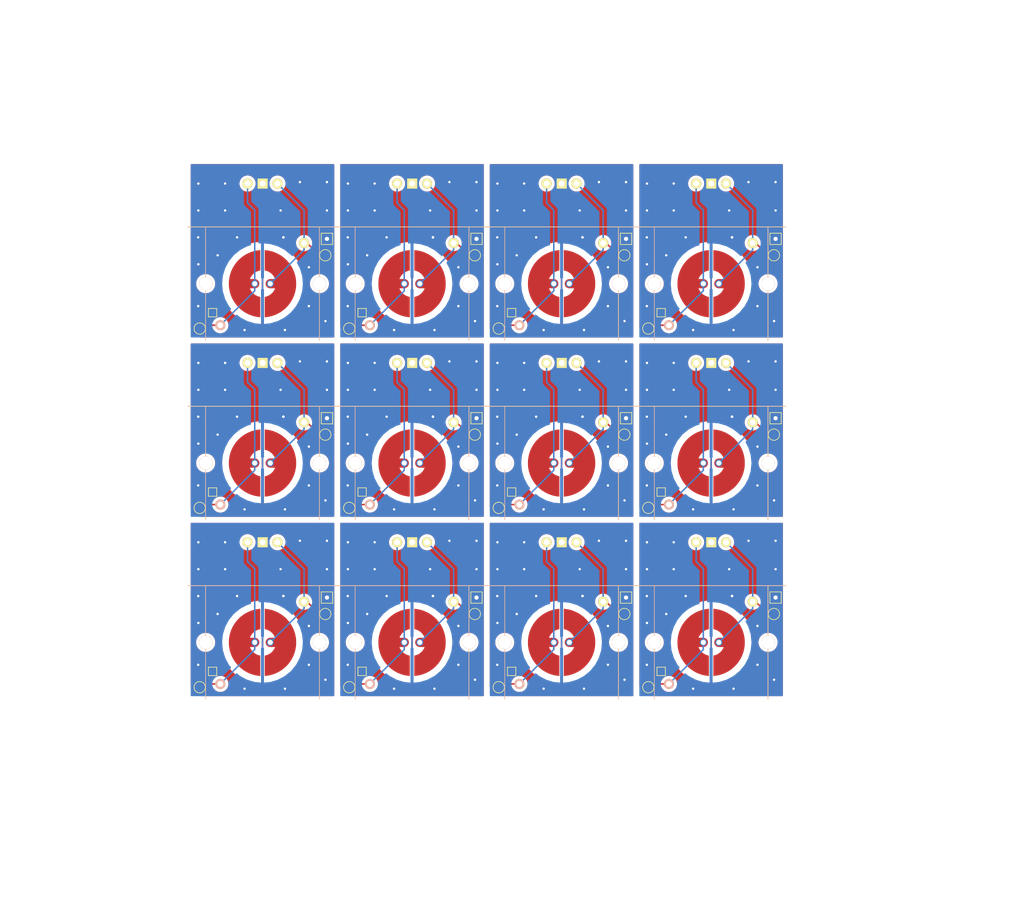
<source format=kicad_pcb>
(kicad_pcb (version 20171130) (host pcbnew "(5.0.0-3-g5ebb6b6)")
  (layers (0 F.Cu signal) (31 B.Cu signal) (34 B.Paste user) (35 F.Paste user) (36 B.SilkS user) (37 F.SilkS user) (38 B.Mask user) (39 F.Mask user) (44 Edge.Cuts user))
  (net 0 "")
  (net 1 GND)
  (net 2 "Net-(SW_EC1-Pad2)")
  (net 3 "Net-(SW_EC1-Pad1)")
  (module TestPoint:TestPoint_Pad_D1.5mm (layer F.Cu) (at 75.75 80.5)
    (fp_text reference REF** hide)
    (fp_text value CONN_1 hide)
    (pad 12 smd circle (at 0 0) (size 1.5 1.5) (layers F.Cu F.Mask) (net 2 "Net-(SW_EC1-Pad2)"))
  )
  (module bsakatu_kbd_lib:Topre_SW_temp (layer F.Cu) (at 65.25 85.25)
    (fp_text reference SW_EC1 hide)
    (fp_text value SW_Electro_Capacitive hide)
    (pad 3 smd rect (at 0 0) (size 0.25 14.05) (layers F.Cu) (net 1 GND))
    (pad 2 smd custom (at 2.075 0) (size 1.55 1.55) (layers F.Cu) (net 2 "Net-(SW_EC1-Pad2)") (options (clearance outline) (anchor rect)) (primitives (gr_circle (center -0.775 0) (end 0 0) (width 0)) (gr_poly (pts (xy -1.653646 -5.610905) (xy -1.617746 -5.608476) (xy -1.574047 -5.604646) (xy -1.524026 -5.599596) (xy -1.469161 -5.593505) (xy -1.410929 -5.586553) (xy -1.350807 -5.578918) (xy -1.290273 -5.570781) (xy -1.230804 -5.562321) (xy -1.173878 -5.553718) (xy -1.120971 -5.54515) (xy -1.094305 -5.540551) (xy -0.852844 -5.492438) (xy -0.61538 -5.434349) (xy -0.382134 -5.366513) (xy -0.153327 -5.289164) (xy 0.070819 -5.202533) (xy 0.290083 -5.10685) (xy 0.504244 -5.002348) (xy 0.713081 -4.889258) (xy 0.916372 -4.767811) (xy 1.113896 -4.638239) (xy 1.305432 -4.500773) (xy 1.490759 -4.355644) (xy 1.669655 -4.203085) (xy 1.841899 -4.043327) (xy 2.00727 -3.8766) (xy 2.165548 -3.703137) (xy 2.316509 -3.523168) (xy 2.459934 -3.336926) (xy 2.595601 -3.144642) (xy 2.723289 -2.946547) (xy 2.842776 -2.742873) (xy 2.953842 -2.533851) (xy 3.056265 -2.319712) (xy 3.149823 -2.100689) (xy 3.234297 -1.877012) (xy 3.309463 -1.648912) (xy 3.375102 -1.416623) (xy 3.430992 -1.180374) (xy 3.476912 -0.940397) (xy 3.509117 -0.724625) (xy 3.517165 -0.661674) (xy 3.524093 -0.605045) (xy 3.529984 -0.553277) (xy 3.53492 -0.504912) (xy 3.538985 -0.458488) (xy 3.542259 -0.412546) (xy 3.544826 -0.365625) (xy 3.546767 -0.316266) (xy 3.548166 -0.263008) (xy 3.549104 -0.204391) (xy 3.549664 -0.138956) (xy 3.549927 -0.065241) (xy 3.549981 0) (xy 3.549893 0.08131) (xy 3.549574 0.153184) (xy 3.548943 0.217082) (xy 3.547916 0.274465) (xy 3.546411 0.326793) (xy 3.544347 0.375526) (xy 3.54164 0.422123) (xy 3.538208 0.468045) (xy 3.533969 0.514752) (xy 3.528841 0.563705) (xy 3.522741 0.616362) (xy 3.515588 0.674184) (xy 3.509117 0.724625) (xy 3.472244 0.967618) (xy 3.425227 1.207037) (xy 3.368289 1.442655) (xy 3.301657 1.674246) (xy 3.225555 1.901584) (xy 3.140207 2.124442) (xy 3.045839 2.342595) (xy 2.942675 2.555815) (xy 2.830941 2.763878) (xy 2.71086 2.966555) (xy 2.582659 3.163622) (xy 2.446562 3.354851) (xy 2.302793 3.540017) (xy 2.151578 3.718893) (xy 1.993141 3.891252) (xy 1.827707 4.05687) (xy 1.655502 4.215519) (xy 1.476749 4.366973) (xy 1.291674 4.511006) (xy 1.100502 4.647391) (xy 0.903457 4.775902) (xy 0.700765 4.896314) (xy 0.49265 5.008399) (xy 0.279336 5.111931) (xy 0.06105 5.206685) (xy -0.161985 5.292433) (xy -0.389543 5.36895) (xy -0.6214 5.436009) (xy -0.85733 5.493384) (xy -1.09711 5.540849) (xy -1.309513 5.574021) (xy -1.348198 5.579091) (xy -1.391187 5.584343) (xy -1.436746 5.589599) (xy -1.483139 5.594681) (xy -1.528633 5.599414) (xy -1.571491 5.603619) (xy -1.609978 5.607121) (xy -1.64236 5.609741) (xy -1.666902 5.611304) (xy -1.678645 5.611674) (xy -1.699084 5.611755) (xy -1.697714 3.913265) (xy -1.696343 2.214776) (xy -1.614563 2.197735) (xy -1.463202 2.160694) (xy -1.315651 2.113571) (xy -1.172328 2.056638) (xy -1.033653 1.990169) (xy -0.900044 1.914436) (xy -0.771922 1.829713) (xy -0.649704 1.736273) (xy -0.533811 1.634388) (xy -0.42466 1.524332) (xy -0.322671 1.406378) (xy -0.246259 1.306151) (xy -0.16193 1.17979) (xy -0.086375 1.047444) (xy -0.019855 0.909916) (xy 0.037372 0.768008) (xy 0.085048 0.622525) (xy 0.122912 0.474268) (xy 0.150705 0.32404) (xy 0.16817 0.172644) (xy 0.175047 0.020883) (xy 0.17515 0) (xy 0.169756 -0.154213) (xy 0.153717 -0.307016) (xy 0.127248 -0.457893) (xy 0.090564 -0.606331) (xy 0.04388 -0.751815) (xy -0.012589 -0.893831) (xy -0.078629 -1.031865) (xy -0.154024 -1.165402) (xy -0.238561 -1.293927) (xy -0.332023 -1.416927) (xy -0.434196 -1.533887) (xy -0.489448 -1.590905) (xy -0.604025 -1.697478) (xy -0.724954 -1.795286) (xy -0.851835 -1.884115) (xy -0.984269 -1.963749) (xy -1.121856 -2.033972) (xy -1.264196 -2.094569) (xy -1.410891 -2.145325) (xy -1.561541 -2.186023) (xy -1.614563 -2.197734) (xy -1.696343 -2.214776) (xy -1.697714 -3.913265) (xy -1.699084 -5.611754) (xy -1.68027 -5.611754) (xy -1.653646 -5.610905)) (width 0.01))))
    (pad 1 smd custom (at -2.075 0) (size 1.55 1.55) (layers F.Cu) (net 3 "Net-(SW_EC1-Pad1)") (options (clearance outline) (anchor rect)) (primitives (gr_circle (center 0.775 0) (end 1.55 0) (width 0)) (gr_poly (pts (xy 1.703162 -3.913265) (xy 1.701791 -2.214776) (xy 1.620011 -2.197734) (xy 1.470682 -2.161162) (xy 1.324991 -2.11462) (xy 1.183393 -2.058482) (xy 1.046344 -1.99312) (xy 0.9143 -1.918907) (xy 0.787715 -1.836214) (xy 0.667046 -1.745414) (xy 0.552748 -1.64688) (xy 0.445277 -1.540983) (xy 0.345088 -1.428097) (xy 0.252637 -1.308593) (xy 0.16838 -1.182844) (xy 0.092772 -1.051223) (xy 0.026269 -0.914101) (xy 0.013538 -0.884725) (xy -0.043432 -0.736959) (xy -0.089776 -0.587315) (xy -0.125495 -0.436196) (xy -0.150588 -0.284001) (xy -0.165057 -0.131132) (xy -0.168903 0.02201) (xy -0.162126 0.175024) (xy -0.144726 0.327508) (xy -0.116705 0.479062) (xy -0.078062 0.629284) (xy -0.0288 0.777774) (xy 0.016421 0.890798) (xy 0.081517 1.028299) (xy 0.156303 1.161395) (xy 0.240232 1.289418) (xy 0.332759 1.411699) (xy 0.433337 1.527569) (xy 0.541421 1.636361) (xy 0.656463 1.737406) (xy 0.777918 1.830035) (xy 0.791924 1.839876) (xy 0.924415 1.925727) (xy 1.060873 2.001431) (xy 1.201358 2.067016) (xy 1.345928 2.122505) (xy 1.494645 2.167926) (xy 1.620011 2.197735) (xy 1.701791 2.214776) (xy 1.703162 3.913265) (xy 1.704532 5.611755) (xy 1.673196 5.611051) (xy 1.657488 5.610298) (xy 1.633394 5.60865) (xy 1.603371 5.606295) (xy 1.569877 5.603426) (xy 1.541066 5.600778) (xy 1.329899 5.576354) (xy 1.115825 5.54309) (xy 0.901425 5.501511) (xy 0.689283 5.452146) (xy 0.481979 5.39552) (xy 0.375849 5.36303) (xy 0.142156 5.283086) (xy -0.086372 5.193692) (xy -0.309528 5.095096) (xy -0.527106 4.987544) (xy -0.7389 4.871283) (xy -0.944703 4.746558) (xy -1.144311 4.613617) (xy -1.337515 4.472707) (xy -1.524111 4.324072) (xy -1.703891 4.167961) (xy -1.876651 4.00462) (xy -2.042182 3.834295) (xy -2.200281 3.657233) (xy -2.350739 3.47368) (xy -2.493351 3.283882) (xy -2.627911 3.088087) (xy -2.754213 2.886541) (xy -2.872049 2.67949) (xy -2.981215 2.467181) (xy -3.081504 2.249861) (xy -3.17271 2.027775) (xy -3.254626 1.801171) (xy -3.327047 1.570295) (xy -3.389766 1.335394) (xy -3.442576 1.096713) (xy -3.485273 0.8545) (xy -3.503751 0.724625) (xy -3.511907 0.661096) (xy -3.518922 0.603623) (xy -3.52488 0.550727) (xy -3.529863 0.500927) (xy -3.533956 0.452745) (xy -3.53724 0.404702) (xy -3.5398 0.355318) (xy -3.541719 0.303114) (xy -3.543079 0.246611) (xy -3.543964 0.184329) (xy -3.544456 0.11479) (xy -3.54464 0.036513) (xy -3.544644 -0.002724) (xy -3.544518 -0.084074) (xy -3.544157 -0.156001) (xy -3.543479 -0.219978) (xy -3.542399 -0.277475) (xy -3.540833 -0.329967) (xy -3.538699 -0.378925) (xy -3.535912 -0.425821) (xy -3.53239 -0.472129) (xy -3.528047 -0.51932) (xy -3.522801 -0.568866) (xy -3.516568 -0.622241) (xy -3.509265 -0.680916) (xy -3.50364 -0.724625) (xy -3.466608 -0.968102) (xy -3.419285 -1.208385) (xy -3.361871 -1.445208) (xy -3.294569 -1.67831) (xy -3.217579 -1.907426) (xy -3.131102 -2.132294) (xy -3.03534 -2.352649) (xy -2.930494 -2.56823) (xy -2.816766 -2.778772) (xy -2.694356 -2.984013) (xy -2.563465 -3.183689) (xy -2.424296 -3.377536) (xy -2.277048 -3.565292) (xy -2.121924 -3.746693) (xy -1.959125 -3.921477) (xy -1.788852 -4.089379) (xy -1.611305 -4.250136) (xy -1.426687 -4.403486) (xy -1.235199 -4.549164) (xy -1.037041 -4.686908) (xy -0.832415 -4.816455) (xy -0.621523 -4.93754) (xy -0.404565 -5.049902) (xy -0.181743 -5.153275) (xy -0.087978 -5.193316) (xy 0.137157 -5.281333) (xy 0.366715 -5.359825) (xy 0.599719 -5.42853) (xy 0.835192 -5.487187) (xy 1.072159 -5.535533) (xy 1.309641 -5.573308) (xy 1.350375 -5.578709) (xy 1.395214 -5.584278) (xy 1.442232 -5.589761) (xy 1.489731 -5.594991) (xy 1.536011 -5.5998) (xy 1.579374 -5.60402) (xy 1.618122 -5.607484) (xy 1.650557 -5.610025) (xy 1.674979 -5.611476) (xy 1.685718 -5.611754) (xy 1.704532 -5.611754) (xy 1.703162 -3.913265)) (width 0.01))))
    (pad "" smd custom (at 0 0) (size 0.25 13) (layers B.Cu) (net 1 GND) (options (clearance outline) (anchor rect)) (primitives (gr_poly (pts (xy -0.125 0.85) (xy -0.25 0.975) (xy -0.25 6.745) (xy 0.25 6.745) (xy 0.25 0.975) (xy 0.125 0.85) (xy 0.125 -0.85) (xy 0.25 -0.975) (xy 0.25 -6.745) (xy -0.25 -6.745) (xy -0.25 -0.975) (xy -0.125 -0.85)) (width 0))))
    (pad 2 thru_hole circle (at 1.3 0) (size 1.2 1.2) (drill 0.85) (layers *.Cu *.Mask) (net 2 "Net-(SW_EC1-Pad2)"))
    (pad 1 thru_hole circle (at -1.3 0) (size 1.2 1.2) (drill 0.85) (layers *.Cu *.Mask) (net 3 "Net-(SW_EC1-Pad1)"))
  )
  (module TestPoint:TestPoint_Pad_D1.5mm (layer F.Cu) (at 54.75 92.75)
    (fp_text reference REF** hide)
    (fp_text value CONN_1 hide)
    (pad 11 smd circle (at 0 0) (size 1.5 1.5) (layers F.Cu F.Mask) (net 3 "Net-(SW_EC1-Pad1)"))
  )
  (module TestPoint:TestPoint_Pad_1.0x1.0mm (layer F.Cu) (at 56.9 90.1)
    (fp_text reference REF** hide)
    (fp_text value TestPoint_Pad_1.0x1.0mm hide)
    (pad 7 smd rect (at 0 0) (size 1 1) (layers F.Cu F.Mask) (net 1 GND))
  )
  (module TestPoint:TestPoint_THTPad_1.5x1.5mm_Drill0.7mm (layer F.Cu) (at 76.026 77.754)
    (fp_text reference REF** hide)
    (fp_text value TestPoint_THTPad_1.5x1.5mm_Drill0.7mm hide)
    (pad 8 thru_hole rect (at 0 0) (size 1.5 1.5) (drill 0.7) (layers *.Cu *.Mask) (net 1 GND))
  )
  (module keyboard_parts:PIN_1 (layer F.Cu) (at 72.2 78.45)
    (fp_text reference P? hide)
    (fp_text value CONN_1 hide)
    (pad 10 thru_hole circle (at 0 0) (size 1.7 1.7) (drill 1.016) (layers *.Cu *.Mask F.SilkS) (net 2 "Net-(SW_EC1-Pad2)"))
  )
  (module keyboard_parts:PIN_1 (layer F.Cu) (at 58.2 92.2)
    (fp_text reference REF** hide)
    (fp_text value CONN_1 hide)
    (pad 9 thru_hole circle (at 0 0) (size 1.7 1.7) (drill 1.016) (layers *.Cu *.SilkS *.Mask) (net 3 "Net-(SW_EC1-Pad1)"))
  )
  (module keyboard_parts:PIN_1_SQUARE (layer F.Cu) (at 65.276 68.504)
    (fp_text reference P? hide)
    (fp_text value CONN_1 hide)
    (pad 4 thru_hole rect (at 0 0) (size 1.7 1.7) (drill 1.016) (layers *.Cu *.Mask F.SilkS) (net 1 GND))
  )
  (module keyboard_parts:HOLE_M2.6 (layer F.Cu) (at 74.775 85.25)
    (fp_text reference HOLE_M2.6 hide)
    (fp_text value VAL** hide)
    (pad "" thru_hole circle (at 0 0) (size 2.2 2.2) (drill 2.2) (layers *.Cu *.SilkS *.Mask))
  )
  (module keyboard_parts:HOLE_M2.6 (layer F.Cu) (at 55.75 85.25)
    (fp_text reference HOLE_M2.6 hide)
    (fp_text value VAL** hide)
    (pad "" thru_hole circle (at 0 0) (size 2.2 2.2) (drill 2.2) (layers *.Cu *.SilkS *.Mask))
  )
  (module keyboard_parts:PIN_1 (layer F.Cu) (at 62.75 68.5)
    (fp_text reference P? hide)
    (fp_text value CONN_1 hide)
    (pad 5 thru_hole circle (at 0 0) (size 1.7 1.7) (drill 1.016) (layers *.Cu *.Mask F.SilkS) (net 3 "Net-(SW_EC1-Pad1)"))
  )
  (module keyboard_parts:PIN_1 (layer F.Cu) (at 67.75 68.5)
    (fp_text reference P? hide)
    (fp_text value CONN_1 hide)
    (pad 6 thru_hole circle (at 0 0) (size 1.7 1.7) (drill 1.016) (layers *.Cu *.Mask F.SilkS) (net 2 "Net-(SW_EC1-Pad2)"))
  )
  (module TestPoint:TestPoint_Pad_D1.5mm (layer F.Cu) (at 100.75 80.5)
    (fp_text reference REF** hide)
    (fp_text value CONN_1 hide)
    (pad 12 smd circle (at 0 0) (size 1.5 1.5) (layers F.Cu F.Mask) (net 2 "Net-(SW_EC1-Pad2)"))
  )
  (module bsakatu_kbd_lib:Topre_SW_temp (layer F.Cu) (at 90.25 85.25)
    (fp_text reference SW_EC1 hide)
    (fp_text value SW_Electro_Capacitive hide)
    (pad 3 smd rect (at 0 0) (size 0.25 14.05) (layers F.Cu) (net 1 GND))
    (pad 2 smd custom (at 2.075 0) (size 1.55 1.55) (layers F.Cu) (net 2 "Net-(SW_EC1-Pad2)") (options (clearance outline) (anchor rect)) (primitives (gr_circle (center -0.775 0) (end 0 0) (width 0)) (gr_poly (pts (xy -1.653646 -5.610905) (xy -1.617746 -5.608476) (xy -1.574047 -5.604646) (xy -1.524026 -5.599596) (xy -1.469161 -5.593505) (xy -1.410929 -5.586553) (xy -1.350807 -5.578918) (xy -1.290273 -5.570781) (xy -1.230804 -5.562321) (xy -1.173878 -5.553718) (xy -1.120971 -5.54515) (xy -1.094305 -5.540551) (xy -0.852844 -5.492438) (xy -0.61538 -5.434349) (xy -0.382134 -5.366513) (xy -0.153327 -5.289164) (xy 0.070819 -5.202533) (xy 0.290083 -5.10685) (xy 0.504244 -5.002348) (xy 0.713081 -4.889258) (xy 0.916372 -4.767811) (xy 1.113896 -4.638239) (xy 1.305432 -4.500773) (xy 1.490759 -4.355644) (xy 1.669655 -4.203085) (xy 1.841899 -4.043327) (xy 2.00727 -3.8766) (xy 2.165548 -3.703137) (xy 2.316509 -3.523168) (xy 2.459934 -3.336926) (xy 2.595601 -3.144642) (xy 2.723289 -2.946547) (xy 2.842776 -2.742873) (xy 2.953842 -2.533851) (xy 3.056265 -2.319712) (xy 3.149823 -2.100689) (xy 3.234297 -1.877012) (xy 3.309463 -1.648912) (xy 3.375102 -1.416623) (xy 3.430992 -1.180374) (xy 3.476912 -0.940397) (xy 3.509117 -0.724625) (xy 3.517165 -0.661674) (xy 3.524093 -0.605045) (xy 3.529984 -0.553277) (xy 3.53492 -0.504912) (xy 3.538985 -0.458488) (xy 3.542259 -0.412546) (xy 3.544826 -0.365625) (xy 3.546767 -0.316266) (xy 3.548166 -0.263008) (xy 3.549104 -0.204391) (xy 3.549664 -0.138956) (xy 3.549927 -0.065241) (xy 3.549981 0) (xy 3.549893 0.08131) (xy 3.549574 0.153184) (xy 3.548943 0.217082) (xy 3.547916 0.274465) (xy 3.546411 0.326793) (xy 3.544347 0.375526) (xy 3.54164 0.422123) (xy 3.538208 0.468045) (xy 3.533969 0.514752) (xy 3.528841 0.563705) (xy 3.522741 0.616362) (xy 3.515588 0.674184) (xy 3.509117 0.724625) (xy 3.472244 0.967618) (xy 3.425227 1.207037) (xy 3.368289 1.442655) (xy 3.301657 1.674246) (xy 3.225555 1.901584) (xy 3.140207 2.124442) (xy 3.045839 2.342595) (xy 2.942675 2.555815) (xy 2.830941 2.763878) (xy 2.71086 2.966555) (xy 2.582659 3.163622) (xy 2.446562 3.354851) (xy 2.302793 3.540017) (xy 2.151578 3.718893) (xy 1.993141 3.891252) (xy 1.827707 4.05687) (xy 1.655502 4.215519) (xy 1.476749 4.366973) (xy 1.291674 4.511006) (xy 1.100502 4.647391) (xy 0.903457 4.775902) (xy 0.700765 4.896314) (xy 0.49265 5.008399) (xy 0.279336 5.111931) (xy 0.06105 5.206685) (xy -0.161985 5.292433) (xy -0.389543 5.36895) (xy -0.6214 5.436009) (xy -0.85733 5.493384) (xy -1.09711 5.540849) (xy -1.309513 5.574021) (xy -1.348198 5.579091) (xy -1.391187 5.584343) (xy -1.436746 5.589599) (xy -1.483139 5.594681) (xy -1.528633 5.599414) (xy -1.571491 5.603619) (xy -1.609978 5.607121) (xy -1.64236 5.609741) (xy -1.666902 5.611304) (xy -1.678645 5.611674) (xy -1.699084 5.611755) (xy -1.697714 3.913265) (xy -1.696343 2.214776) (xy -1.614563 2.197735) (xy -1.463202 2.160694) (xy -1.315651 2.113571) (xy -1.172328 2.056638) (xy -1.033653 1.990169) (xy -0.900044 1.914436) (xy -0.771922 1.829713) (xy -0.649704 1.736273) (xy -0.533811 1.634388) (xy -0.42466 1.524332) (xy -0.322671 1.406378) (xy -0.246259 1.306151) (xy -0.16193 1.17979) (xy -0.086375 1.047444) (xy -0.019855 0.909916) (xy 0.037372 0.768008) (xy 0.085048 0.622525) (xy 0.122912 0.474268) (xy 0.150705 0.32404) (xy 0.16817 0.172644) (xy 0.175047 0.020883) (xy 0.17515 0) (xy 0.169756 -0.154213) (xy 0.153717 -0.307016) (xy 0.127248 -0.457893) (xy 0.090564 -0.606331) (xy 0.04388 -0.751815) (xy -0.012589 -0.893831) (xy -0.078629 -1.031865) (xy -0.154024 -1.165402) (xy -0.238561 -1.293927) (xy -0.332023 -1.416927) (xy -0.434196 -1.533887) (xy -0.489448 -1.590905) (xy -0.604025 -1.697478) (xy -0.724954 -1.795286) (xy -0.851835 -1.884115) (xy -0.984269 -1.963749) (xy -1.121856 -2.033972) (xy -1.264196 -2.094569) (xy -1.410891 -2.145325) (xy -1.561541 -2.186023) (xy -1.614563 -2.197734) (xy -1.696343 -2.214776) (xy -1.697714 -3.913265) (xy -1.699084 -5.611754) (xy -1.68027 -5.611754) (xy -1.653646 -5.610905)) (width 0.01))))
    (pad 1 smd custom (at -2.075 0) (size 1.55 1.55) (layers F.Cu) (net 3 "Net-(SW_EC1-Pad1)") (options (clearance outline) (anchor rect)) (primitives (gr_circle (center 0.775 0) (end 1.55 0) (width 0)) (gr_poly (pts (xy 1.703162 -3.913265) (xy 1.701791 -2.214776) (xy 1.620011 -2.197734) (xy 1.470682 -2.161162) (xy 1.324991 -2.11462) (xy 1.183393 -2.058482) (xy 1.046344 -1.99312) (xy 0.9143 -1.918907) (xy 0.787715 -1.836214) (xy 0.667046 -1.745414) (xy 0.552748 -1.64688) (xy 0.445277 -1.540983) (xy 0.345088 -1.428097) (xy 0.252637 -1.308593) (xy 0.16838 -1.182844) (xy 0.092772 -1.051223) (xy 0.026269 -0.914101) (xy 0.013538 -0.884725) (xy -0.043432 -0.736959) (xy -0.089776 -0.587315) (xy -0.125495 -0.436196) (xy -0.150588 -0.284001) (xy -0.165057 -0.131132) (xy -0.168903 0.02201) (xy -0.162126 0.175024) (xy -0.144726 0.327508) (xy -0.116705 0.479062) (xy -0.078062 0.629284) (xy -0.0288 0.777774) (xy 0.016421 0.890798) (xy 0.081517 1.028299) (xy 0.156303 1.161395) (xy 0.240232 1.289418) (xy 0.332759 1.411699) (xy 0.433337 1.527569) (xy 0.541421 1.636361) (xy 0.656463 1.737406) (xy 0.777918 1.830035) (xy 0.791924 1.839876) (xy 0.924415 1.925727) (xy 1.060873 2.001431) (xy 1.201358 2.067016) (xy 1.345928 2.122505) (xy 1.494645 2.167926) (xy 1.620011 2.197735) (xy 1.701791 2.214776) (xy 1.703162 3.913265) (xy 1.704532 5.611755) (xy 1.673196 5.611051) (xy 1.657488 5.610298) (xy 1.633394 5.60865) (xy 1.603371 5.606295) (xy 1.569877 5.603426) (xy 1.541066 5.600778) (xy 1.329899 5.576354) (xy 1.115825 5.54309) (xy 0.901425 5.501511) (xy 0.689283 5.452146) (xy 0.481979 5.39552) (xy 0.375849 5.36303) (xy 0.142156 5.283086) (xy -0.086372 5.193692) (xy -0.309528 5.095096) (xy -0.527106 4.987544) (xy -0.7389 4.871283) (xy -0.944703 4.746558) (xy -1.144311 4.613617) (xy -1.337515 4.472707) (xy -1.524111 4.324072) (xy -1.703891 4.167961) (xy -1.876651 4.00462) (xy -2.042182 3.834295) (xy -2.200281 3.657233) (xy -2.350739 3.47368) (xy -2.493351 3.283882) (xy -2.627911 3.088087) (xy -2.754213 2.886541) (xy -2.872049 2.67949) (xy -2.981215 2.467181) (xy -3.081504 2.249861) (xy -3.17271 2.027775) (xy -3.254626 1.801171) (xy -3.327047 1.570295) (xy -3.389766 1.335394) (xy -3.442576 1.096713) (xy -3.485273 0.8545) (xy -3.503751 0.724625) (xy -3.511907 0.661096) (xy -3.518922 0.603623) (xy -3.52488 0.550727) (xy -3.529863 0.500927) (xy -3.533956 0.452745) (xy -3.53724 0.404702) (xy -3.5398 0.355318) (xy -3.541719 0.303114) (xy -3.543079 0.246611) (xy -3.543964 0.184329) (xy -3.544456 0.11479) (xy -3.54464 0.036513) (xy -3.544644 -0.002724) (xy -3.544518 -0.084074) (xy -3.544157 -0.156001) (xy -3.543479 -0.219978) (xy -3.542399 -0.277475) (xy -3.540833 -0.329967) (xy -3.538699 -0.378925) (xy -3.535912 -0.425821) (xy -3.53239 -0.472129) (xy -3.528047 -0.51932) (xy -3.522801 -0.568866) (xy -3.516568 -0.622241) (xy -3.509265 -0.680916) (xy -3.50364 -0.724625) (xy -3.466608 -0.968102) (xy -3.419285 -1.208385) (xy -3.361871 -1.445208) (xy -3.294569 -1.67831) (xy -3.217579 -1.907426) (xy -3.131102 -2.132294) (xy -3.03534 -2.352649) (xy -2.930494 -2.56823) (xy -2.816766 -2.778772) (xy -2.694356 -2.984013) (xy -2.563465 -3.183689) (xy -2.424296 -3.377536) (xy -2.277048 -3.565292) (xy -2.121924 -3.746693) (xy -1.959125 -3.921477) (xy -1.788852 -4.089379) (xy -1.611305 -4.250136) (xy -1.426687 -4.403486) (xy -1.235199 -4.549164) (xy -1.037041 -4.686908) (xy -0.832415 -4.816455) (xy -0.621523 -4.93754) (xy -0.404565 -5.049902) (xy -0.181743 -5.153275) (xy -0.087978 -5.193316) (xy 0.137157 -5.281333) (xy 0.366715 -5.359825) (xy 0.599719 -5.42853) (xy 0.835192 -5.487187) (xy 1.072159 -5.535533) (xy 1.309641 -5.573308) (xy 1.350375 -5.578709) (xy 1.395214 -5.584278) (xy 1.442232 -5.589761) (xy 1.489731 -5.594991) (xy 1.536011 -5.5998) (xy 1.579374 -5.60402) (xy 1.618122 -5.607484) (xy 1.650557 -5.610025) (xy 1.674979 -5.611476) (xy 1.685718 -5.611754) (xy 1.704532 -5.611754) (xy 1.703162 -3.913265)) (width 0.01))))
    (pad "" smd custom (at 0 0) (size 0.25 13) (layers B.Cu) (net 1 GND) (options (clearance outline) (anchor rect)) (primitives (gr_poly (pts (xy -0.125 0.85) (xy -0.25 0.975) (xy -0.25 6.745) (xy 0.25 6.745) (xy 0.25 0.975) (xy 0.125 0.85) (xy 0.125 -0.85) (xy 0.25 -0.975) (xy 0.25 -6.745) (xy -0.25 -6.745) (xy -0.25 -0.975) (xy -0.125 -0.85)) (width 0))))
    (pad 2 thru_hole circle (at 1.3 0) (size 1.2 1.2) (drill 0.85) (layers *.Cu *.Mask) (net 2 "Net-(SW_EC1-Pad2)"))
    (pad 1 thru_hole circle (at -1.3 0) (size 1.2 1.2) (drill 0.85) (layers *.Cu *.Mask) (net 3 "Net-(SW_EC1-Pad1)"))
  )
  (module TestPoint:TestPoint_Pad_D1.5mm (layer F.Cu) (at 79.75 92.75)
    (fp_text reference REF** hide)
    (fp_text value CONN_1 hide)
    (pad 11 smd circle (at 0 0) (size 1.5 1.5) (layers F.Cu F.Mask) (net 3 "Net-(SW_EC1-Pad1)"))
  )
  (module TestPoint:TestPoint_Pad_1.0x1.0mm (layer F.Cu) (at 81.9 90.1)
    (fp_text reference REF** hide)
    (fp_text value TestPoint_Pad_1.0x1.0mm hide)
    (pad 7 smd rect (at 0 0) (size 1 1) (layers F.Cu F.Mask) (net 1 GND))
  )
  (module TestPoint:TestPoint_THTPad_1.5x1.5mm_Drill0.7mm (layer F.Cu) (at 101.026 77.754)
    (fp_text reference REF** hide)
    (fp_text value TestPoint_THTPad_1.5x1.5mm_Drill0.7mm hide)
    (pad 8 thru_hole rect (at 0 0) (size 1.5 1.5) (drill 0.7) (layers *.Cu *.Mask) (net 1 GND))
  )
  (module keyboard_parts:PIN_1 (layer F.Cu) (at 97.2 78.45)
    (fp_text reference P? hide)
    (fp_text value CONN_1 hide)
    (pad 10 thru_hole circle (at 0 0) (size 1.7 1.7) (drill 1.016) (layers *.Cu *.Mask F.SilkS) (net 2 "Net-(SW_EC1-Pad2)"))
  )
  (module keyboard_parts:PIN_1 (layer F.Cu) (at 83.2 92.2)
    (fp_text reference REF** hide)
    (fp_text value CONN_1 hide)
    (pad 9 thru_hole circle (at 0 0) (size 1.7 1.7) (drill 1.016) (layers *.Cu *.SilkS *.Mask) (net 3 "Net-(SW_EC1-Pad1)"))
  )
  (module keyboard_parts:PIN_1_SQUARE (layer F.Cu) (at 90.276 68.504)
    (fp_text reference P? hide)
    (fp_text value CONN_1 hide)
    (pad 4 thru_hole rect (at 0 0) (size 1.7 1.7) (drill 1.016) (layers *.Cu *.Mask F.SilkS) (net 1 GND))
  )
  (module keyboard_parts:HOLE_M2.6 (layer F.Cu) (at 99.775 85.25)
    (fp_text reference HOLE_M2.6 hide)
    (fp_text value VAL** hide)
    (pad "" thru_hole circle (at 0 0) (size 2.2 2.2) (drill 2.2) (layers *.Cu *.SilkS *.Mask))
  )
  (module keyboard_parts:HOLE_M2.6 (layer F.Cu) (at 80.75 85.25)
    (fp_text reference HOLE_M2.6 hide)
    (fp_text value VAL** hide)
    (pad "" thru_hole circle (at 0 0) (size 2.2 2.2) (drill 2.2) (layers *.Cu *.SilkS *.Mask))
  )
  (module keyboard_parts:PIN_1 (layer F.Cu) (at 87.75 68.5)
    (fp_text reference P? hide)
    (fp_text value CONN_1 hide)
    (pad 5 thru_hole circle (at 0 0) (size 1.7 1.7) (drill 1.016) (layers *.Cu *.Mask F.SilkS) (net 3 "Net-(SW_EC1-Pad1)"))
  )
  (module keyboard_parts:PIN_1 (layer F.Cu) (at 92.75 68.5)
    (fp_text reference P? hide)
    (fp_text value CONN_1 hide)
    (pad 6 thru_hole circle (at 0 0) (size 1.7 1.7) (drill 1.016) (layers *.Cu *.Mask F.SilkS) (net 2 "Net-(SW_EC1-Pad2)"))
  )
  (module TestPoint:TestPoint_Pad_D1.5mm (layer F.Cu) (at 125.75 80.5)
    (fp_text reference REF** hide)
    (fp_text value CONN_1 hide)
    (pad 12 smd circle (at 0 0) (size 1.5 1.5) (layers F.Cu F.Mask) (net 2 "Net-(SW_EC1-Pad2)"))
  )
  (module bsakatu_kbd_lib:Topre_SW_temp (layer F.Cu) (at 115.25 85.25)
    (fp_text reference SW_EC1 hide)
    (fp_text value SW_Electro_Capacitive hide)
    (pad 3 smd rect (at 0 0) (size 0.25 14.05) (layers F.Cu) (net 1 GND))
    (pad 2 smd custom (at 2.075 0) (size 1.55 1.55) (layers F.Cu) (net 2 "Net-(SW_EC1-Pad2)") (options (clearance outline) (anchor rect)) (primitives (gr_circle (center -0.775 0) (end 0 0) (width 0)) (gr_poly (pts (xy -1.653646 -5.610905) (xy -1.617746 -5.608476) (xy -1.574047 -5.604646) (xy -1.524026 -5.599596) (xy -1.469161 -5.593505) (xy -1.410929 -5.586553) (xy -1.350807 -5.578918) (xy -1.290273 -5.570781) (xy -1.230804 -5.562321) (xy -1.173878 -5.553718) (xy -1.120971 -5.54515) (xy -1.094305 -5.540551) (xy -0.852844 -5.492438) (xy -0.61538 -5.434349) (xy -0.382134 -5.366513) (xy -0.153327 -5.289164) (xy 0.070819 -5.202533) (xy 0.290083 -5.10685) (xy 0.504244 -5.002348) (xy 0.713081 -4.889258) (xy 0.916372 -4.767811) (xy 1.113896 -4.638239) (xy 1.305432 -4.500773) (xy 1.490759 -4.355644) (xy 1.669655 -4.203085) (xy 1.841899 -4.043327) (xy 2.00727 -3.8766) (xy 2.165548 -3.703137) (xy 2.316509 -3.523168) (xy 2.459934 -3.336926) (xy 2.595601 -3.144642) (xy 2.723289 -2.946547) (xy 2.842776 -2.742873) (xy 2.953842 -2.533851) (xy 3.056265 -2.319712) (xy 3.149823 -2.100689) (xy 3.234297 -1.877012) (xy 3.309463 -1.648912) (xy 3.375102 -1.416623) (xy 3.430992 -1.180374) (xy 3.476912 -0.940397) (xy 3.509117 -0.724625) (xy 3.517165 -0.661674) (xy 3.524093 -0.605045) (xy 3.529984 -0.553277) (xy 3.53492 -0.504912) (xy 3.538985 -0.458488) (xy 3.542259 -0.412546) (xy 3.544826 -0.365625) (xy 3.546767 -0.316266) (xy 3.548166 -0.263008) (xy 3.549104 -0.204391) (xy 3.549664 -0.138956) (xy 3.549927 -0.065241) (xy 3.549981 0) (xy 3.549893 0.08131) (xy 3.549574 0.153184) (xy 3.548943 0.217082) (xy 3.547916 0.274465) (xy 3.546411 0.326793) (xy 3.544347 0.375526) (xy 3.54164 0.422123) (xy 3.538208 0.468045) (xy 3.533969 0.514752) (xy 3.528841 0.563705) (xy 3.522741 0.616362) (xy 3.515588 0.674184) (xy 3.509117 0.724625) (xy 3.472244 0.967618) (xy 3.425227 1.207037) (xy 3.368289 1.442655) (xy 3.301657 1.674246) (xy 3.225555 1.901584) (xy 3.140207 2.124442) (xy 3.045839 2.342595) (xy 2.942675 2.555815) (xy 2.830941 2.763878) (xy 2.71086 2.966555) (xy 2.582659 3.163622) (xy 2.446562 3.354851) (xy 2.302793 3.540017) (xy 2.151578 3.718893) (xy 1.993141 3.891252) (xy 1.827707 4.05687) (xy 1.655502 4.215519) (xy 1.476749 4.366973) (xy 1.291674 4.511006) (xy 1.100502 4.647391) (xy 0.903457 4.775902) (xy 0.700765 4.896314) (xy 0.49265 5.008399) (xy 0.279336 5.111931) (xy 0.06105 5.206685) (xy -0.161985 5.292433) (xy -0.389543 5.36895) (xy -0.6214 5.436009) (xy -0.85733 5.493384) (xy -1.09711 5.540849) (xy -1.309513 5.574021) (xy -1.348198 5.579091) (xy -1.391187 5.584343) (xy -1.436746 5.589599) (xy -1.483139 5.594681) (xy -1.528633 5.599414) (xy -1.571491 5.603619) (xy -1.609978 5.607121) (xy -1.64236 5.609741) (xy -1.666902 5.611304) (xy -1.678645 5.611674) (xy -1.699084 5.611755) (xy -1.697714 3.913265) (xy -1.696343 2.214776) (xy -1.614563 2.197735) (xy -1.463202 2.160694) (xy -1.315651 2.113571) (xy -1.172328 2.056638) (xy -1.033653 1.990169) (xy -0.900044 1.914436) (xy -0.771922 1.829713) (xy -0.649704 1.736273) (xy -0.533811 1.634388) (xy -0.42466 1.524332) (xy -0.322671 1.406378) (xy -0.246259 1.306151) (xy -0.16193 1.17979) (xy -0.086375 1.047444) (xy -0.019855 0.909916) (xy 0.037372 0.768008) (xy 0.085048 0.622525) (xy 0.122912 0.474268) (xy 0.150705 0.32404) (xy 0.16817 0.172644) (xy 0.175047 0.020883) (xy 0.17515 0) (xy 0.169756 -0.154213) (xy 0.153717 -0.307016) (xy 0.127248 -0.457893) (xy 0.090564 -0.606331) (xy 0.04388 -0.751815) (xy -0.012589 -0.893831) (xy -0.078629 -1.031865) (xy -0.154024 -1.165402) (xy -0.238561 -1.293927) (xy -0.332023 -1.416927) (xy -0.434196 -1.533887) (xy -0.489448 -1.590905) (xy -0.604025 -1.697478) (xy -0.724954 -1.795286) (xy -0.851835 -1.884115) (xy -0.984269 -1.963749) (xy -1.121856 -2.033972) (xy -1.264196 -2.094569) (xy -1.410891 -2.145325) (xy -1.561541 -2.186023) (xy -1.614563 -2.197734) (xy -1.696343 -2.214776) (xy -1.697714 -3.913265) (xy -1.699084 -5.611754) (xy -1.68027 -5.611754) (xy -1.653646 -5.610905)) (width 0.01))))
    (pad 1 smd custom (at -2.075 0) (size 1.55 1.55) (layers F.Cu) (net 3 "Net-(SW_EC1-Pad1)") (options (clearance outline) (anchor rect)) (primitives (gr_circle (center 0.775 0) (end 1.55 0) (width 0)) (gr_poly (pts (xy 1.703162 -3.913265) (xy 1.701791 -2.214776) (xy 1.620011 -2.197734) (xy 1.470682 -2.161162) (xy 1.324991 -2.11462) (xy 1.183393 -2.058482) (xy 1.046344 -1.99312) (xy 0.9143 -1.918907) (xy 0.787715 -1.836214) (xy 0.667046 -1.745414) (xy 0.552748 -1.64688) (xy 0.445277 -1.540983) (xy 0.345088 -1.428097) (xy 0.252637 -1.308593) (xy 0.16838 -1.182844) (xy 0.092772 -1.051223) (xy 0.026269 -0.914101) (xy 0.013538 -0.884725) (xy -0.043432 -0.736959) (xy -0.089776 -0.587315) (xy -0.125495 -0.436196) (xy -0.150588 -0.284001) (xy -0.165057 -0.131132) (xy -0.168903 0.02201) (xy -0.162126 0.175024) (xy -0.144726 0.327508) (xy -0.116705 0.479062) (xy -0.078062 0.629284) (xy -0.0288 0.777774) (xy 0.016421 0.890798) (xy 0.081517 1.028299) (xy 0.156303 1.161395) (xy 0.240232 1.289418) (xy 0.332759 1.411699) (xy 0.433337 1.527569) (xy 0.541421 1.636361) (xy 0.656463 1.737406) (xy 0.777918 1.830035) (xy 0.791924 1.839876) (xy 0.924415 1.925727) (xy 1.060873 2.001431) (xy 1.201358 2.067016) (xy 1.345928 2.122505) (xy 1.494645 2.167926) (xy 1.620011 2.197735) (xy 1.701791 2.214776) (xy 1.703162 3.913265) (xy 1.704532 5.611755) (xy 1.673196 5.611051) (xy 1.657488 5.610298) (xy 1.633394 5.60865) (xy 1.603371 5.606295) (xy 1.569877 5.603426) (xy 1.541066 5.600778) (xy 1.329899 5.576354) (xy 1.115825 5.54309) (xy 0.901425 5.501511) (xy 0.689283 5.452146) (xy 0.481979 5.39552) (xy 0.375849 5.36303) (xy 0.142156 5.283086) (xy -0.086372 5.193692) (xy -0.309528 5.095096) (xy -0.527106 4.987544) (xy -0.7389 4.871283) (xy -0.944703 4.746558) (xy -1.144311 4.613617) (xy -1.337515 4.472707) (xy -1.524111 4.324072) (xy -1.703891 4.167961) (xy -1.876651 4.00462) (xy -2.042182 3.834295) (xy -2.200281 3.657233) (xy -2.350739 3.47368) (xy -2.493351 3.283882) (xy -2.627911 3.088087) (xy -2.754213 2.886541) (xy -2.872049 2.67949) (xy -2.981215 2.467181) (xy -3.081504 2.249861) (xy -3.17271 2.027775) (xy -3.254626 1.801171) (xy -3.327047 1.570295) (xy -3.389766 1.335394) (xy -3.442576 1.096713) (xy -3.485273 0.8545) (xy -3.503751 0.724625) (xy -3.511907 0.661096) (xy -3.518922 0.603623) (xy -3.52488 0.550727) (xy -3.529863 0.500927) (xy -3.533956 0.452745) (xy -3.53724 0.404702) (xy -3.5398 0.355318) (xy -3.541719 0.303114) (xy -3.543079 0.246611) (xy -3.543964 0.184329) (xy -3.544456 0.11479) (xy -3.54464 0.036513) (xy -3.544644 -0.002724) (xy -3.544518 -0.084074) (xy -3.544157 -0.156001) (xy -3.543479 -0.219978) (xy -3.542399 -0.277475) (xy -3.540833 -0.329967) (xy -3.538699 -0.378925) (xy -3.535912 -0.425821) (xy -3.53239 -0.472129) (xy -3.528047 -0.51932) (xy -3.522801 -0.568866) (xy -3.516568 -0.622241) (xy -3.509265 -0.680916) (xy -3.50364 -0.724625) (xy -3.466608 -0.968102) (xy -3.419285 -1.208385) (xy -3.361871 -1.445208) (xy -3.294569 -1.67831) (xy -3.217579 -1.907426) (xy -3.131102 -2.132294) (xy -3.03534 -2.352649) (xy -2.930494 -2.56823) (xy -2.816766 -2.778772) (xy -2.694356 -2.984013) (xy -2.563465 -3.183689) (xy -2.424296 -3.377536) (xy -2.277048 -3.565292) (xy -2.121924 -3.746693) (xy -1.959125 -3.921477) (xy -1.788852 -4.089379) (xy -1.611305 -4.250136) (xy -1.426687 -4.403486) (xy -1.235199 -4.549164) (xy -1.037041 -4.686908) (xy -0.832415 -4.816455) (xy -0.621523 -4.93754) (xy -0.404565 -5.049902) (xy -0.181743 -5.153275) (xy -0.087978 -5.193316) (xy 0.137157 -5.281333) (xy 0.366715 -5.359825) (xy 0.599719 -5.42853) (xy 0.835192 -5.487187) (xy 1.072159 -5.535533) (xy 1.309641 -5.573308) (xy 1.350375 -5.578709) (xy 1.395214 -5.584278) (xy 1.442232 -5.589761) (xy 1.489731 -5.594991) (xy 1.536011 -5.5998) (xy 1.579374 -5.60402) (xy 1.618122 -5.607484) (xy 1.650557 -5.610025) (xy 1.674979 -5.611476) (xy 1.685718 -5.611754) (xy 1.704532 -5.611754) (xy 1.703162 -3.913265)) (width 0.01))))
    (pad "" smd custom (at 0 0) (size 0.25 13) (layers B.Cu) (net 1 GND) (options (clearance outline) (anchor rect)) (primitives (gr_poly (pts (xy -0.125 0.85) (xy -0.25 0.975) (xy -0.25 6.745) (xy 0.25 6.745) (xy 0.25 0.975) (xy 0.125 0.85) (xy 0.125 -0.85) (xy 0.25 -0.975) (xy 0.25 -6.745) (xy -0.25 -6.745) (xy -0.25 -0.975) (xy -0.125 -0.85)) (width 0))))
    (pad 2 thru_hole circle (at 1.3 0) (size 1.2 1.2) (drill 0.85) (layers *.Cu *.Mask) (net 2 "Net-(SW_EC1-Pad2)"))
    (pad 1 thru_hole circle (at -1.3 0) (size 1.2 1.2) (drill 0.85) (layers *.Cu *.Mask) (net 3 "Net-(SW_EC1-Pad1)"))
  )
  (module TestPoint:TestPoint_Pad_D1.5mm (layer F.Cu) (at 104.75 92.75)
    (fp_text reference REF** hide)
    (fp_text value CONN_1 hide)
    (pad 11 smd circle (at 0 0) (size 1.5 1.5) (layers F.Cu F.Mask) (net 3 "Net-(SW_EC1-Pad1)"))
  )
  (module TestPoint:TestPoint_Pad_1.0x1.0mm (layer F.Cu) (at 106.9 90.1)
    (fp_text reference REF** hide)
    (fp_text value TestPoint_Pad_1.0x1.0mm hide)
    (pad 7 smd rect (at 0 0) (size 1 1) (layers F.Cu F.Mask) (net 1 GND))
  )
  (module TestPoint:TestPoint_THTPad_1.5x1.5mm_Drill0.7mm (layer F.Cu) (at 126.026 77.754)
    (fp_text reference REF** hide)
    (fp_text value TestPoint_THTPad_1.5x1.5mm_Drill0.7mm hide)
    (pad 8 thru_hole rect (at 0 0) (size 1.5 1.5) (drill 0.7) (layers *.Cu *.Mask) (net 1 GND))
  )
  (module keyboard_parts:PIN_1 (layer F.Cu) (at 122.2 78.45)
    (fp_text reference P? hide)
    (fp_text value CONN_1 hide)
    (pad 10 thru_hole circle (at 0 0) (size 1.7 1.7) (drill 1.016) (layers *.Cu *.Mask F.SilkS) (net 2 "Net-(SW_EC1-Pad2)"))
  )
  (module keyboard_parts:PIN_1 (layer F.Cu) (at 108.2 92.2)
    (fp_text reference REF** hide)
    (fp_text value CONN_1 hide)
    (pad 9 thru_hole circle (at 0 0) (size 1.7 1.7) (drill 1.016) (layers *.Cu *.SilkS *.Mask) (net 3 "Net-(SW_EC1-Pad1)"))
  )
  (module keyboard_parts:PIN_1_SQUARE (layer F.Cu) (at 115.276 68.504)
    (fp_text reference P? hide)
    (fp_text value CONN_1 hide)
    (pad 4 thru_hole rect (at 0 0) (size 1.7 1.7) (drill 1.016) (layers *.Cu *.Mask F.SilkS) (net 1 GND))
  )
  (module keyboard_parts:HOLE_M2.6 (layer F.Cu) (at 124.775 85.25)
    (fp_text reference HOLE_M2.6 hide)
    (fp_text value VAL** hide)
    (pad "" thru_hole circle (at 0 0) (size 2.2 2.2) (drill 2.2) (layers *.Cu *.SilkS *.Mask))
  )
  (module keyboard_parts:HOLE_M2.6 (layer F.Cu) (at 105.75 85.25)
    (fp_text reference HOLE_M2.6 hide)
    (fp_text value VAL** hide)
    (pad "" thru_hole circle (at 0 0) (size 2.2 2.2) (drill 2.2) (layers *.Cu *.SilkS *.Mask))
  )
  (module keyboard_parts:PIN_1 (layer F.Cu) (at 112.75 68.5)
    (fp_text reference P? hide)
    (fp_text value CONN_1 hide)
    (pad 5 thru_hole circle (at 0 0) (size 1.7 1.7) (drill 1.016) (layers *.Cu *.Mask F.SilkS) (net 3 "Net-(SW_EC1-Pad1)"))
  )
  (module keyboard_parts:PIN_1 (layer F.Cu) (at 117.75 68.5)
    (fp_text reference P? hide)
    (fp_text value CONN_1 hide)
    (pad 6 thru_hole circle (at 0 0) (size 1.7 1.7) (drill 1.016) (layers *.Cu *.Mask F.SilkS) (net 2 "Net-(SW_EC1-Pad2)"))
  )
  (module TestPoint:TestPoint_Pad_D1.5mm (layer F.Cu) (at 75.75 110.5)
    (fp_text reference REF** hide)
    (fp_text value CONN_1 hide)
    (pad 12 smd circle (at 0 0) (size 1.5 1.5) (layers F.Cu F.Mask) (net 2 "Net-(SW_EC1-Pad2)"))
  )
  (module bsakatu_kbd_lib:Topre_SW_temp (layer F.Cu) (at 65.25 115.25)
    (fp_text reference SW_EC1 hide)
    (fp_text value SW_Electro_Capacitive hide)
    (pad 3 smd rect (at 0 0) (size 0.25 14.05) (layers F.Cu) (net 1 GND))
    (pad 2 smd custom (at 2.075 0) (size 1.55 1.55) (layers F.Cu) (net 2 "Net-(SW_EC1-Pad2)") (options (clearance outline) (anchor rect)) (primitives (gr_circle (center -0.775 0) (end 0 0) (width 0)) (gr_poly (pts (xy -1.653646 -5.610905) (xy -1.617746 -5.608476) (xy -1.574047 -5.604646) (xy -1.524026 -5.599596) (xy -1.469161 -5.593505) (xy -1.410929 -5.586553) (xy -1.350807 -5.578918) (xy -1.290273 -5.570781) (xy -1.230804 -5.562321) (xy -1.173878 -5.553718) (xy -1.120971 -5.54515) (xy -1.094305 -5.540551) (xy -0.852844 -5.492438) (xy -0.61538 -5.434349) (xy -0.382134 -5.366513) (xy -0.153327 -5.289164) (xy 0.070819 -5.202533) (xy 0.290083 -5.10685) (xy 0.504244 -5.002348) (xy 0.713081 -4.889258) (xy 0.916372 -4.767811) (xy 1.113896 -4.638239) (xy 1.305432 -4.500773) (xy 1.490759 -4.355644) (xy 1.669655 -4.203085) (xy 1.841899 -4.043327) (xy 2.00727 -3.8766) (xy 2.165548 -3.703137) (xy 2.316509 -3.523168) (xy 2.459934 -3.336926) (xy 2.595601 -3.144642) (xy 2.723289 -2.946547) (xy 2.842776 -2.742873) (xy 2.953842 -2.533851) (xy 3.056265 -2.319712) (xy 3.149823 -2.100689) (xy 3.234297 -1.877012) (xy 3.309463 -1.648912) (xy 3.375102 -1.416623) (xy 3.430992 -1.180374) (xy 3.476912 -0.940397) (xy 3.509117 -0.724625) (xy 3.517165 -0.661674) (xy 3.524093 -0.605045) (xy 3.529984 -0.553277) (xy 3.53492 -0.504912) (xy 3.538985 -0.458488) (xy 3.542259 -0.412546) (xy 3.544826 -0.365625) (xy 3.546767 -0.316266) (xy 3.548166 -0.263008) (xy 3.549104 -0.204391) (xy 3.549664 -0.138956) (xy 3.549927 -0.065241) (xy 3.549981 0) (xy 3.549893 0.08131) (xy 3.549574 0.153184) (xy 3.548943 0.217082) (xy 3.547916 0.274465) (xy 3.546411 0.326793) (xy 3.544347 0.375526) (xy 3.54164 0.422123) (xy 3.538208 0.468045) (xy 3.533969 0.514752) (xy 3.528841 0.563705) (xy 3.522741 0.616362) (xy 3.515588 0.674184) (xy 3.509117 0.724625) (xy 3.472244 0.967618) (xy 3.425227 1.207037) (xy 3.368289 1.442655) (xy 3.301657 1.674246) (xy 3.225555 1.901584) (xy 3.140207 2.124442) (xy 3.045839 2.342595) (xy 2.942675 2.555815) (xy 2.830941 2.763878) (xy 2.71086 2.966555) (xy 2.582659 3.163622) (xy 2.446562 3.354851) (xy 2.302793 3.540017) (xy 2.151578 3.718893) (xy 1.993141 3.891252) (xy 1.827707 4.05687) (xy 1.655502 4.215519) (xy 1.476749 4.366973) (xy 1.291674 4.511006) (xy 1.100502 4.647391) (xy 0.903457 4.775902) (xy 0.700765 4.896314) (xy 0.49265 5.008399) (xy 0.279336 5.111931) (xy 0.06105 5.206685) (xy -0.161985 5.292433) (xy -0.389543 5.36895) (xy -0.6214 5.436009) (xy -0.85733 5.493384) (xy -1.09711 5.540849) (xy -1.309513 5.574021) (xy -1.348198 5.579091) (xy -1.391187 5.584343) (xy -1.436746 5.589599) (xy -1.483139 5.594681) (xy -1.528633 5.599414) (xy -1.571491 5.603619) (xy -1.609978 5.607121) (xy -1.64236 5.609741) (xy -1.666902 5.611304) (xy -1.678645 5.611674) (xy -1.699084 5.611755) (xy -1.697714 3.913265) (xy -1.696343 2.214776) (xy -1.614563 2.197735) (xy -1.463202 2.160694) (xy -1.315651 2.113571) (xy -1.172328 2.056638) (xy -1.033653 1.990169) (xy -0.900044 1.914436) (xy -0.771922 1.829713) (xy -0.649704 1.736273) (xy -0.533811 1.634388) (xy -0.42466 1.524332) (xy -0.322671 1.406378) (xy -0.246259 1.306151) (xy -0.16193 1.17979) (xy -0.086375 1.047444) (xy -0.019855 0.909916) (xy 0.037372 0.768008) (xy 0.085048 0.622525) (xy 0.122912 0.474268) (xy 0.150705 0.32404) (xy 0.16817 0.172644) (xy 0.175047 0.020883) (xy 0.17515 0) (xy 0.169756 -0.154213) (xy 0.153717 -0.307016) (xy 0.127248 -0.457893) (xy 0.090564 -0.606331) (xy 0.04388 -0.751815) (xy -0.012589 -0.893831) (xy -0.078629 -1.031865) (xy -0.154024 -1.165402) (xy -0.238561 -1.293927) (xy -0.332023 -1.416927) (xy -0.434196 -1.533887) (xy -0.489448 -1.590905) (xy -0.604025 -1.697478) (xy -0.724954 -1.795286) (xy -0.851835 -1.884115) (xy -0.984269 -1.963749) (xy -1.121856 -2.033972) (xy -1.264196 -2.094569) (xy -1.410891 -2.145325) (xy -1.561541 -2.186023) (xy -1.614563 -2.197734) (xy -1.696343 -2.214776) (xy -1.697714 -3.913265) (xy -1.699084 -5.611754) (xy -1.68027 -5.611754) (xy -1.653646 -5.610905)) (width 0.01))))
    (pad 1 smd custom (at -2.075 0) (size 1.55 1.55) (layers F.Cu) (net 3 "Net-(SW_EC1-Pad1)") (options (clearance outline) (anchor rect)) (primitives (gr_circle (center 0.775 0) (end 1.55 0) (width 0)) (gr_poly (pts (xy 1.703162 -3.913265) (xy 1.701791 -2.214776) (xy 1.620011 -2.197734) (xy 1.470682 -2.161162) (xy 1.324991 -2.11462) (xy 1.183393 -2.058482) (xy 1.046344 -1.99312) (xy 0.9143 -1.918907) (xy 0.787715 -1.836214) (xy 0.667046 -1.745414) (xy 0.552748 -1.64688) (xy 0.445277 -1.540983) (xy 0.345088 -1.428097) (xy 0.252637 -1.308593) (xy 0.16838 -1.182844) (xy 0.092772 -1.051223) (xy 0.026269 -0.914101) (xy 0.013538 -0.884725) (xy -0.043432 -0.736959) (xy -0.089776 -0.587315) (xy -0.125495 -0.436196) (xy -0.150588 -0.284001) (xy -0.165057 -0.131132) (xy -0.168903 0.02201) (xy -0.162126 0.175024) (xy -0.144726 0.327508) (xy -0.116705 0.479062) (xy -0.078062 0.629284) (xy -0.0288 0.777774) (xy 0.016421 0.890798) (xy 0.081517 1.028299) (xy 0.156303 1.161395) (xy 0.240232 1.289418) (xy 0.332759 1.411699) (xy 0.433337 1.527569) (xy 0.541421 1.636361) (xy 0.656463 1.737406) (xy 0.777918 1.830035) (xy 0.791924 1.839876) (xy 0.924415 1.925727) (xy 1.060873 2.001431) (xy 1.201358 2.067016) (xy 1.345928 2.122505) (xy 1.494645 2.167926) (xy 1.620011 2.197735) (xy 1.701791 2.214776) (xy 1.703162 3.913265) (xy 1.704532 5.611755) (xy 1.673196 5.611051) (xy 1.657488 5.610298) (xy 1.633394 5.60865) (xy 1.603371 5.606295) (xy 1.569877 5.603426) (xy 1.541066 5.600778) (xy 1.329899 5.576354) (xy 1.115825 5.54309) (xy 0.901425 5.501511) (xy 0.689283 5.452146) (xy 0.481979 5.39552) (xy 0.375849 5.36303) (xy 0.142156 5.283086) (xy -0.086372 5.193692) (xy -0.309528 5.095096) (xy -0.527106 4.987544) (xy -0.7389 4.871283) (xy -0.944703 4.746558) (xy -1.144311 4.613617) (xy -1.337515 4.472707) (xy -1.524111 4.324072) (xy -1.703891 4.167961) (xy -1.876651 4.00462) (xy -2.042182 3.834295) (xy -2.200281 3.657233) (xy -2.350739 3.47368) (xy -2.493351 3.283882) (xy -2.627911 3.088087) (xy -2.754213 2.886541) (xy -2.872049 2.67949) (xy -2.981215 2.467181) (xy -3.081504 2.249861) (xy -3.17271 2.027775) (xy -3.254626 1.801171) (xy -3.327047 1.570295) (xy -3.389766 1.335394) (xy -3.442576 1.096713) (xy -3.485273 0.8545) (xy -3.503751 0.724625) (xy -3.511907 0.661096) (xy -3.518922 0.603623) (xy -3.52488 0.550727) (xy -3.529863 0.500927) (xy -3.533956 0.452745) (xy -3.53724 0.404702) (xy -3.5398 0.355318) (xy -3.541719 0.303114) (xy -3.543079 0.246611) (xy -3.543964 0.184329) (xy -3.544456 0.11479) (xy -3.54464 0.036513) (xy -3.544644 -0.002724) (xy -3.544518 -0.084074) (xy -3.544157 -0.156001) (xy -3.543479 -0.219978) (xy -3.542399 -0.277475) (xy -3.540833 -0.329967) (xy -3.538699 -0.378925) (xy -3.535912 -0.425821) (xy -3.53239 -0.472129) (xy -3.528047 -0.51932) (xy -3.522801 -0.568866) (xy -3.516568 -0.622241) (xy -3.509265 -0.680916) (xy -3.50364 -0.724625) (xy -3.466608 -0.968102) (xy -3.419285 -1.208385) (xy -3.361871 -1.445208) (xy -3.294569 -1.67831) (xy -3.217579 -1.907426) (xy -3.131102 -2.132294) (xy -3.03534 -2.352649) (xy -2.930494 -2.56823) (xy -2.816766 -2.778772) (xy -2.694356 -2.984013) (xy -2.563465 -3.183689) (xy -2.424296 -3.377536) (xy -2.277048 -3.565292) (xy -2.121924 -3.746693) (xy -1.959125 -3.921477) (xy -1.788852 -4.089379) (xy -1.611305 -4.250136) (xy -1.426687 -4.403486) (xy -1.235199 -4.549164) (xy -1.037041 -4.686908) (xy -0.832415 -4.816455) (xy -0.621523 -4.93754) (xy -0.404565 -5.049902) (xy -0.181743 -5.153275) (xy -0.087978 -5.193316) (xy 0.137157 -5.281333) (xy 0.366715 -5.359825) (xy 0.599719 -5.42853) (xy 0.835192 -5.487187) (xy 1.072159 -5.535533) (xy 1.309641 -5.573308) (xy 1.350375 -5.578709) (xy 1.395214 -5.584278) (xy 1.442232 -5.589761) (xy 1.489731 -5.594991) (xy 1.536011 -5.5998) (xy 1.579374 -5.60402) (xy 1.618122 -5.607484) (xy 1.650557 -5.610025) (xy 1.674979 -5.611476) (xy 1.685718 -5.611754) (xy 1.704532 -5.611754) (xy 1.703162 -3.913265)) (width 0.01))))
    (pad "" smd custom (at 0 0) (size 0.25 13) (layers B.Cu) (net 1 GND) (options (clearance outline) (anchor rect)) (primitives (gr_poly (pts (xy -0.125 0.85) (xy -0.25 0.975) (xy -0.25 6.745) (xy 0.25 6.745) (xy 0.25 0.975) (xy 0.125 0.85) (xy 0.125 -0.85) (xy 0.25 -0.975) (xy 0.25 -6.745) (xy -0.25 -6.745) (xy -0.25 -0.975) (xy -0.125 -0.85)) (width 0))))
    (pad 2 thru_hole circle (at 1.3 0) (size 1.2 1.2) (drill 0.85) (layers *.Cu *.Mask) (net 2 "Net-(SW_EC1-Pad2)"))
    (pad 1 thru_hole circle (at -1.3 0) (size 1.2 1.2) (drill 0.85) (layers *.Cu *.Mask) (net 3 "Net-(SW_EC1-Pad1)"))
  )
  (module TestPoint:TestPoint_Pad_D1.5mm (layer F.Cu) (at 54.75 122.75)
    (fp_text reference REF** hide)
    (fp_text value CONN_1 hide)
    (pad 11 smd circle (at 0 0) (size 1.5 1.5) (layers F.Cu F.Mask) (net 3 "Net-(SW_EC1-Pad1)"))
  )
  (module TestPoint:TestPoint_Pad_1.0x1.0mm (layer F.Cu) (at 56.9 120.1)
    (fp_text reference REF** hide)
    (fp_text value TestPoint_Pad_1.0x1.0mm hide)
    (pad 7 smd rect (at 0 0) (size 1 1) (layers F.Cu F.Mask) (net 1 GND))
  )
  (module TestPoint:TestPoint_THTPad_1.5x1.5mm_Drill0.7mm (layer F.Cu) (at 76.026 107.754)
    (fp_text reference REF** hide)
    (fp_text value TestPoint_THTPad_1.5x1.5mm_Drill0.7mm hide)
    (pad 8 thru_hole rect (at 0 0) (size 1.5 1.5) (drill 0.7) (layers *.Cu *.Mask) (net 1 GND))
  )
  (module keyboard_parts:PIN_1 (layer F.Cu) (at 72.2 108.45)
    (fp_text reference P? hide)
    (fp_text value CONN_1 hide)
    (pad 10 thru_hole circle (at 0 0) (size 1.7 1.7) (drill 1.016) (layers *.Cu *.Mask F.SilkS) (net 2 "Net-(SW_EC1-Pad2)"))
  )
  (module keyboard_parts:PIN_1 (layer F.Cu) (at 58.2 122.2)
    (fp_text reference REF** hide)
    (fp_text value CONN_1 hide)
    (pad 9 thru_hole circle (at 0 0) (size 1.7 1.7) (drill 1.016) (layers *.Cu *.SilkS *.Mask) (net 3 "Net-(SW_EC1-Pad1)"))
  )
  (module keyboard_parts:PIN_1_SQUARE (layer F.Cu) (at 65.276 98.504)
    (fp_text reference P? hide)
    (fp_text value CONN_1 hide)
    (pad 4 thru_hole rect (at 0 0) (size 1.7 1.7) (drill 1.016) (layers *.Cu *.Mask F.SilkS) (net 1 GND))
  )
  (module keyboard_parts:HOLE_M2.6 (layer F.Cu) (at 74.775 115.25)
    (fp_text reference HOLE_M2.6 hide)
    (fp_text value VAL** hide)
    (pad "" thru_hole circle (at 0 0) (size 2.2 2.2) (drill 2.2) (layers *.Cu *.SilkS *.Mask))
  )
  (module keyboard_parts:HOLE_M2.6 (layer F.Cu) (at 55.75 115.25)
    (fp_text reference HOLE_M2.6 hide)
    (fp_text value VAL** hide)
    (pad "" thru_hole circle (at 0 0) (size 2.2 2.2) (drill 2.2) (layers *.Cu *.SilkS *.Mask))
  )
  (module keyboard_parts:PIN_1 (layer F.Cu) (at 62.75 98.5)
    (fp_text reference P? hide)
    (fp_text value CONN_1 hide)
    (pad 5 thru_hole circle (at 0 0) (size 1.7 1.7) (drill 1.016) (layers *.Cu *.Mask F.SilkS) (net 3 "Net-(SW_EC1-Pad1)"))
  )
  (module keyboard_parts:PIN_1 (layer F.Cu) (at 67.75 98.5)
    (fp_text reference P? hide)
    (fp_text value CONN_1 hide)
    (pad 6 thru_hole circle (at 0 0) (size 1.7 1.7) (drill 1.016) (layers *.Cu *.Mask F.SilkS) (net 2 "Net-(SW_EC1-Pad2)"))
  )
  (module TestPoint:TestPoint_Pad_D1.5mm (layer F.Cu) (at 100.75 110.5)
    (fp_text reference REF** hide)
    (fp_text value CONN_1 hide)
    (pad 12 smd circle (at 0 0) (size 1.5 1.5) (layers F.Cu F.Mask) (net 2 "Net-(SW_EC1-Pad2)"))
  )
  (module bsakatu_kbd_lib:Topre_SW_temp (layer F.Cu) (at 90.25 115.25)
    (fp_text reference SW_EC1 hide)
    (fp_text value SW_Electro_Capacitive hide)
    (pad 3 smd rect (at 0 0) (size 0.25 14.05) (layers F.Cu) (net 1 GND))
    (pad 2 smd custom (at 2.075 0) (size 1.55 1.55) (layers F.Cu) (net 2 "Net-(SW_EC1-Pad2)") (options (clearance outline) (anchor rect)) (primitives (gr_circle (center -0.775 0) (end 0 0) (width 0)) (gr_poly (pts (xy -1.653646 -5.610905) (xy -1.617746 -5.608476) (xy -1.574047 -5.604646) (xy -1.524026 -5.599596) (xy -1.469161 -5.593505) (xy -1.410929 -5.586553) (xy -1.350807 -5.578918) (xy -1.290273 -5.570781) (xy -1.230804 -5.562321) (xy -1.173878 -5.553718) (xy -1.120971 -5.54515) (xy -1.094305 -5.540551) (xy -0.852844 -5.492438) (xy -0.61538 -5.434349) (xy -0.382134 -5.366513) (xy -0.153327 -5.289164) (xy 0.070819 -5.202533) (xy 0.290083 -5.10685) (xy 0.504244 -5.002348) (xy 0.713081 -4.889258) (xy 0.916372 -4.767811) (xy 1.113896 -4.638239) (xy 1.305432 -4.500773) (xy 1.490759 -4.355644) (xy 1.669655 -4.203085) (xy 1.841899 -4.043327) (xy 2.00727 -3.8766) (xy 2.165548 -3.703137) (xy 2.316509 -3.523168) (xy 2.459934 -3.336926) (xy 2.595601 -3.144642) (xy 2.723289 -2.946547) (xy 2.842776 -2.742873) (xy 2.953842 -2.533851) (xy 3.056265 -2.319712) (xy 3.149823 -2.100689) (xy 3.234297 -1.877012) (xy 3.309463 -1.648912) (xy 3.375102 -1.416623) (xy 3.430992 -1.180374) (xy 3.476912 -0.940397) (xy 3.509117 -0.724625) (xy 3.517165 -0.661674) (xy 3.524093 -0.605045) (xy 3.529984 -0.553277) (xy 3.53492 -0.504912) (xy 3.538985 -0.458488) (xy 3.542259 -0.412546) (xy 3.544826 -0.365625) (xy 3.546767 -0.316266) (xy 3.548166 -0.263008) (xy 3.549104 -0.204391) (xy 3.549664 -0.138956) (xy 3.549927 -0.065241) (xy 3.549981 0) (xy 3.549893 0.08131) (xy 3.549574 0.153184) (xy 3.548943 0.217082) (xy 3.547916 0.274465) (xy 3.546411 0.326793) (xy 3.544347 0.375526) (xy 3.54164 0.422123) (xy 3.538208 0.468045) (xy 3.533969 0.514752) (xy 3.528841 0.563705) (xy 3.522741 0.616362) (xy 3.515588 0.674184) (xy 3.509117 0.724625) (xy 3.472244 0.967618) (xy 3.425227 1.207037) (xy 3.368289 1.442655) (xy 3.301657 1.674246) (xy 3.225555 1.901584) (xy 3.140207 2.124442) (xy 3.045839 2.342595) (xy 2.942675 2.555815) (xy 2.830941 2.763878) (xy 2.71086 2.966555) (xy 2.582659 3.163622) (xy 2.446562 3.354851) (xy 2.302793 3.540017) (xy 2.151578 3.718893) (xy 1.993141 3.891252) (xy 1.827707 4.05687) (xy 1.655502 4.215519) (xy 1.476749 4.366973) (xy 1.291674 4.511006) (xy 1.100502 4.647391) (xy 0.903457 4.775902) (xy 0.700765 4.896314) (xy 0.49265 5.008399) (xy 0.279336 5.111931) (xy 0.06105 5.206685) (xy -0.161985 5.292433) (xy -0.389543 5.36895) (xy -0.6214 5.436009) (xy -0.85733 5.493384) (xy -1.09711 5.540849) (xy -1.309513 5.574021) (xy -1.348198 5.579091) (xy -1.391187 5.584343) (xy -1.436746 5.589599) (xy -1.483139 5.594681) (xy -1.528633 5.599414) (xy -1.571491 5.603619) (xy -1.609978 5.607121) (xy -1.64236 5.609741) (xy -1.666902 5.611304) (xy -1.678645 5.611674) (xy -1.699084 5.611755) (xy -1.697714 3.913265) (xy -1.696343 2.214776) (xy -1.614563 2.197735) (xy -1.463202 2.160694) (xy -1.315651 2.113571) (xy -1.172328 2.056638) (xy -1.033653 1.990169) (xy -0.900044 1.914436) (xy -0.771922 1.829713) (xy -0.649704 1.736273) (xy -0.533811 1.634388) (xy -0.42466 1.524332) (xy -0.322671 1.406378) (xy -0.246259 1.306151) (xy -0.16193 1.17979) (xy -0.086375 1.047444) (xy -0.019855 0.909916) (xy 0.037372 0.768008) (xy 0.085048 0.622525) (xy 0.122912 0.474268) (xy 0.150705 0.32404) (xy 0.16817 0.172644) (xy 0.175047 0.020883) (xy 0.17515 0) (xy 0.169756 -0.154213) (xy 0.153717 -0.307016) (xy 0.127248 -0.457893) (xy 0.090564 -0.606331) (xy 0.04388 -0.751815) (xy -0.012589 -0.893831) (xy -0.078629 -1.031865) (xy -0.154024 -1.165402) (xy -0.238561 -1.293927) (xy -0.332023 -1.416927) (xy -0.434196 -1.533887) (xy -0.489448 -1.590905) (xy -0.604025 -1.697478) (xy -0.724954 -1.795286) (xy -0.851835 -1.884115) (xy -0.984269 -1.963749) (xy -1.121856 -2.033972) (xy -1.264196 -2.094569) (xy -1.410891 -2.145325) (xy -1.561541 -2.186023) (xy -1.614563 -2.197734) (xy -1.696343 -2.214776) (xy -1.697714 -3.913265) (xy -1.699084 -5.611754) (xy -1.68027 -5.611754) (xy -1.653646 -5.610905)) (width 0.01))))
    (pad 1 smd custom (at -2.075 0) (size 1.55 1.55) (layers F.Cu) (net 3 "Net-(SW_EC1-Pad1)") (options (clearance outline) (anchor rect)) (primitives (gr_circle (center 0.775 0) (end 1.55 0) (width 0)) (gr_poly (pts (xy 1.703162 -3.913265) (xy 1.701791 -2.214776) (xy 1.620011 -2.197734) (xy 1.470682 -2.161162) (xy 1.324991 -2.11462) (xy 1.183393 -2.058482) (xy 1.046344 -1.99312) (xy 0.9143 -1.918907) (xy 0.787715 -1.836214) (xy 0.667046 -1.745414) (xy 0.552748 -1.64688) (xy 0.445277 -1.540983) (xy 0.345088 -1.428097) (xy 0.252637 -1.308593) (xy 0.16838 -1.182844) (xy 0.092772 -1.051223) (xy 0.026269 -0.914101) (xy 0.013538 -0.884725) (xy -0.043432 -0.736959) (xy -0.089776 -0.587315) (xy -0.125495 -0.436196) (xy -0.150588 -0.284001) (xy -0.165057 -0.131132) (xy -0.168903 0.02201) (xy -0.162126 0.175024) (xy -0.144726 0.327508) (xy -0.116705 0.479062) (xy -0.078062 0.629284) (xy -0.0288 0.777774) (xy 0.016421 0.890798) (xy 0.081517 1.028299) (xy 0.156303 1.161395) (xy 0.240232 1.289418) (xy 0.332759 1.411699) (xy 0.433337 1.527569) (xy 0.541421 1.636361) (xy 0.656463 1.737406) (xy 0.777918 1.830035) (xy 0.791924 1.839876) (xy 0.924415 1.925727) (xy 1.060873 2.001431) (xy 1.201358 2.067016) (xy 1.345928 2.122505) (xy 1.494645 2.167926) (xy 1.620011 2.197735) (xy 1.701791 2.214776) (xy 1.703162 3.913265) (xy 1.704532 5.611755) (xy 1.673196 5.611051) (xy 1.657488 5.610298) (xy 1.633394 5.60865) (xy 1.603371 5.606295) (xy 1.569877 5.603426) (xy 1.541066 5.600778) (xy 1.329899 5.576354) (xy 1.115825 5.54309) (xy 0.901425 5.501511) (xy 0.689283 5.452146) (xy 0.481979 5.39552) (xy 0.375849 5.36303) (xy 0.142156 5.283086) (xy -0.086372 5.193692) (xy -0.309528 5.095096) (xy -0.527106 4.987544) (xy -0.7389 4.871283) (xy -0.944703 4.746558) (xy -1.144311 4.613617) (xy -1.337515 4.472707) (xy -1.524111 4.324072) (xy -1.703891 4.167961) (xy -1.876651 4.00462) (xy -2.042182 3.834295) (xy -2.200281 3.657233) (xy -2.350739 3.47368) (xy -2.493351 3.283882) (xy -2.627911 3.088087) (xy -2.754213 2.886541) (xy -2.872049 2.67949) (xy -2.981215 2.467181) (xy -3.081504 2.249861) (xy -3.17271 2.027775) (xy -3.254626 1.801171) (xy -3.327047 1.570295) (xy -3.389766 1.335394) (xy -3.442576 1.096713) (xy -3.485273 0.8545) (xy -3.503751 0.724625) (xy -3.511907 0.661096) (xy -3.518922 0.603623) (xy -3.52488 0.550727) (xy -3.529863 0.500927) (xy -3.533956 0.452745) (xy -3.53724 0.404702) (xy -3.5398 0.355318) (xy -3.541719 0.303114) (xy -3.543079 0.246611) (xy -3.543964 0.184329) (xy -3.544456 0.11479) (xy -3.54464 0.036513) (xy -3.544644 -0.002724) (xy -3.544518 -0.084074) (xy -3.544157 -0.156001) (xy -3.543479 -0.219978) (xy -3.542399 -0.277475) (xy -3.540833 -0.329967) (xy -3.538699 -0.378925) (xy -3.535912 -0.425821) (xy -3.53239 -0.472129) (xy -3.528047 -0.51932) (xy -3.522801 -0.568866) (xy -3.516568 -0.622241) (xy -3.509265 -0.680916) (xy -3.50364 -0.724625) (xy -3.466608 -0.968102) (xy -3.419285 -1.208385) (xy -3.361871 -1.445208) (xy -3.294569 -1.67831) (xy -3.217579 -1.907426) (xy -3.131102 -2.132294) (xy -3.03534 -2.352649) (xy -2.930494 -2.56823) (xy -2.816766 -2.778772) (xy -2.694356 -2.984013) (xy -2.563465 -3.183689) (xy -2.424296 -3.377536) (xy -2.277048 -3.565292) (xy -2.121924 -3.746693) (xy -1.959125 -3.921477) (xy -1.788852 -4.089379) (xy -1.611305 -4.250136) (xy -1.426687 -4.403486) (xy -1.235199 -4.549164) (xy -1.037041 -4.686908) (xy -0.832415 -4.816455) (xy -0.621523 -4.93754) (xy -0.404565 -5.049902) (xy -0.181743 -5.153275) (xy -0.087978 -5.193316) (xy 0.137157 -5.281333) (xy 0.366715 -5.359825) (xy 0.599719 -5.42853) (xy 0.835192 -5.487187) (xy 1.072159 -5.535533) (xy 1.309641 -5.573308) (xy 1.350375 -5.578709) (xy 1.395214 -5.584278) (xy 1.442232 -5.589761) (xy 1.489731 -5.594991) (xy 1.536011 -5.5998) (xy 1.579374 -5.60402) (xy 1.618122 -5.607484) (xy 1.650557 -5.610025) (xy 1.674979 -5.611476) (xy 1.685718 -5.611754) (xy 1.704532 -5.611754) (xy 1.703162 -3.913265)) (width 0.01))))
    (pad "" smd custom (at 0 0) (size 0.25 13) (layers B.Cu) (net 1 GND) (options (clearance outline) (anchor rect)) (primitives (gr_poly (pts (xy -0.125 0.85) (xy -0.25 0.975) (xy -0.25 6.745) (xy 0.25 6.745) (xy 0.25 0.975) (xy 0.125 0.85) (xy 0.125 -0.85) (xy 0.25 -0.975) (xy 0.25 -6.745) (xy -0.25 -6.745) (xy -0.25 -0.975) (xy -0.125 -0.85)) (width 0))))
    (pad 2 thru_hole circle (at 1.3 0) (size 1.2 1.2) (drill 0.85) (layers *.Cu *.Mask) (net 2 "Net-(SW_EC1-Pad2)"))
    (pad 1 thru_hole circle (at -1.3 0) (size 1.2 1.2) (drill 0.85) (layers *.Cu *.Mask) (net 3 "Net-(SW_EC1-Pad1)"))
  )
  (module TestPoint:TestPoint_Pad_D1.5mm (layer F.Cu) (at 79.75 122.75)
    (fp_text reference REF** hide)
    (fp_text value CONN_1 hide)
    (pad 11 smd circle (at 0 0) (size 1.5 1.5) (layers F.Cu F.Mask) (net 3 "Net-(SW_EC1-Pad1)"))
  )
  (module TestPoint:TestPoint_Pad_1.0x1.0mm (layer F.Cu) (at 81.9 120.1)
    (fp_text reference REF** hide)
    (fp_text value TestPoint_Pad_1.0x1.0mm hide)
    (pad 7 smd rect (at 0 0) (size 1 1) (layers F.Cu F.Mask) (net 1 GND))
  )
  (module TestPoint:TestPoint_THTPad_1.5x1.5mm_Drill0.7mm (layer F.Cu) (at 101.026 107.754)
    (fp_text reference REF** hide)
    (fp_text value TestPoint_THTPad_1.5x1.5mm_Drill0.7mm hide)
    (pad 8 thru_hole rect (at 0 0) (size 1.5 1.5) (drill 0.7) (layers *.Cu *.Mask) (net 1 GND))
  )
  (module keyboard_parts:PIN_1 (layer F.Cu) (at 97.2 108.45)
    (fp_text reference P? hide)
    (fp_text value CONN_1 hide)
    (pad 10 thru_hole circle (at 0 0) (size 1.7 1.7) (drill 1.016) (layers *.Cu *.Mask F.SilkS) (net 2 "Net-(SW_EC1-Pad2)"))
  )
  (module keyboard_parts:PIN_1 (layer F.Cu) (at 83.2 122.2)
    (fp_text reference REF** hide)
    (fp_text value CONN_1 hide)
    (pad 9 thru_hole circle (at 0 0) (size 1.7 1.7) (drill 1.016) (layers *.Cu *.SilkS *.Mask) (net 3 "Net-(SW_EC1-Pad1)"))
  )
  (module keyboard_parts:PIN_1_SQUARE (layer F.Cu) (at 90.276 98.504)
    (fp_text reference P? hide)
    (fp_text value CONN_1 hide)
    (pad 4 thru_hole rect (at 0 0) (size 1.7 1.7) (drill 1.016) (layers *.Cu *.Mask F.SilkS) (net 1 GND))
  )
  (module keyboard_parts:HOLE_M2.6 (layer F.Cu) (at 99.775 115.25)
    (fp_text reference HOLE_M2.6 hide)
    (fp_text value VAL** hide)
    (pad "" thru_hole circle (at 0 0) (size 2.2 2.2) (drill 2.2) (layers *.Cu *.SilkS *.Mask))
  )
  (module keyboard_parts:HOLE_M2.6 (layer F.Cu) (at 80.75 115.25)
    (fp_text reference HOLE_M2.6 hide)
    (fp_text value VAL** hide)
    (pad "" thru_hole circle (at 0 0) (size 2.2 2.2) (drill 2.2) (layers *.Cu *.SilkS *.Mask))
  )
  (module keyboard_parts:PIN_1 (layer F.Cu) (at 87.75 98.5)
    (fp_text reference P? hide)
    (fp_text value CONN_1 hide)
    (pad 5 thru_hole circle (at 0 0) (size 1.7 1.7) (drill 1.016) (layers *.Cu *.Mask F.SilkS) (net 3 "Net-(SW_EC1-Pad1)"))
  )
  (module keyboard_parts:PIN_1 (layer F.Cu) (at 92.75 98.5)
    (fp_text reference P? hide)
    (fp_text value CONN_1 hide)
    (pad 6 thru_hole circle (at 0 0) (size 1.7 1.7) (drill 1.016) (layers *.Cu *.Mask F.SilkS) (net 2 "Net-(SW_EC1-Pad2)"))
  )
  (module TestPoint:TestPoint_Pad_D1.5mm (layer F.Cu) (at 125.75 110.5)
    (fp_text reference REF** hide)
    (fp_text value CONN_1 hide)
    (pad 12 smd circle (at 0 0) (size 1.5 1.5) (layers F.Cu F.Mask) (net 2 "Net-(SW_EC1-Pad2)"))
  )
  (module bsakatu_kbd_lib:Topre_SW_temp (layer F.Cu) (at 115.25 115.25)
    (fp_text reference SW_EC1 hide)
    (fp_text value SW_Electro_Capacitive hide)
    (pad 3 smd rect (at 0 0) (size 0.25 14.05) (layers F.Cu) (net 1 GND))
    (pad 2 smd custom (at 2.075 0) (size 1.55 1.55) (layers F.Cu) (net 2 "Net-(SW_EC1-Pad2)") (options (clearance outline) (anchor rect)) (primitives (gr_circle (center -0.775 0) (end 0 0) (width 0)) (gr_poly (pts (xy -1.653646 -5.610905) (xy -1.617746 -5.608476) (xy -1.574047 -5.604646) (xy -1.524026 -5.599596) (xy -1.469161 -5.593505) (xy -1.410929 -5.586553) (xy -1.350807 -5.578918) (xy -1.290273 -5.570781) (xy -1.230804 -5.562321) (xy -1.173878 -5.553718) (xy -1.120971 -5.54515) (xy -1.094305 -5.540551) (xy -0.852844 -5.492438) (xy -0.61538 -5.434349) (xy -0.382134 -5.366513) (xy -0.153327 -5.289164) (xy 0.070819 -5.202533) (xy 0.290083 -5.10685) (xy 0.504244 -5.002348) (xy 0.713081 -4.889258) (xy 0.916372 -4.767811) (xy 1.113896 -4.638239) (xy 1.305432 -4.500773) (xy 1.490759 -4.355644) (xy 1.669655 -4.203085) (xy 1.841899 -4.043327) (xy 2.00727 -3.8766) (xy 2.165548 -3.703137) (xy 2.316509 -3.523168) (xy 2.459934 -3.336926) (xy 2.595601 -3.144642) (xy 2.723289 -2.946547) (xy 2.842776 -2.742873) (xy 2.953842 -2.533851) (xy 3.056265 -2.319712) (xy 3.149823 -2.100689) (xy 3.234297 -1.877012) (xy 3.309463 -1.648912) (xy 3.375102 -1.416623) (xy 3.430992 -1.180374) (xy 3.476912 -0.940397) (xy 3.509117 -0.724625) (xy 3.517165 -0.661674) (xy 3.524093 -0.605045) (xy 3.529984 -0.553277) (xy 3.53492 -0.504912) (xy 3.538985 -0.458488) (xy 3.542259 -0.412546) (xy 3.544826 -0.365625) (xy 3.546767 -0.316266) (xy 3.548166 -0.263008) (xy 3.549104 -0.204391) (xy 3.549664 -0.138956) (xy 3.549927 -0.065241) (xy 3.549981 0) (xy 3.549893 0.08131) (xy 3.549574 0.153184) (xy 3.548943 0.217082) (xy 3.547916 0.274465) (xy 3.546411 0.326793) (xy 3.544347 0.375526) (xy 3.54164 0.422123) (xy 3.538208 0.468045) (xy 3.533969 0.514752) (xy 3.528841 0.563705) (xy 3.522741 0.616362) (xy 3.515588 0.674184) (xy 3.509117 0.724625) (xy 3.472244 0.967618) (xy 3.425227 1.207037) (xy 3.368289 1.442655) (xy 3.301657 1.674246) (xy 3.225555 1.901584) (xy 3.140207 2.124442) (xy 3.045839 2.342595) (xy 2.942675 2.555815) (xy 2.830941 2.763878) (xy 2.71086 2.966555) (xy 2.582659 3.163622) (xy 2.446562 3.354851) (xy 2.302793 3.540017) (xy 2.151578 3.718893) (xy 1.993141 3.891252) (xy 1.827707 4.05687) (xy 1.655502 4.215519) (xy 1.476749 4.366973) (xy 1.291674 4.511006) (xy 1.100502 4.647391) (xy 0.903457 4.775902) (xy 0.700765 4.896314) (xy 0.49265 5.008399) (xy 0.279336 5.111931) (xy 0.06105 5.206685) (xy -0.161985 5.292433) (xy -0.389543 5.36895) (xy -0.6214 5.436009) (xy -0.85733 5.493384) (xy -1.09711 5.540849) (xy -1.309513 5.574021) (xy -1.348198 5.579091) (xy -1.391187 5.584343) (xy -1.436746 5.589599) (xy -1.483139 5.594681) (xy -1.528633 5.599414) (xy -1.571491 5.603619) (xy -1.609978 5.607121) (xy -1.64236 5.609741) (xy -1.666902 5.611304) (xy -1.678645 5.611674) (xy -1.699084 5.611755) (xy -1.697714 3.913265) (xy -1.696343 2.214776) (xy -1.614563 2.197735) (xy -1.463202 2.160694) (xy -1.315651 2.113571) (xy -1.172328 2.056638) (xy -1.033653 1.990169) (xy -0.900044 1.914436) (xy -0.771922 1.829713) (xy -0.649704 1.736273) (xy -0.533811 1.634388) (xy -0.42466 1.524332) (xy -0.322671 1.406378) (xy -0.246259 1.306151) (xy -0.16193 1.17979) (xy -0.086375 1.047444) (xy -0.019855 0.909916) (xy 0.037372 0.768008) (xy 0.085048 0.622525) (xy 0.122912 0.474268) (xy 0.150705 0.32404) (xy 0.16817 0.172644) (xy 0.175047 0.020883) (xy 0.17515 0) (xy 0.169756 -0.154213) (xy 0.153717 -0.307016) (xy 0.127248 -0.457893) (xy 0.090564 -0.606331) (xy 0.04388 -0.751815) (xy -0.012589 -0.893831) (xy -0.078629 -1.031865) (xy -0.154024 -1.165402) (xy -0.238561 -1.293927) (xy -0.332023 -1.416927) (xy -0.434196 -1.533887) (xy -0.489448 -1.590905) (xy -0.604025 -1.697478) (xy -0.724954 -1.795286) (xy -0.851835 -1.884115) (xy -0.984269 -1.963749) (xy -1.121856 -2.033972) (xy -1.264196 -2.094569) (xy -1.410891 -2.145325) (xy -1.561541 -2.186023) (xy -1.614563 -2.197734) (xy -1.696343 -2.214776) (xy -1.697714 -3.913265) (xy -1.699084 -5.611754) (xy -1.68027 -5.611754) (xy -1.653646 -5.610905)) (width 0.01))))
    (pad 1 smd custom (at -2.075 0) (size 1.55 1.55) (layers F.Cu) (net 3 "Net-(SW_EC1-Pad1)") (options (clearance outline) (anchor rect)) (primitives (gr_circle (center 0.775 0) (end 1.55 0) (width 0)) (gr_poly (pts (xy 1.703162 -3.913265) (xy 1.701791 -2.214776) (xy 1.620011 -2.197734) (xy 1.470682 -2.161162) (xy 1.324991 -2.11462) (xy 1.183393 -2.058482) (xy 1.046344 -1.99312) (xy 0.9143 -1.918907) (xy 0.787715 -1.836214) (xy 0.667046 -1.745414) (xy 0.552748 -1.64688) (xy 0.445277 -1.540983) (xy 0.345088 -1.428097) (xy 0.252637 -1.308593) (xy 0.16838 -1.182844) (xy 0.092772 -1.051223) (xy 0.026269 -0.914101) (xy 0.013538 -0.884725) (xy -0.043432 -0.736959) (xy -0.089776 -0.587315) (xy -0.125495 -0.436196) (xy -0.150588 -0.284001) (xy -0.165057 -0.131132) (xy -0.168903 0.02201) (xy -0.162126 0.175024) (xy -0.144726 0.327508) (xy -0.116705 0.479062) (xy -0.078062 0.629284) (xy -0.0288 0.777774) (xy 0.016421 0.890798) (xy 0.081517 1.028299) (xy 0.156303 1.161395) (xy 0.240232 1.289418) (xy 0.332759 1.411699) (xy 0.433337 1.527569) (xy 0.541421 1.636361) (xy 0.656463 1.737406) (xy 0.777918 1.830035) (xy 0.791924 1.839876) (xy 0.924415 1.925727) (xy 1.060873 2.001431) (xy 1.201358 2.067016) (xy 1.345928 2.122505) (xy 1.494645 2.167926) (xy 1.620011 2.197735) (xy 1.701791 2.214776) (xy 1.703162 3.913265) (xy 1.704532 5.611755) (xy 1.673196 5.611051) (xy 1.657488 5.610298) (xy 1.633394 5.60865) (xy 1.603371 5.606295) (xy 1.569877 5.603426) (xy 1.541066 5.600778) (xy 1.329899 5.576354) (xy 1.115825 5.54309) (xy 0.901425 5.501511) (xy 0.689283 5.452146) (xy 0.481979 5.39552) (xy 0.375849 5.36303) (xy 0.142156 5.283086) (xy -0.086372 5.193692) (xy -0.309528 5.095096) (xy -0.527106 4.987544) (xy -0.7389 4.871283) (xy -0.944703 4.746558) (xy -1.144311 4.613617) (xy -1.337515 4.472707) (xy -1.524111 4.324072) (xy -1.703891 4.167961) (xy -1.876651 4.00462) (xy -2.042182 3.834295) (xy -2.200281 3.657233) (xy -2.350739 3.47368) (xy -2.493351 3.283882) (xy -2.627911 3.088087) (xy -2.754213 2.886541) (xy -2.872049 2.67949) (xy -2.981215 2.467181) (xy -3.081504 2.249861) (xy -3.17271 2.027775) (xy -3.254626 1.801171) (xy -3.327047 1.570295) (xy -3.389766 1.335394) (xy -3.442576 1.096713) (xy -3.485273 0.8545) (xy -3.503751 0.724625) (xy -3.511907 0.661096) (xy -3.518922 0.603623) (xy -3.52488 0.550727) (xy -3.529863 0.500927) (xy -3.533956 0.452745) (xy -3.53724 0.404702) (xy -3.5398 0.355318) (xy -3.541719 0.303114) (xy -3.543079 0.246611) (xy -3.543964 0.184329) (xy -3.544456 0.11479) (xy -3.54464 0.036513) (xy -3.544644 -0.002724) (xy -3.544518 -0.084074) (xy -3.544157 -0.156001) (xy -3.543479 -0.219978) (xy -3.542399 -0.277475) (xy -3.540833 -0.329967) (xy -3.538699 -0.378925) (xy -3.535912 -0.425821) (xy -3.53239 -0.472129) (xy -3.528047 -0.51932) (xy -3.522801 -0.568866) (xy -3.516568 -0.622241) (xy -3.509265 -0.680916) (xy -3.50364 -0.724625) (xy -3.466608 -0.968102) (xy -3.419285 -1.208385) (xy -3.361871 -1.445208) (xy -3.294569 -1.67831) (xy -3.217579 -1.907426) (xy -3.131102 -2.132294) (xy -3.03534 -2.352649) (xy -2.930494 -2.56823) (xy -2.816766 -2.778772) (xy -2.694356 -2.984013) (xy -2.563465 -3.183689) (xy -2.424296 -3.377536) (xy -2.277048 -3.565292) (xy -2.121924 -3.746693) (xy -1.959125 -3.921477) (xy -1.788852 -4.089379) (xy -1.611305 -4.250136) (xy -1.426687 -4.403486) (xy -1.235199 -4.549164) (xy -1.037041 -4.686908) (xy -0.832415 -4.816455) (xy -0.621523 -4.93754) (xy -0.404565 -5.049902) (xy -0.181743 -5.153275) (xy -0.087978 -5.193316) (xy 0.137157 -5.281333) (xy 0.366715 -5.359825) (xy 0.599719 -5.42853) (xy 0.835192 -5.487187) (xy 1.072159 -5.535533) (xy 1.309641 -5.573308) (xy 1.350375 -5.578709) (xy 1.395214 -5.584278) (xy 1.442232 -5.589761) (xy 1.489731 -5.594991) (xy 1.536011 -5.5998) (xy 1.579374 -5.60402) (xy 1.618122 -5.607484) (xy 1.650557 -5.610025) (xy 1.674979 -5.611476) (xy 1.685718 -5.611754) (xy 1.704532 -5.611754) (xy 1.703162 -3.913265)) (width 0.01))))
    (pad "" smd custom (at 0 0) (size 0.25 13) (layers B.Cu) (net 1 GND) (options (clearance outline) (anchor rect)) (primitives (gr_poly (pts (xy -0.125 0.85) (xy -0.25 0.975) (xy -0.25 6.745) (xy 0.25 6.745) (xy 0.25 0.975) (xy 0.125 0.85) (xy 0.125 -0.85) (xy 0.25 -0.975) (xy 0.25 -6.745) (xy -0.25 -6.745) (xy -0.25 -0.975) (xy -0.125 -0.85)) (width 0))))
    (pad 2 thru_hole circle (at 1.3 0) (size 1.2 1.2) (drill 0.85) (layers *.Cu *.Mask) (net 2 "Net-(SW_EC1-Pad2)"))
    (pad 1 thru_hole circle (at -1.3 0) (size 1.2 1.2) (drill 0.85) (layers *.Cu *.Mask) (net 3 "Net-(SW_EC1-Pad1)"))
  )
  (module TestPoint:TestPoint_Pad_D1.5mm (layer F.Cu) (at 104.75 122.75)
    (fp_text reference REF** hide)
    (fp_text value CONN_1 hide)
    (pad 11 smd circle (at 0 0) (size 1.5 1.5) (layers F.Cu F.Mask) (net 3 "Net-(SW_EC1-Pad1)"))
  )
  (module TestPoint:TestPoint_Pad_1.0x1.0mm (layer F.Cu) (at 106.9 120.1)
    (fp_text reference REF** hide)
    (fp_text value TestPoint_Pad_1.0x1.0mm hide)
    (pad 7 smd rect (at 0 0) (size 1 1) (layers F.Cu F.Mask) (net 1 GND))
  )
  (module TestPoint:TestPoint_THTPad_1.5x1.5mm_Drill0.7mm (layer F.Cu) (at 126.026 107.754)
    (fp_text reference REF** hide)
    (fp_text value TestPoint_THTPad_1.5x1.5mm_Drill0.7mm hide)
    (pad 8 thru_hole rect (at 0 0) (size 1.5 1.5) (drill 0.7) (layers *.Cu *.Mask) (net 1 GND))
  )
  (module keyboard_parts:PIN_1 (layer F.Cu) (at 122.2 108.45)
    (fp_text reference P? hide)
    (fp_text value CONN_1 hide)
    (pad 10 thru_hole circle (at 0 0) (size 1.7 1.7) (drill 1.016) (layers *.Cu *.Mask F.SilkS) (net 2 "Net-(SW_EC1-Pad2)"))
  )
  (module keyboard_parts:PIN_1 (layer F.Cu) (at 108.2 122.2)
    (fp_text reference REF** hide)
    (fp_text value CONN_1 hide)
    (pad 9 thru_hole circle (at 0 0) (size 1.7 1.7) (drill 1.016) (layers *.Cu *.SilkS *.Mask) (net 3 "Net-(SW_EC1-Pad1)"))
  )
  (module keyboard_parts:PIN_1_SQUARE (layer F.Cu) (at 115.276 98.504)
    (fp_text reference P? hide)
    (fp_text value CONN_1 hide)
    (pad 4 thru_hole rect (at 0 0) (size 1.7 1.7) (drill 1.016) (layers *.Cu *.Mask F.SilkS) (net 1 GND))
  )
  (module keyboard_parts:HOLE_M2.6 (layer F.Cu) (at 124.775 115.25)
    (fp_text reference HOLE_M2.6 hide)
    (fp_text value VAL** hide)
    (pad "" thru_hole circle (at 0 0) (size 2.2 2.2) (drill 2.2) (layers *.Cu *.SilkS *.Mask))
  )
  (module keyboard_parts:HOLE_M2.6 (layer F.Cu) (at 105.75 115.25)
    (fp_text reference HOLE_M2.6 hide)
    (fp_text value VAL** hide)
    (pad "" thru_hole circle (at 0 0) (size 2.2 2.2) (drill 2.2) (layers *.Cu *.SilkS *.Mask))
  )
  (module keyboard_parts:PIN_1 (layer F.Cu) (at 112.75 98.5)
    (fp_text reference P? hide)
    (fp_text value CONN_1 hide)
    (pad 5 thru_hole circle (at 0 0) (size 1.7 1.7) (drill 1.016) (layers *.Cu *.Mask F.SilkS) (net 3 "Net-(SW_EC1-Pad1)"))
  )
  (module keyboard_parts:PIN_1 (layer F.Cu) (at 117.75 98.5)
    (fp_text reference P? hide)
    (fp_text value CONN_1 hide)
    (pad 6 thru_hole circle (at 0 0) (size 1.7 1.7) (drill 1.016) (layers *.Cu *.Mask F.SilkS) (net 2 "Net-(SW_EC1-Pad2)"))
  )
  (module TestPoint:TestPoint_Pad_D1.5mm (layer F.Cu) (at 150.75 80.5)
    (fp_text reference REF** hide)
    (fp_text value CONN_1 hide)
    (pad 12 smd circle (at 0 0) (size 1.5 1.5) (layers F.Cu F.Mask) (net 2 "Net-(SW_EC1-Pad2)"))
  )
  (module bsakatu_kbd_lib:Topre_SW_temp (layer F.Cu) (at 140.25 85.25)
    (fp_text reference SW_EC1 hide)
    (fp_text value SW_Electro_Capacitive hide)
    (pad 3 smd rect (at 0 0) (size 0.25 14.05) (layers F.Cu) (net 1 GND))
    (pad 2 smd custom (at 2.075 0) (size 1.55 1.55) (layers F.Cu) (net 2 "Net-(SW_EC1-Pad2)") (options (clearance outline) (anchor rect)) (primitives (gr_circle (center -0.775 0) (end 0 0) (width 0)) (gr_poly (pts (xy -1.653646 -5.610905) (xy -1.617746 -5.608476) (xy -1.574047 -5.604646) (xy -1.524026 -5.599596) (xy -1.469161 -5.593505) (xy -1.410929 -5.586553) (xy -1.350807 -5.578918) (xy -1.290273 -5.570781) (xy -1.230804 -5.562321) (xy -1.173878 -5.553718) (xy -1.120971 -5.54515) (xy -1.094305 -5.540551) (xy -0.852844 -5.492438) (xy -0.61538 -5.434349) (xy -0.382134 -5.366513) (xy -0.153327 -5.289164) (xy 0.070819 -5.202533) (xy 0.290083 -5.10685) (xy 0.504244 -5.002348) (xy 0.713081 -4.889258) (xy 0.916372 -4.767811) (xy 1.113896 -4.638239) (xy 1.305432 -4.500773) (xy 1.490759 -4.355644) (xy 1.669655 -4.203085) (xy 1.841899 -4.043327) (xy 2.00727 -3.8766) (xy 2.165548 -3.703137) (xy 2.316509 -3.523168) (xy 2.459934 -3.336926) (xy 2.595601 -3.144642) (xy 2.723289 -2.946547) (xy 2.842776 -2.742873) (xy 2.953842 -2.533851) (xy 3.056265 -2.319712) (xy 3.149823 -2.100689) (xy 3.234297 -1.877012) (xy 3.309463 -1.648912) (xy 3.375102 -1.416623) (xy 3.430992 -1.180374) (xy 3.476912 -0.940397) (xy 3.509117 -0.724625) (xy 3.517165 -0.661674) (xy 3.524093 -0.605045) (xy 3.529984 -0.553277) (xy 3.53492 -0.504912) (xy 3.538985 -0.458488) (xy 3.542259 -0.412546) (xy 3.544826 -0.365625) (xy 3.546767 -0.316266) (xy 3.548166 -0.263008) (xy 3.549104 -0.204391) (xy 3.549664 -0.138956) (xy 3.549927 -0.065241) (xy 3.549981 0) (xy 3.549893 0.08131) (xy 3.549574 0.153184) (xy 3.548943 0.217082) (xy 3.547916 0.274465) (xy 3.546411 0.326793) (xy 3.544347 0.375526) (xy 3.54164 0.422123) (xy 3.538208 0.468045) (xy 3.533969 0.514752) (xy 3.528841 0.563705) (xy 3.522741 0.616362) (xy 3.515588 0.674184) (xy 3.509117 0.724625) (xy 3.472244 0.967618) (xy 3.425227 1.207037) (xy 3.368289 1.442655) (xy 3.301657 1.674246) (xy 3.225555 1.901584) (xy 3.140207 2.124442) (xy 3.045839 2.342595) (xy 2.942675 2.555815) (xy 2.830941 2.763878) (xy 2.71086 2.966555) (xy 2.582659 3.163622) (xy 2.446562 3.354851) (xy 2.302793 3.540017) (xy 2.151578 3.718893) (xy 1.993141 3.891252) (xy 1.827707 4.05687) (xy 1.655502 4.215519) (xy 1.476749 4.366973) (xy 1.291674 4.511006) (xy 1.100502 4.647391) (xy 0.903457 4.775902) (xy 0.700765 4.896314) (xy 0.49265 5.008399) (xy 0.279336 5.111931) (xy 0.06105 5.206685) (xy -0.161985 5.292433) (xy -0.389543 5.36895) (xy -0.6214 5.436009) (xy -0.85733 5.493384) (xy -1.09711 5.540849) (xy -1.309513 5.574021) (xy -1.348198 5.579091) (xy -1.391187 5.584343) (xy -1.436746 5.589599) (xy -1.483139 5.594681) (xy -1.528633 5.599414) (xy -1.571491 5.603619) (xy -1.609978 5.607121) (xy -1.64236 5.609741) (xy -1.666902 5.611304) (xy -1.678645 5.611674) (xy -1.699084 5.611755) (xy -1.697714 3.913265) (xy -1.696343 2.214776) (xy -1.614563 2.197735) (xy -1.463202 2.160694) (xy -1.315651 2.113571) (xy -1.172328 2.056638) (xy -1.033653 1.990169) (xy -0.900044 1.914436) (xy -0.771922 1.829713) (xy -0.649704 1.736273) (xy -0.533811 1.634388) (xy -0.42466 1.524332) (xy -0.322671 1.406378) (xy -0.246259 1.306151) (xy -0.16193 1.17979) (xy -0.086375 1.047444) (xy -0.019855 0.909916) (xy 0.037372 0.768008) (xy 0.085048 0.622525) (xy 0.122912 0.474268) (xy 0.150705 0.32404) (xy 0.16817 0.172644) (xy 0.175047 0.020883) (xy 0.17515 0) (xy 0.169756 -0.154213) (xy 0.153717 -0.307016) (xy 0.127248 -0.457893) (xy 0.090564 -0.606331) (xy 0.04388 -0.751815) (xy -0.012589 -0.893831) (xy -0.078629 -1.031865) (xy -0.154024 -1.165402) (xy -0.238561 -1.293927) (xy -0.332023 -1.416927) (xy -0.434196 -1.533887) (xy -0.489448 -1.590905) (xy -0.604025 -1.697478) (xy -0.724954 -1.795286) (xy -0.851835 -1.884115) (xy -0.984269 -1.963749) (xy -1.121856 -2.033972) (xy -1.264196 -2.094569) (xy -1.410891 -2.145325) (xy -1.561541 -2.186023) (xy -1.614563 -2.197734) (xy -1.696343 -2.214776) (xy -1.697714 -3.913265) (xy -1.699084 -5.611754) (xy -1.68027 -5.611754) (xy -1.653646 -5.610905)) (width 0.01))))
    (pad 1 smd custom (at -2.075 0) (size 1.55 1.55) (layers F.Cu) (net 3 "Net-(SW_EC1-Pad1)") (options (clearance outline) (anchor rect)) (primitives (gr_circle (center 0.775 0) (end 1.55 0) (width 0)) (gr_poly (pts (xy 1.703162 -3.913265) (xy 1.701791 -2.214776) (xy 1.620011 -2.197734) (xy 1.470682 -2.161162) (xy 1.324991 -2.11462) (xy 1.183393 -2.058482) (xy 1.046344 -1.99312) (xy 0.9143 -1.918907) (xy 0.787715 -1.836214) (xy 0.667046 -1.745414) (xy 0.552748 -1.64688) (xy 0.445277 -1.540983) (xy 0.345088 -1.428097) (xy 0.252637 -1.308593) (xy 0.16838 -1.182844) (xy 0.092772 -1.051223) (xy 0.026269 -0.914101) (xy 0.013538 -0.884725) (xy -0.043432 -0.736959) (xy -0.089776 -0.587315) (xy -0.125495 -0.436196) (xy -0.150588 -0.284001) (xy -0.165057 -0.131132) (xy -0.168903 0.02201) (xy -0.162126 0.175024) (xy -0.144726 0.327508) (xy -0.116705 0.479062) (xy -0.078062 0.629284) (xy -0.0288 0.777774) (xy 0.016421 0.890798) (xy 0.081517 1.028299) (xy 0.156303 1.161395) (xy 0.240232 1.289418) (xy 0.332759 1.411699) (xy 0.433337 1.527569) (xy 0.541421 1.636361) (xy 0.656463 1.737406) (xy 0.777918 1.830035) (xy 0.791924 1.839876) (xy 0.924415 1.925727) (xy 1.060873 2.001431) (xy 1.201358 2.067016) (xy 1.345928 2.122505) (xy 1.494645 2.167926) (xy 1.620011 2.197735) (xy 1.701791 2.214776) (xy 1.703162 3.913265) (xy 1.704532 5.611755) (xy 1.673196 5.611051) (xy 1.657488 5.610298) (xy 1.633394 5.60865) (xy 1.603371 5.606295) (xy 1.569877 5.603426) (xy 1.541066 5.600778) (xy 1.329899 5.576354) (xy 1.115825 5.54309) (xy 0.901425 5.501511) (xy 0.689283 5.452146) (xy 0.481979 5.39552) (xy 0.375849 5.36303) (xy 0.142156 5.283086) (xy -0.086372 5.193692) (xy -0.309528 5.095096) (xy -0.527106 4.987544) (xy -0.7389 4.871283) (xy -0.944703 4.746558) (xy -1.144311 4.613617) (xy -1.337515 4.472707) (xy -1.524111 4.324072) (xy -1.703891 4.167961) (xy -1.876651 4.00462) (xy -2.042182 3.834295) (xy -2.200281 3.657233) (xy -2.350739 3.47368) (xy -2.493351 3.283882) (xy -2.627911 3.088087) (xy -2.754213 2.886541) (xy -2.872049 2.67949) (xy -2.981215 2.467181) (xy -3.081504 2.249861) (xy -3.17271 2.027775) (xy -3.254626 1.801171) (xy -3.327047 1.570295) (xy -3.389766 1.335394) (xy -3.442576 1.096713) (xy -3.485273 0.8545) (xy -3.503751 0.724625) (xy -3.511907 0.661096) (xy -3.518922 0.603623) (xy -3.52488 0.550727) (xy -3.529863 0.500927) (xy -3.533956 0.452745) (xy -3.53724 0.404702) (xy -3.5398 0.355318) (xy -3.541719 0.303114) (xy -3.543079 0.246611) (xy -3.543964 0.184329) (xy -3.544456 0.11479) (xy -3.54464 0.036513) (xy -3.544644 -0.002724) (xy -3.544518 -0.084074) (xy -3.544157 -0.156001) (xy -3.543479 -0.219978) (xy -3.542399 -0.277475) (xy -3.540833 -0.329967) (xy -3.538699 -0.378925) (xy -3.535912 -0.425821) (xy -3.53239 -0.472129) (xy -3.528047 -0.51932) (xy -3.522801 -0.568866) (xy -3.516568 -0.622241) (xy -3.509265 -0.680916) (xy -3.50364 -0.724625) (xy -3.466608 -0.968102) (xy -3.419285 -1.208385) (xy -3.361871 -1.445208) (xy -3.294569 -1.67831) (xy -3.217579 -1.907426) (xy -3.131102 -2.132294) (xy -3.03534 -2.352649) (xy -2.930494 -2.56823) (xy -2.816766 -2.778772) (xy -2.694356 -2.984013) (xy -2.563465 -3.183689) (xy -2.424296 -3.377536) (xy -2.277048 -3.565292) (xy -2.121924 -3.746693) (xy -1.959125 -3.921477) (xy -1.788852 -4.089379) (xy -1.611305 -4.250136) (xy -1.426687 -4.403486) (xy -1.235199 -4.549164) (xy -1.037041 -4.686908) (xy -0.832415 -4.816455) (xy -0.621523 -4.93754) (xy -0.404565 -5.049902) (xy -0.181743 -5.153275) (xy -0.087978 -5.193316) (xy 0.137157 -5.281333) (xy 0.366715 -5.359825) (xy 0.599719 -5.42853) (xy 0.835192 -5.487187) (xy 1.072159 -5.535533) (xy 1.309641 -5.573308) (xy 1.350375 -5.578709) (xy 1.395214 -5.584278) (xy 1.442232 -5.589761) (xy 1.489731 -5.594991) (xy 1.536011 -5.5998) (xy 1.579374 -5.60402) (xy 1.618122 -5.607484) (xy 1.650557 -5.610025) (xy 1.674979 -5.611476) (xy 1.685718 -5.611754) (xy 1.704532 -5.611754) (xy 1.703162 -3.913265)) (width 0.01))))
    (pad "" smd custom (at 0 0) (size 0.25 13) (layers B.Cu) (net 1 GND) (options (clearance outline) (anchor rect)) (primitives (gr_poly (pts (xy -0.125 0.85) (xy -0.25 0.975) (xy -0.25 6.745) (xy 0.25 6.745) (xy 0.25 0.975) (xy 0.125 0.85) (xy 0.125 -0.85) (xy 0.25 -0.975) (xy 0.25 -6.745) (xy -0.25 -6.745) (xy -0.25 -0.975) (xy -0.125 -0.85)) (width 0))))
    (pad 2 thru_hole circle (at 1.3 0) (size 1.2 1.2) (drill 0.85) (layers *.Cu *.Mask) (net 2 "Net-(SW_EC1-Pad2)"))
    (pad 1 thru_hole circle (at -1.3 0) (size 1.2 1.2) (drill 0.85) (layers *.Cu *.Mask) (net 3 "Net-(SW_EC1-Pad1)"))
  )
  (module TestPoint:TestPoint_Pad_D1.5mm (layer F.Cu) (at 129.75 92.75)
    (fp_text reference REF** hide)
    (fp_text value CONN_1 hide)
    (pad 11 smd circle (at 0 0) (size 1.5 1.5) (layers F.Cu F.Mask) (net 3 "Net-(SW_EC1-Pad1)"))
  )
  (module TestPoint:TestPoint_Pad_1.0x1.0mm (layer F.Cu) (at 131.9 90.1)
    (fp_text reference REF** hide)
    (fp_text value TestPoint_Pad_1.0x1.0mm hide)
    (pad 7 smd rect (at 0 0) (size 1 1) (layers F.Cu F.Mask) (net 1 GND))
  )
  (module TestPoint:TestPoint_THTPad_1.5x1.5mm_Drill0.7mm (layer F.Cu) (at 151.026 77.754)
    (fp_text reference REF** hide)
    (fp_text value TestPoint_THTPad_1.5x1.5mm_Drill0.7mm hide)
    (pad 8 thru_hole rect (at 0 0) (size 1.5 1.5) (drill 0.7) (layers *.Cu *.Mask) (net 1 GND))
  )
  (module keyboard_parts:PIN_1 (layer F.Cu) (at 147.2 78.45)
    (fp_text reference P? hide)
    (fp_text value CONN_1 hide)
    (pad 10 thru_hole circle (at 0 0) (size 1.7 1.7) (drill 1.016) (layers *.Cu *.Mask F.SilkS) (net 2 "Net-(SW_EC1-Pad2)"))
  )
  (module keyboard_parts:PIN_1 (layer F.Cu) (at 133.2 92.2)
    (fp_text reference REF** hide)
    (fp_text value CONN_1 hide)
    (pad 9 thru_hole circle (at 0 0) (size 1.7 1.7) (drill 1.016) (layers *.Cu *.SilkS *.Mask) (net 3 "Net-(SW_EC1-Pad1)"))
  )
  (module keyboard_parts:PIN_1_SQUARE (layer F.Cu) (at 140.276 68.504)
    (fp_text reference P? hide)
    (fp_text value CONN_1 hide)
    (pad 4 thru_hole rect (at 0 0) (size 1.7 1.7) (drill 1.016) (layers *.Cu *.Mask F.SilkS) (net 1 GND))
  )
  (module keyboard_parts:HOLE_M2.6 (layer F.Cu) (at 149.775 85.25)
    (fp_text reference HOLE_M2.6 hide)
    (fp_text value VAL** hide)
    (pad "" thru_hole circle (at 0 0) (size 2.2 2.2) (drill 2.2) (layers *.Cu *.SilkS *.Mask))
  )
  (module keyboard_parts:HOLE_M2.6 (layer F.Cu) (at 130.75 85.25)
    (fp_text reference HOLE_M2.6 hide)
    (fp_text value VAL** hide)
    (pad "" thru_hole circle (at 0 0) (size 2.2 2.2) (drill 2.2) (layers *.Cu *.SilkS *.Mask))
  )
  (module keyboard_parts:PIN_1 (layer F.Cu) (at 137.75 68.5)
    (fp_text reference P? hide)
    (fp_text value CONN_1 hide)
    (pad 5 thru_hole circle (at 0 0) (size 1.7 1.7) (drill 1.016) (layers *.Cu *.Mask F.SilkS) (net 3 "Net-(SW_EC1-Pad1)"))
  )
  (module keyboard_parts:PIN_1 (layer F.Cu) (at 142.75 68.5)
    (fp_text reference P? hide)
    (fp_text value CONN_1 hide)
    (pad 6 thru_hole circle (at 0 0) (size 1.7 1.7) (drill 1.016) (layers *.Cu *.Mask F.SilkS) (net 2 "Net-(SW_EC1-Pad2)"))
  )
  (module TestPoint:TestPoint_Pad_D1.5mm (layer F.Cu) (at 150.75 110.5)
    (fp_text reference REF** hide)
    (fp_text value CONN_1 hide)
    (pad 12 smd circle (at 0 0) (size 1.5 1.5) (layers F.Cu F.Mask) (net 2 "Net-(SW_EC1-Pad2)"))
  )
  (module bsakatu_kbd_lib:Topre_SW_temp (layer F.Cu) (at 140.25 115.25)
    (fp_text reference SW_EC1 hide)
    (fp_text value SW_Electro_Capacitive hide)
    (pad 3 smd rect (at 0 0) (size 0.25 14.05) (layers F.Cu) (net 1 GND))
    (pad 2 smd custom (at 2.075 0) (size 1.55 1.55) (layers F.Cu) (net 2 "Net-(SW_EC1-Pad2)") (options (clearance outline) (anchor rect)) (primitives (gr_circle (center -0.775 0) (end 0 0) (width 0)) (gr_poly (pts (xy -1.653646 -5.610905) (xy -1.617746 -5.608476) (xy -1.574047 -5.604646) (xy -1.524026 -5.599596) (xy -1.469161 -5.593505) (xy -1.410929 -5.586553) (xy -1.350807 -5.578918) (xy -1.290273 -5.570781) (xy -1.230804 -5.562321) (xy -1.173878 -5.553718) (xy -1.120971 -5.54515) (xy -1.094305 -5.540551) (xy -0.852844 -5.492438) (xy -0.61538 -5.434349) (xy -0.382134 -5.366513) (xy -0.153327 -5.289164) (xy 0.070819 -5.202533) (xy 0.290083 -5.10685) (xy 0.504244 -5.002348) (xy 0.713081 -4.889258) (xy 0.916372 -4.767811) (xy 1.113896 -4.638239) (xy 1.305432 -4.500773) (xy 1.490759 -4.355644) (xy 1.669655 -4.203085) (xy 1.841899 -4.043327) (xy 2.00727 -3.8766) (xy 2.165548 -3.703137) (xy 2.316509 -3.523168) (xy 2.459934 -3.336926) (xy 2.595601 -3.144642) (xy 2.723289 -2.946547) (xy 2.842776 -2.742873) (xy 2.953842 -2.533851) (xy 3.056265 -2.319712) (xy 3.149823 -2.100689) (xy 3.234297 -1.877012) (xy 3.309463 -1.648912) (xy 3.375102 -1.416623) (xy 3.430992 -1.180374) (xy 3.476912 -0.940397) (xy 3.509117 -0.724625) (xy 3.517165 -0.661674) (xy 3.524093 -0.605045) (xy 3.529984 -0.553277) (xy 3.53492 -0.504912) (xy 3.538985 -0.458488) (xy 3.542259 -0.412546) (xy 3.544826 -0.365625) (xy 3.546767 -0.316266) (xy 3.548166 -0.263008) (xy 3.549104 -0.204391) (xy 3.549664 -0.138956) (xy 3.549927 -0.065241) (xy 3.549981 0) (xy 3.549893 0.08131) (xy 3.549574 0.153184) (xy 3.548943 0.217082) (xy 3.547916 0.274465) (xy 3.546411 0.326793) (xy 3.544347 0.375526) (xy 3.54164 0.422123) (xy 3.538208 0.468045) (xy 3.533969 0.514752) (xy 3.528841 0.563705) (xy 3.522741 0.616362) (xy 3.515588 0.674184) (xy 3.509117 0.724625) (xy 3.472244 0.967618) (xy 3.425227 1.207037) (xy 3.368289 1.442655) (xy 3.301657 1.674246) (xy 3.225555 1.901584) (xy 3.140207 2.124442) (xy 3.045839 2.342595) (xy 2.942675 2.555815) (xy 2.830941 2.763878) (xy 2.71086 2.966555) (xy 2.582659 3.163622) (xy 2.446562 3.354851) (xy 2.302793 3.540017) (xy 2.151578 3.718893) (xy 1.993141 3.891252) (xy 1.827707 4.05687) (xy 1.655502 4.215519) (xy 1.476749 4.366973) (xy 1.291674 4.511006) (xy 1.100502 4.647391) (xy 0.903457 4.775902) (xy 0.700765 4.896314) (xy 0.49265 5.008399) (xy 0.279336 5.111931) (xy 0.06105 5.206685) (xy -0.161985 5.292433) (xy -0.389543 5.36895) (xy -0.6214 5.436009) (xy -0.85733 5.493384) (xy -1.09711 5.540849) (xy -1.309513 5.574021) (xy -1.348198 5.579091) (xy -1.391187 5.584343) (xy -1.436746 5.589599) (xy -1.483139 5.594681) (xy -1.528633 5.599414) (xy -1.571491 5.603619) (xy -1.609978 5.607121) (xy -1.64236 5.609741) (xy -1.666902 5.611304) (xy -1.678645 5.611674) (xy -1.699084 5.611755) (xy -1.697714 3.913265) (xy -1.696343 2.214776) (xy -1.614563 2.197735) (xy -1.463202 2.160694) (xy -1.315651 2.113571) (xy -1.172328 2.056638) (xy -1.033653 1.990169) (xy -0.900044 1.914436) (xy -0.771922 1.829713) (xy -0.649704 1.736273) (xy -0.533811 1.634388) (xy -0.42466 1.524332) (xy -0.322671 1.406378) (xy -0.246259 1.306151) (xy -0.16193 1.17979) (xy -0.086375 1.047444) (xy -0.019855 0.909916) (xy 0.037372 0.768008) (xy 0.085048 0.622525) (xy 0.122912 0.474268) (xy 0.150705 0.32404) (xy 0.16817 0.172644) (xy 0.175047 0.020883) (xy 0.17515 0) (xy 0.169756 -0.154213) (xy 0.153717 -0.307016) (xy 0.127248 -0.457893) (xy 0.090564 -0.606331) (xy 0.04388 -0.751815) (xy -0.012589 -0.893831) (xy -0.078629 -1.031865) (xy -0.154024 -1.165402) (xy -0.238561 -1.293927) (xy -0.332023 -1.416927) (xy -0.434196 -1.533887) (xy -0.489448 -1.590905) (xy -0.604025 -1.697478) (xy -0.724954 -1.795286) (xy -0.851835 -1.884115) (xy -0.984269 -1.963749) (xy -1.121856 -2.033972) (xy -1.264196 -2.094569) (xy -1.410891 -2.145325) (xy -1.561541 -2.186023) (xy -1.614563 -2.197734) (xy -1.696343 -2.214776) (xy -1.697714 -3.913265) (xy -1.699084 -5.611754) (xy -1.68027 -5.611754) (xy -1.653646 -5.610905)) (width 0.01))))
    (pad 1 smd custom (at -2.075 0) (size 1.55 1.55) (layers F.Cu) (net 3 "Net-(SW_EC1-Pad1)") (options (clearance outline) (anchor rect)) (primitives (gr_circle (center 0.775 0) (end 1.55 0) (width 0)) (gr_poly (pts (xy 1.703162 -3.913265) (xy 1.701791 -2.214776) (xy 1.620011 -2.197734) (xy 1.470682 -2.161162) (xy 1.324991 -2.11462) (xy 1.183393 -2.058482) (xy 1.046344 -1.99312) (xy 0.9143 -1.918907) (xy 0.787715 -1.836214) (xy 0.667046 -1.745414) (xy 0.552748 -1.64688) (xy 0.445277 -1.540983) (xy 0.345088 -1.428097) (xy 0.252637 -1.308593) (xy 0.16838 -1.182844) (xy 0.092772 -1.051223) (xy 0.026269 -0.914101) (xy 0.013538 -0.884725) (xy -0.043432 -0.736959) (xy -0.089776 -0.587315) (xy -0.125495 -0.436196) (xy -0.150588 -0.284001) (xy -0.165057 -0.131132) (xy -0.168903 0.02201) (xy -0.162126 0.175024) (xy -0.144726 0.327508) (xy -0.116705 0.479062) (xy -0.078062 0.629284) (xy -0.0288 0.777774) (xy 0.016421 0.890798) (xy 0.081517 1.028299) (xy 0.156303 1.161395) (xy 0.240232 1.289418) (xy 0.332759 1.411699) (xy 0.433337 1.527569) (xy 0.541421 1.636361) (xy 0.656463 1.737406) (xy 0.777918 1.830035) (xy 0.791924 1.839876) (xy 0.924415 1.925727) (xy 1.060873 2.001431) (xy 1.201358 2.067016) (xy 1.345928 2.122505) (xy 1.494645 2.167926) (xy 1.620011 2.197735) (xy 1.701791 2.214776) (xy 1.703162 3.913265) (xy 1.704532 5.611755) (xy 1.673196 5.611051) (xy 1.657488 5.610298) (xy 1.633394 5.60865) (xy 1.603371 5.606295) (xy 1.569877 5.603426) (xy 1.541066 5.600778) (xy 1.329899 5.576354) (xy 1.115825 5.54309) (xy 0.901425 5.501511) (xy 0.689283 5.452146) (xy 0.481979 5.39552) (xy 0.375849 5.36303) (xy 0.142156 5.283086) (xy -0.086372 5.193692) (xy -0.309528 5.095096) (xy -0.527106 4.987544) (xy -0.7389 4.871283) (xy -0.944703 4.746558) (xy -1.144311 4.613617) (xy -1.337515 4.472707) (xy -1.524111 4.324072) (xy -1.703891 4.167961) (xy -1.876651 4.00462) (xy -2.042182 3.834295) (xy -2.200281 3.657233) (xy -2.350739 3.47368) (xy -2.493351 3.283882) (xy -2.627911 3.088087) (xy -2.754213 2.886541) (xy -2.872049 2.67949) (xy -2.981215 2.467181) (xy -3.081504 2.249861) (xy -3.17271 2.027775) (xy -3.254626 1.801171) (xy -3.327047 1.570295) (xy -3.389766 1.335394) (xy -3.442576 1.096713) (xy -3.485273 0.8545) (xy -3.503751 0.724625) (xy -3.511907 0.661096) (xy -3.518922 0.603623) (xy -3.52488 0.550727) (xy -3.529863 0.500927) (xy -3.533956 0.452745) (xy -3.53724 0.404702) (xy -3.5398 0.355318) (xy -3.541719 0.303114) (xy -3.543079 0.246611) (xy -3.543964 0.184329) (xy -3.544456 0.11479) (xy -3.54464 0.036513) (xy -3.544644 -0.002724) (xy -3.544518 -0.084074) (xy -3.544157 -0.156001) (xy -3.543479 -0.219978) (xy -3.542399 -0.277475) (xy -3.540833 -0.329967) (xy -3.538699 -0.378925) (xy -3.535912 -0.425821) (xy -3.53239 -0.472129) (xy -3.528047 -0.51932) (xy -3.522801 -0.568866) (xy -3.516568 -0.622241) (xy -3.509265 -0.680916) (xy -3.50364 -0.724625) (xy -3.466608 -0.968102) (xy -3.419285 -1.208385) (xy -3.361871 -1.445208) (xy -3.294569 -1.67831) (xy -3.217579 -1.907426) (xy -3.131102 -2.132294) (xy -3.03534 -2.352649) (xy -2.930494 -2.56823) (xy -2.816766 -2.778772) (xy -2.694356 -2.984013) (xy -2.563465 -3.183689) (xy -2.424296 -3.377536) (xy -2.277048 -3.565292) (xy -2.121924 -3.746693) (xy -1.959125 -3.921477) (xy -1.788852 -4.089379) (xy -1.611305 -4.250136) (xy -1.426687 -4.403486) (xy -1.235199 -4.549164) (xy -1.037041 -4.686908) (xy -0.832415 -4.816455) (xy -0.621523 -4.93754) (xy -0.404565 -5.049902) (xy -0.181743 -5.153275) (xy -0.087978 -5.193316) (xy 0.137157 -5.281333) (xy 0.366715 -5.359825) (xy 0.599719 -5.42853) (xy 0.835192 -5.487187) (xy 1.072159 -5.535533) (xy 1.309641 -5.573308) (xy 1.350375 -5.578709) (xy 1.395214 -5.584278) (xy 1.442232 -5.589761) (xy 1.489731 -5.594991) (xy 1.536011 -5.5998) (xy 1.579374 -5.60402) (xy 1.618122 -5.607484) (xy 1.650557 -5.610025) (xy 1.674979 -5.611476) (xy 1.685718 -5.611754) (xy 1.704532 -5.611754) (xy 1.703162 -3.913265)) (width 0.01))))
    (pad "" smd custom (at 0 0) (size 0.25 13) (layers B.Cu) (net 1 GND) (options (clearance outline) (anchor rect)) (primitives (gr_poly (pts (xy -0.125 0.85) (xy -0.25 0.975) (xy -0.25 6.745) (xy 0.25 6.745) (xy 0.25 0.975) (xy 0.125 0.85) (xy 0.125 -0.85) (xy 0.25 -0.975) (xy 0.25 -6.745) (xy -0.25 -6.745) (xy -0.25 -0.975) (xy -0.125 -0.85)) (width 0))))
    (pad 2 thru_hole circle (at 1.3 0) (size 1.2 1.2) (drill 0.85) (layers *.Cu *.Mask) (net 2 "Net-(SW_EC1-Pad2)"))
    (pad 1 thru_hole circle (at -1.3 0) (size 1.2 1.2) (drill 0.85) (layers *.Cu *.Mask) (net 3 "Net-(SW_EC1-Pad1)"))
  )
  (module TestPoint:TestPoint_Pad_D1.5mm (layer F.Cu) (at 129.75 122.75)
    (fp_text reference REF** hide)
    (fp_text value CONN_1 hide)
    (pad 11 smd circle (at 0 0) (size 1.5 1.5) (layers F.Cu F.Mask) (net 3 "Net-(SW_EC1-Pad1)"))
  )
  (module TestPoint:TestPoint_Pad_1.0x1.0mm (layer F.Cu) (at 131.9 120.1)
    (fp_text reference REF** hide)
    (fp_text value TestPoint_Pad_1.0x1.0mm hide)
    (pad 7 smd rect (at 0 0) (size 1 1) (layers F.Cu F.Mask) (net 1 GND))
  )
  (module TestPoint:TestPoint_THTPad_1.5x1.5mm_Drill0.7mm (layer F.Cu) (at 151.026 107.754)
    (fp_text reference REF** hide)
    (fp_text value TestPoint_THTPad_1.5x1.5mm_Drill0.7mm hide)
    (pad 8 thru_hole rect (at 0 0) (size 1.5 1.5) (drill 0.7) (layers *.Cu *.Mask) (net 1 GND))
  )
  (module keyboard_parts:PIN_1 (layer F.Cu) (at 147.2 108.45)
    (fp_text reference P? hide)
    (fp_text value CONN_1 hide)
    (pad 10 thru_hole circle (at 0 0) (size 1.7 1.7) (drill 1.016) (layers *.Cu *.Mask F.SilkS) (net 2 "Net-(SW_EC1-Pad2)"))
  )
  (module keyboard_parts:PIN_1 (layer F.Cu) (at 133.2 122.2)
    (fp_text reference REF** hide)
    (fp_text value CONN_1 hide)
    (pad 9 thru_hole circle (at 0 0) (size 1.7 1.7) (drill 1.016) (layers *.Cu *.SilkS *.Mask) (net 3 "Net-(SW_EC1-Pad1)"))
  )
  (module keyboard_parts:PIN_1_SQUARE (layer F.Cu) (at 140.276 98.504)
    (fp_text reference P? hide)
    (fp_text value CONN_1 hide)
    (pad 4 thru_hole rect (at 0 0) (size 1.7 1.7) (drill 1.016) (layers *.Cu *.Mask F.SilkS) (net 1 GND))
  )
  (module keyboard_parts:HOLE_M2.6 (layer F.Cu) (at 149.775 115.25)
    (fp_text reference HOLE_M2.6 hide)
    (fp_text value VAL** hide)
    (pad "" thru_hole circle (at 0 0) (size 2.2 2.2) (drill 2.2) (layers *.Cu *.SilkS *.Mask))
  )
  (module keyboard_parts:HOLE_M2.6 (layer F.Cu) (at 130.75 115.25)
    (fp_text reference HOLE_M2.6 hide)
    (fp_text value VAL** hide)
    (pad "" thru_hole circle (at 0 0) (size 2.2 2.2) (drill 2.2) (layers *.Cu *.SilkS *.Mask))
  )
  (module keyboard_parts:PIN_1 (layer F.Cu) (at 137.75 98.5)
    (fp_text reference P? hide)
    (fp_text value CONN_1 hide)
    (pad 5 thru_hole circle (at 0 0) (size 1.7 1.7) (drill 1.016) (layers *.Cu *.Mask F.SilkS) (net 3 "Net-(SW_EC1-Pad1)"))
  )
  (module keyboard_parts:PIN_1 (layer F.Cu) (at 142.75 98.5)
    (fp_text reference P? hide)
    (fp_text value CONN_1 hide)
    (pad 6 thru_hole circle (at 0 0) (size 1.7 1.7) (drill 1.016) (layers *.Cu *.Mask F.SilkS) (net 2 "Net-(SW_EC1-Pad2)"))
  )
  (module TestPoint:TestPoint_Pad_D1.5mm (layer F.Cu) (at 75.75 140.5)
    (fp_text reference REF** hide)
    (fp_text value CONN_1 hide)
    (pad 12 smd circle (at 0 0) (size 1.5 1.5) (layers F.Cu F.Mask) (net 2 "Net-(SW_EC1-Pad2)"))
  )
  (module bsakatu_kbd_lib:Topre_SW_temp (layer F.Cu) (at 65.25 145.25)
    (fp_text reference SW_EC1 hide)
    (fp_text value SW_Electro_Capacitive hide)
    (pad 3 smd rect (at 0 0) (size 0.25 14.05) (layers F.Cu) (net 1 GND))
    (pad 2 smd custom (at 2.075 0) (size 1.55 1.55) (layers F.Cu) (net 2 "Net-(SW_EC1-Pad2)") (options (clearance outline) (anchor rect)) (primitives (gr_circle (center -0.775 0) (end 0 0) (width 0)) (gr_poly (pts (xy -1.653646 -5.610905) (xy -1.617746 -5.608476) (xy -1.574047 -5.604646) (xy -1.524026 -5.599596) (xy -1.469161 -5.593505) (xy -1.410929 -5.586553) (xy -1.350807 -5.578918) (xy -1.290273 -5.570781) (xy -1.230804 -5.562321) (xy -1.173878 -5.553718) (xy -1.120971 -5.54515) (xy -1.094305 -5.540551) (xy -0.852844 -5.492438) (xy -0.61538 -5.434349) (xy -0.382134 -5.366513) (xy -0.153327 -5.289164) (xy 0.070819 -5.202533) (xy 0.290083 -5.10685) (xy 0.504244 -5.002348) (xy 0.713081 -4.889258) (xy 0.916372 -4.767811) (xy 1.113896 -4.638239) (xy 1.305432 -4.500773) (xy 1.490759 -4.355644) (xy 1.669655 -4.203085) (xy 1.841899 -4.043327) (xy 2.00727 -3.8766) (xy 2.165548 -3.703137) (xy 2.316509 -3.523168) (xy 2.459934 -3.336926) (xy 2.595601 -3.144642) (xy 2.723289 -2.946547) (xy 2.842776 -2.742873) (xy 2.953842 -2.533851) (xy 3.056265 -2.319712) (xy 3.149823 -2.100689) (xy 3.234297 -1.877012) (xy 3.309463 -1.648912) (xy 3.375102 -1.416623) (xy 3.430992 -1.180374) (xy 3.476912 -0.940397) (xy 3.509117 -0.724625) (xy 3.517165 -0.661674) (xy 3.524093 -0.605045) (xy 3.529984 -0.553277) (xy 3.53492 -0.504912) (xy 3.538985 -0.458488) (xy 3.542259 -0.412546) (xy 3.544826 -0.365625) (xy 3.546767 -0.316266) (xy 3.548166 -0.263008) (xy 3.549104 -0.204391) (xy 3.549664 -0.138956) (xy 3.549927 -0.065241) (xy 3.549981 0) (xy 3.549893 0.08131) (xy 3.549574 0.153184) (xy 3.548943 0.217082) (xy 3.547916 0.274465) (xy 3.546411 0.326793) (xy 3.544347 0.375526) (xy 3.54164 0.422123) (xy 3.538208 0.468045) (xy 3.533969 0.514752) (xy 3.528841 0.563705) (xy 3.522741 0.616362) (xy 3.515588 0.674184) (xy 3.509117 0.724625) (xy 3.472244 0.967618) (xy 3.425227 1.207037) (xy 3.368289 1.442655) (xy 3.301657 1.674246) (xy 3.225555 1.901584) (xy 3.140207 2.124442) (xy 3.045839 2.342595) (xy 2.942675 2.555815) (xy 2.830941 2.763878) (xy 2.71086 2.966555) (xy 2.582659 3.163622) (xy 2.446562 3.354851) (xy 2.302793 3.540017) (xy 2.151578 3.718893) (xy 1.993141 3.891252) (xy 1.827707 4.05687) (xy 1.655502 4.215519) (xy 1.476749 4.366973) (xy 1.291674 4.511006) (xy 1.100502 4.647391) (xy 0.903457 4.775902) (xy 0.700765 4.896314) (xy 0.49265 5.008399) (xy 0.279336 5.111931) (xy 0.06105 5.206685) (xy -0.161985 5.292433) (xy -0.389543 5.36895) (xy -0.6214 5.436009) (xy -0.85733 5.493384) (xy -1.09711 5.540849) (xy -1.309513 5.574021) (xy -1.348198 5.579091) (xy -1.391187 5.584343) (xy -1.436746 5.589599) (xy -1.483139 5.594681) (xy -1.528633 5.599414) (xy -1.571491 5.603619) (xy -1.609978 5.607121) (xy -1.64236 5.609741) (xy -1.666902 5.611304) (xy -1.678645 5.611674) (xy -1.699084 5.611755) (xy -1.697714 3.913265) (xy -1.696343 2.214776) (xy -1.614563 2.197735) (xy -1.463202 2.160694) (xy -1.315651 2.113571) (xy -1.172328 2.056638) (xy -1.033653 1.990169) (xy -0.900044 1.914436) (xy -0.771922 1.829713) (xy -0.649704 1.736273) (xy -0.533811 1.634388) (xy -0.42466 1.524332) (xy -0.322671 1.406378) (xy -0.246259 1.306151) (xy -0.16193 1.17979) (xy -0.086375 1.047444) (xy -0.019855 0.909916) (xy 0.037372 0.768008) (xy 0.085048 0.622525) (xy 0.122912 0.474268) (xy 0.150705 0.32404) (xy 0.16817 0.172644) (xy 0.175047 0.020883) (xy 0.17515 0) (xy 0.169756 -0.154213) (xy 0.153717 -0.307016) (xy 0.127248 -0.457893) (xy 0.090564 -0.606331) (xy 0.04388 -0.751815) (xy -0.012589 -0.893831) (xy -0.078629 -1.031865) (xy -0.154024 -1.165402) (xy -0.238561 -1.293927) (xy -0.332023 -1.416927) (xy -0.434196 -1.533887) (xy -0.489448 -1.590905) (xy -0.604025 -1.697478) (xy -0.724954 -1.795286) (xy -0.851835 -1.884115) (xy -0.984269 -1.963749) (xy -1.121856 -2.033972) (xy -1.264196 -2.094569) (xy -1.410891 -2.145325) (xy -1.561541 -2.186023) (xy -1.614563 -2.197734) (xy -1.696343 -2.214776) (xy -1.697714 -3.913265) (xy -1.699084 -5.611754) (xy -1.68027 -5.611754) (xy -1.653646 -5.610905)) (width 0.01))))
    (pad 1 smd custom (at -2.075 0) (size 1.55 1.55) (layers F.Cu) (net 3 "Net-(SW_EC1-Pad1)") (options (clearance outline) (anchor rect)) (primitives (gr_circle (center 0.775 0) (end 1.55 0) (width 0)) (gr_poly (pts (xy 1.703162 -3.913265) (xy 1.701791 -2.214776) (xy 1.620011 -2.197734) (xy 1.470682 -2.161162) (xy 1.324991 -2.11462) (xy 1.183393 -2.058482) (xy 1.046344 -1.99312) (xy 0.9143 -1.918907) (xy 0.787715 -1.836214) (xy 0.667046 -1.745414) (xy 0.552748 -1.64688) (xy 0.445277 -1.540983) (xy 0.345088 -1.428097) (xy 0.252637 -1.308593) (xy 0.16838 -1.182844) (xy 0.092772 -1.051223) (xy 0.026269 -0.914101) (xy 0.013538 -0.884725) (xy -0.043432 -0.736959) (xy -0.089776 -0.587315) (xy -0.125495 -0.436196) (xy -0.150588 -0.284001) (xy -0.165057 -0.131132) (xy -0.168903 0.02201) (xy -0.162126 0.175024) (xy -0.144726 0.327508) (xy -0.116705 0.479062) (xy -0.078062 0.629284) (xy -0.0288 0.777774) (xy 0.016421 0.890798) (xy 0.081517 1.028299) (xy 0.156303 1.161395) (xy 0.240232 1.289418) (xy 0.332759 1.411699) (xy 0.433337 1.527569) (xy 0.541421 1.636361) (xy 0.656463 1.737406) (xy 0.777918 1.830035) (xy 0.791924 1.839876) (xy 0.924415 1.925727) (xy 1.060873 2.001431) (xy 1.201358 2.067016) (xy 1.345928 2.122505) (xy 1.494645 2.167926) (xy 1.620011 2.197735) (xy 1.701791 2.214776) (xy 1.703162 3.913265) (xy 1.704532 5.611755) (xy 1.673196 5.611051) (xy 1.657488 5.610298) (xy 1.633394 5.60865) (xy 1.603371 5.606295) (xy 1.569877 5.603426) (xy 1.541066 5.600778) (xy 1.329899 5.576354) (xy 1.115825 5.54309) (xy 0.901425 5.501511) (xy 0.689283 5.452146) (xy 0.481979 5.39552) (xy 0.375849 5.36303) (xy 0.142156 5.283086) (xy -0.086372 5.193692) (xy -0.309528 5.095096) (xy -0.527106 4.987544) (xy -0.7389 4.871283) (xy -0.944703 4.746558) (xy -1.144311 4.613617) (xy -1.337515 4.472707) (xy -1.524111 4.324072) (xy -1.703891 4.167961) (xy -1.876651 4.00462) (xy -2.042182 3.834295) (xy -2.200281 3.657233) (xy -2.350739 3.47368) (xy -2.493351 3.283882) (xy -2.627911 3.088087) (xy -2.754213 2.886541) (xy -2.872049 2.67949) (xy -2.981215 2.467181) (xy -3.081504 2.249861) (xy -3.17271 2.027775) (xy -3.254626 1.801171) (xy -3.327047 1.570295) (xy -3.389766 1.335394) (xy -3.442576 1.096713) (xy -3.485273 0.8545) (xy -3.503751 0.724625) (xy -3.511907 0.661096) (xy -3.518922 0.603623) (xy -3.52488 0.550727) (xy -3.529863 0.500927) (xy -3.533956 0.452745) (xy -3.53724 0.404702) (xy -3.5398 0.355318) (xy -3.541719 0.303114) (xy -3.543079 0.246611) (xy -3.543964 0.184329) (xy -3.544456 0.11479) (xy -3.54464 0.036513) (xy -3.544644 -0.002724) (xy -3.544518 -0.084074) (xy -3.544157 -0.156001) (xy -3.543479 -0.219978) (xy -3.542399 -0.277475) (xy -3.540833 -0.329967) (xy -3.538699 -0.378925) (xy -3.535912 -0.425821) (xy -3.53239 -0.472129) (xy -3.528047 -0.51932) (xy -3.522801 -0.568866) (xy -3.516568 -0.622241) (xy -3.509265 -0.680916) (xy -3.50364 -0.724625) (xy -3.466608 -0.968102) (xy -3.419285 -1.208385) (xy -3.361871 -1.445208) (xy -3.294569 -1.67831) (xy -3.217579 -1.907426) (xy -3.131102 -2.132294) (xy -3.03534 -2.352649) (xy -2.930494 -2.56823) (xy -2.816766 -2.778772) (xy -2.694356 -2.984013) (xy -2.563465 -3.183689) (xy -2.424296 -3.377536) (xy -2.277048 -3.565292) (xy -2.121924 -3.746693) (xy -1.959125 -3.921477) (xy -1.788852 -4.089379) (xy -1.611305 -4.250136) (xy -1.426687 -4.403486) (xy -1.235199 -4.549164) (xy -1.037041 -4.686908) (xy -0.832415 -4.816455) (xy -0.621523 -4.93754) (xy -0.404565 -5.049902) (xy -0.181743 -5.153275) (xy -0.087978 -5.193316) (xy 0.137157 -5.281333) (xy 0.366715 -5.359825) (xy 0.599719 -5.42853) (xy 0.835192 -5.487187) (xy 1.072159 -5.535533) (xy 1.309641 -5.573308) (xy 1.350375 -5.578709) (xy 1.395214 -5.584278) (xy 1.442232 -5.589761) (xy 1.489731 -5.594991) (xy 1.536011 -5.5998) (xy 1.579374 -5.60402) (xy 1.618122 -5.607484) (xy 1.650557 -5.610025) (xy 1.674979 -5.611476) (xy 1.685718 -5.611754) (xy 1.704532 -5.611754) (xy 1.703162 -3.913265)) (width 0.01))))
    (pad "" smd custom (at 0 0) (size 0.25 13) (layers B.Cu) (net 1 GND) (options (clearance outline) (anchor rect)) (primitives (gr_poly (pts (xy -0.125 0.85) (xy -0.25 0.975) (xy -0.25 6.745) (xy 0.25 6.745) (xy 0.25 0.975) (xy 0.125 0.85) (xy 0.125 -0.85) (xy 0.25 -0.975) (xy 0.25 -6.745) (xy -0.25 -6.745) (xy -0.25 -0.975) (xy -0.125 -0.85)) (width 0))))
    (pad 2 thru_hole circle (at 1.3 0) (size 1.2 1.2) (drill 0.85) (layers *.Cu *.Mask) (net 2 "Net-(SW_EC1-Pad2)"))
    (pad 1 thru_hole circle (at -1.3 0) (size 1.2 1.2) (drill 0.85) (layers *.Cu *.Mask) (net 3 "Net-(SW_EC1-Pad1)"))
  )
  (module TestPoint:TestPoint_Pad_D1.5mm (layer F.Cu) (at 54.75 152.75)
    (fp_text reference REF** hide)
    (fp_text value CONN_1 hide)
    (pad 11 smd circle (at 0 0) (size 1.5 1.5) (layers F.Cu F.Mask) (net 3 "Net-(SW_EC1-Pad1)"))
  )
  (module TestPoint:TestPoint_Pad_1.0x1.0mm (layer F.Cu) (at 56.9 150.1)
    (fp_text reference REF** hide)
    (fp_text value TestPoint_Pad_1.0x1.0mm hide)
    (pad 7 smd rect (at 0 0) (size 1 1) (layers F.Cu F.Mask) (net 1 GND))
  )
  (module TestPoint:TestPoint_THTPad_1.5x1.5mm_Drill0.7mm (layer F.Cu) (at 76.026 137.754)
    (fp_text reference REF** hide)
    (fp_text value TestPoint_THTPad_1.5x1.5mm_Drill0.7mm hide)
    (pad 8 thru_hole rect (at 0 0) (size 1.5 1.5) (drill 0.7) (layers *.Cu *.Mask) (net 1 GND))
  )
  (module keyboard_parts:PIN_1 (layer F.Cu) (at 72.2 138.45)
    (fp_text reference P? hide)
    (fp_text value CONN_1 hide)
    (pad 10 thru_hole circle (at 0 0) (size 1.7 1.7) (drill 1.016) (layers *.Cu *.Mask F.SilkS) (net 2 "Net-(SW_EC1-Pad2)"))
  )
  (module keyboard_parts:PIN_1 (layer F.Cu) (at 58.2 152.2)
    (fp_text reference REF** hide)
    (fp_text value CONN_1 hide)
    (pad 9 thru_hole circle (at 0 0) (size 1.7 1.7) (drill 1.016) (layers *.Cu *.SilkS *.Mask) (net 3 "Net-(SW_EC1-Pad1)"))
  )
  (module keyboard_parts:PIN_1_SQUARE (layer F.Cu) (at 65.276 128.504)
    (fp_text reference P? hide)
    (fp_text value CONN_1 hide)
    (pad 4 thru_hole rect (at 0 0) (size 1.7 1.7) (drill 1.016) (layers *.Cu *.Mask F.SilkS) (net 1 GND))
  )
  (module keyboard_parts:HOLE_M2.6 (layer F.Cu) (at 74.775 145.25)
    (fp_text reference HOLE_M2.6 hide)
    (fp_text value VAL** hide)
    (pad "" thru_hole circle (at 0 0) (size 2.2 2.2) (drill 2.2) (layers *.Cu *.SilkS *.Mask))
  )
  (module keyboard_parts:HOLE_M2.6 (layer F.Cu) (at 55.75 145.25)
    (fp_text reference HOLE_M2.6 hide)
    (fp_text value VAL** hide)
    (pad "" thru_hole circle (at 0 0) (size 2.2 2.2) (drill 2.2) (layers *.Cu *.SilkS *.Mask))
  )
  (module keyboard_parts:PIN_1 (layer F.Cu) (at 62.75 128.5)
    (fp_text reference P? hide)
    (fp_text value CONN_1 hide)
    (pad 5 thru_hole circle (at 0 0) (size 1.7 1.7) (drill 1.016) (layers *.Cu *.Mask F.SilkS) (net 3 "Net-(SW_EC1-Pad1)"))
  )
  (module keyboard_parts:PIN_1 (layer F.Cu) (at 67.75 128.5)
    (fp_text reference P? hide)
    (fp_text value CONN_1 hide)
    (pad 6 thru_hole circle (at 0 0) (size 1.7 1.7) (drill 1.016) (layers *.Cu *.Mask F.SilkS) (net 2 "Net-(SW_EC1-Pad2)"))
  )
  (module TestPoint:TestPoint_Pad_D1.5mm (layer F.Cu) (at 100.75 140.5)
    (fp_text reference REF** hide)
    (fp_text value CONN_1 hide)
    (pad 12 smd circle (at 0 0) (size 1.5 1.5) (layers F.Cu F.Mask) (net 2 "Net-(SW_EC1-Pad2)"))
  )
  (module bsakatu_kbd_lib:Topre_SW_temp (layer F.Cu) (at 90.25 145.25)
    (fp_text reference SW_EC1 hide)
    (fp_text value SW_Electro_Capacitive hide)
    (pad 3 smd rect (at 0 0) (size 0.25 14.05) (layers F.Cu) (net 1 GND))
    (pad 2 smd custom (at 2.075 0) (size 1.55 1.55) (layers F.Cu) (net 2 "Net-(SW_EC1-Pad2)") (options (clearance outline) (anchor rect)) (primitives (gr_circle (center -0.775 0) (end 0 0) (width 0)) (gr_poly (pts (xy -1.653646 -5.610905) (xy -1.617746 -5.608476) (xy -1.574047 -5.604646) (xy -1.524026 -5.599596) (xy -1.469161 -5.593505) (xy -1.410929 -5.586553) (xy -1.350807 -5.578918) (xy -1.290273 -5.570781) (xy -1.230804 -5.562321) (xy -1.173878 -5.553718) (xy -1.120971 -5.54515) (xy -1.094305 -5.540551) (xy -0.852844 -5.492438) (xy -0.61538 -5.434349) (xy -0.382134 -5.366513) (xy -0.153327 -5.289164) (xy 0.070819 -5.202533) (xy 0.290083 -5.10685) (xy 0.504244 -5.002348) (xy 0.713081 -4.889258) (xy 0.916372 -4.767811) (xy 1.113896 -4.638239) (xy 1.305432 -4.500773) (xy 1.490759 -4.355644) (xy 1.669655 -4.203085) (xy 1.841899 -4.043327) (xy 2.00727 -3.8766) (xy 2.165548 -3.703137) (xy 2.316509 -3.523168) (xy 2.459934 -3.336926) (xy 2.595601 -3.144642) (xy 2.723289 -2.946547) (xy 2.842776 -2.742873) (xy 2.953842 -2.533851) (xy 3.056265 -2.319712) (xy 3.149823 -2.100689) (xy 3.234297 -1.877012) (xy 3.309463 -1.648912) (xy 3.375102 -1.416623) (xy 3.430992 -1.180374) (xy 3.476912 -0.940397) (xy 3.509117 -0.724625) (xy 3.517165 -0.661674) (xy 3.524093 -0.605045) (xy 3.529984 -0.553277) (xy 3.53492 -0.504912) (xy 3.538985 -0.458488) (xy 3.542259 -0.412546) (xy 3.544826 -0.365625) (xy 3.546767 -0.316266) (xy 3.548166 -0.263008) (xy 3.549104 -0.204391) (xy 3.549664 -0.138956) (xy 3.549927 -0.065241) (xy 3.549981 0) (xy 3.549893 0.08131) (xy 3.549574 0.153184) (xy 3.548943 0.217082) (xy 3.547916 0.274465) (xy 3.546411 0.326793) (xy 3.544347 0.375526) (xy 3.54164 0.422123) (xy 3.538208 0.468045) (xy 3.533969 0.514752) (xy 3.528841 0.563705) (xy 3.522741 0.616362) (xy 3.515588 0.674184) (xy 3.509117 0.724625) (xy 3.472244 0.967618) (xy 3.425227 1.207037) (xy 3.368289 1.442655) (xy 3.301657 1.674246) (xy 3.225555 1.901584) (xy 3.140207 2.124442) (xy 3.045839 2.342595) (xy 2.942675 2.555815) (xy 2.830941 2.763878) (xy 2.71086 2.966555) (xy 2.582659 3.163622) (xy 2.446562 3.354851) (xy 2.302793 3.540017) (xy 2.151578 3.718893) (xy 1.993141 3.891252) (xy 1.827707 4.05687) (xy 1.655502 4.215519) (xy 1.476749 4.366973) (xy 1.291674 4.511006) (xy 1.100502 4.647391) (xy 0.903457 4.775902) (xy 0.700765 4.896314) (xy 0.49265 5.008399) (xy 0.279336 5.111931) (xy 0.06105 5.206685) (xy -0.161985 5.292433) (xy -0.389543 5.36895) (xy -0.6214 5.436009) (xy -0.85733 5.493384) (xy -1.09711 5.540849) (xy -1.309513 5.574021) (xy -1.348198 5.579091) (xy -1.391187 5.584343) (xy -1.436746 5.589599) (xy -1.483139 5.594681) (xy -1.528633 5.599414) (xy -1.571491 5.603619) (xy -1.609978 5.607121) (xy -1.64236 5.609741) (xy -1.666902 5.611304) (xy -1.678645 5.611674) (xy -1.699084 5.611755) (xy -1.697714 3.913265) (xy -1.696343 2.214776) (xy -1.614563 2.197735) (xy -1.463202 2.160694) (xy -1.315651 2.113571) (xy -1.172328 2.056638) (xy -1.033653 1.990169) (xy -0.900044 1.914436) (xy -0.771922 1.829713) (xy -0.649704 1.736273) (xy -0.533811 1.634388) (xy -0.42466 1.524332) (xy -0.322671 1.406378) (xy -0.246259 1.306151) (xy -0.16193 1.17979) (xy -0.086375 1.047444) (xy -0.019855 0.909916) (xy 0.037372 0.768008) (xy 0.085048 0.622525) (xy 0.122912 0.474268) (xy 0.150705 0.32404) (xy 0.16817 0.172644) (xy 0.175047 0.020883) (xy 0.17515 0) (xy 0.169756 -0.154213) (xy 0.153717 -0.307016) (xy 0.127248 -0.457893) (xy 0.090564 -0.606331) (xy 0.04388 -0.751815) (xy -0.012589 -0.893831) (xy -0.078629 -1.031865) (xy -0.154024 -1.165402) (xy -0.238561 -1.293927) (xy -0.332023 -1.416927) (xy -0.434196 -1.533887) (xy -0.489448 -1.590905) (xy -0.604025 -1.697478) (xy -0.724954 -1.795286) (xy -0.851835 -1.884115) (xy -0.984269 -1.963749) (xy -1.121856 -2.033972) (xy -1.264196 -2.094569) (xy -1.410891 -2.145325) (xy -1.561541 -2.186023) (xy -1.614563 -2.197734) (xy -1.696343 -2.214776) (xy -1.697714 -3.913265) (xy -1.699084 -5.611754) (xy -1.68027 -5.611754) (xy -1.653646 -5.610905)) (width 0.01))))
    (pad 1 smd custom (at -2.075 0) (size 1.55 1.55) (layers F.Cu) (net 3 "Net-(SW_EC1-Pad1)") (options (clearance outline) (anchor rect)) (primitives (gr_circle (center 0.775 0) (end 1.55 0) (width 0)) (gr_poly (pts (xy 1.703162 -3.913265) (xy 1.701791 -2.214776) (xy 1.620011 -2.197734) (xy 1.470682 -2.161162) (xy 1.324991 -2.11462) (xy 1.183393 -2.058482) (xy 1.046344 -1.99312) (xy 0.9143 -1.918907) (xy 0.787715 -1.836214) (xy 0.667046 -1.745414) (xy 0.552748 -1.64688) (xy 0.445277 -1.540983) (xy 0.345088 -1.428097) (xy 0.252637 -1.308593) (xy 0.16838 -1.182844) (xy 0.092772 -1.051223) (xy 0.026269 -0.914101) (xy 0.013538 -0.884725) (xy -0.043432 -0.736959) (xy -0.089776 -0.587315) (xy -0.125495 -0.436196) (xy -0.150588 -0.284001) (xy -0.165057 -0.131132) (xy -0.168903 0.02201) (xy -0.162126 0.175024) (xy -0.144726 0.327508) (xy -0.116705 0.479062) (xy -0.078062 0.629284) (xy -0.0288 0.777774) (xy 0.016421 0.890798) (xy 0.081517 1.028299) (xy 0.156303 1.161395) (xy 0.240232 1.289418) (xy 0.332759 1.411699) (xy 0.433337 1.527569) (xy 0.541421 1.636361) (xy 0.656463 1.737406) (xy 0.777918 1.830035) (xy 0.791924 1.839876) (xy 0.924415 1.925727) (xy 1.060873 2.001431) (xy 1.201358 2.067016) (xy 1.345928 2.122505) (xy 1.494645 2.167926) (xy 1.620011 2.197735) (xy 1.701791 2.214776) (xy 1.703162 3.913265) (xy 1.704532 5.611755) (xy 1.673196 5.611051) (xy 1.657488 5.610298) (xy 1.633394 5.60865) (xy 1.603371 5.606295) (xy 1.569877 5.603426) (xy 1.541066 5.600778) (xy 1.329899 5.576354) (xy 1.115825 5.54309) (xy 0.901425 5.501511) (xy 0.689283 5.452146) (xy 0.481979 5.39552) (xy 0.375849 5.36303) (xy 0.142156 5.283086) (xy -0.086372 5.193692) (xy -0.309528 5.095096) (xy -0.527106 4.987544) (xy -0.7389 4.871283) (xy -0.944703 4.746558) (xy -1.144311 4.613617) (xy -1.337515 4.472707) (xy -1.524111 4.324072) (xy -1.703891 4.167961) (xy -1.876651 4.00462) (xy -2.042182 3.834295) (xy -2.200281 3.657233) (xy -2.350739 3.47368) (xy -2.493351 3.283882) (xy -2.627911 3.088087) (xy -2.754213 2.886541) (xy -2.872049 2.67949) (xy -2.981215 2.467181) (xy -3.081504 2.249861) (xy -3.17271 2.027775) (xy -3.254626 1.801171) (xy -3.327047 1.570295) (xy -3.389766 1.335394) (xy -3.442576 1.096713) (xy -3.485273 0.8545) (xy -3.503751 0.724625) (xy -3.511907 0.661096) (xy -3.518922 0.603623) (xy -3.52488 0.550727) (xy -3.529863 0.500927) (xy -3.533956 0.452745) (xy -3.53724 0.404702) (xy -3.5398 0.355318) (xy -3.541719 0.303114) (xy -3.543079 0.246611) (xy -3.543964 0.184329) (xy -3.544456 0.11479) (xy -3.54464 0.036513) (xy -3.544644 -0.002724) (xy -3.544518 -0.084074) (xy -3.544157 -0.156001) (xy -3.543479 -0.219978) (xy -3.542399 -0.277475) (xy -3.540833 -0.329967) (xy -3.538699 -0.378925) (xy -3.535912 -0.425821) (xy -3.53239 -0.472129) (xy -3.528047 -0.51932) (xy -3.522801 -0.568866) (xy -3.516568 -0.622241) (xy -3.509265 -0.680916) (xy -3.50364 -0.724625) (xy -3.466608 -0.968102) (xy -3.419285 -1.208385) (xy -3.361871 -1.445208) (xy -3.294569 -1.67831) (xy -3.217579 -1.907426) (xy -3.131102 -2.132294) (xy -3.03534 -2.352649) (xy -2.930494 -2.56823) (xy -2.816766 -2.778772) (xy -2.694356 -2.984013) (xy -2.563465 -3.183689) (xy -2.424296 -3.377536) (xy -2.277048 -3.565292) (xy -2.121924 -3.746693) (xy -1.959125 -3.921477) (xy -1.788852 -4.089379) (xy -1.611305 -4.250136) (xy -1.426687 -4.403486) (xy -1.235199 -4.549164) (xy -1.037041 -4.686908) (xy -0.832415 -4.816455) (xy -0.621523 -4.93754) (xy -0.404565 -5.049902) (xy -0.181743 -5.153275) (xy -0.087978 -5.193316) (xy 0.137157 -5.281333) (xy 0.366715 -5.359825) (xy 0.599719 -5.42853) (xy 0.835192 -5.487187) (xy 1.072159 -5.535533) (xy 1.309641 -5.573308) (xy 1.350375 -5.578709) (xy 1.395214 -5.584278) (xy 1.442232 -5.589761) (xy 1.489731 -5.594991) (xy 1.536011 -5.5998) (xy 1.579374 -5.60402) (xy 1.618122 -5.607484) (xy 1.650557 -5.610025) (xy 1.674979 -5.611476) (xy 1.685718 -5.611754) (xy 1.704532 -5.611754) (xy 1.703162 -3.913265)) (width 0.01))))
    (pad "" smd custom (at 0 0) (size 0.25 13) (layers B.Cu) (net 1 GND) (options (clearance outline) (anchor rect)) (primitives (gr_poly (pts (xy -0.125 0.85) (xy -0.25 0.975) (xy -0.25 6.745) (xy 0.25 6.745) (xy 0.25 0.975) (xy 0.125 0.85) (xy 0.125 -0.85) (xy 0.25 -0.975) (xy 0.25 -6.745) (xy -0.25 -6.745) (xy -0.25 -0.975) (xy -0.125 -0.85)) (width 0))))
    (pad 2 thru_hole circle (at 1.3 0) (size 1.2 1.2) (drill 0.85) (layers *.Cu *.Mask) (net 2 "Net-(SW_EC1-Pad2)"))
    (pad 1 thru_hole circle (at -1.3 0) (size 1.2 1.2) (drill 0.85) (layers *.Cu *.Mask) (net 3 "Net-(SW_EC1-Pad1)"))
  )
  (module TestPoint:TestPoint_Pad_D1.5mm (layer F.Cu) (at 79.75 152.75)
    (fp_text reference REF** hide)
    (fp_text value CONN_1 hide)
    (pad 11 smd circle (at 0 0) (size 1.5 1.5) (layers F.Cu F.Mask) (net 3 "Net-(SW_EC1-Pad1)"))
  )
  (module TestPoint:TestPoint_Pad_1.0x1.0mm (layer F.Cu) (at 81.9 150.1)
    (fp_text reference REF** hide)
    (fp_text value TestPoint_Pad_1.0x1.0mm hide)
    (pad 7 smd rect (at 0 0) (size 1 1) (layers F.Cu F.Mask) (net 1 GND))
  )
  (module TestPoint:TestPoint_THTPad_1.5x1.5mm_Drill0.7mm (layer F.Cu) (at 101.026 137.754)
    (fp_text reference REF** hide)
    (fp_text value TestPoint_THTPad_1.5x1.5mm_Drill0.7mm hide)
    (pad 8 thru_hole rect (at 0 0) (size 1.5 1.5) (drill 0.7) (layers *.Cu *.Mask) (net 1 GND))
  )
  (module keyboard_parts:PIN_1 (layer F.Cu) (at 97.2 138.45)
    (fp_text reference P? hide)
    (fp_text value CONN_1 hide)
    (pad 10 thru_hole circle (at 0 0) (size 1.7 1.7) (drill 1.016) (layers *.Cu *.Mask F.SilkS) (net 2 "Net-(SW_EC1-Pad2)"))
  )
  (module keyboard_parts:PIN_1 (layer F.Cu) (at 83.2 152.2)
    (fp_text reference REF** hide)
    (fp_text value CONN_1 hide)
    (pad 9 thru_hole circle (at 0 0) (size 1.7 1.7) (drill 1.016) (layers *.Cu *.SilkS *.Mask) (net 3 "Net-(SW_EC1-Pad1)"))
  )
  (module keyboard_parts:PIN_1_SQUARE (layer F.Cu) (at 90.276 128.504)
    (fp_text reference P? hide)
    (fp_text value CONN_1 hide)
    (pad 4 thru_hole rect (at 0 0) (size 1.7 1.7) (drill 1.016) (layers *.Cu *.Mask F.SilkS) (net 1 GND))
  )
  (module keyboard_parts:HOLE_M2.6 (layer F.Cu) (at 99.775 145.25)
    (fp_text reference HOLE_M2.6 hide)
    (fp_text value VAL** hide)
    (pad "" thru_hole circle (at 0 0) (size 2.2 2.2) (drill 2.2) (layers *.Cu *.SilkS *.Mask))
  )
  (module keyboard_parts:HOLE_M2.6 (layer F.Cu) (at 80.75 145.25)
    (fp_text reference HOLE_M2.6 hide)
    (fp_text value VAL** hide)
    (pad "" thru_hole circle (at 0 0) (size 2.2 2.2) (drill 2.2) (layers *.Cu *.SilkS *.Mask))
  )
  (module keyboard_parts:PIN_1 (layer F.Cu) (at 87.75 128.5)
    (fp_text reference P? hide)
    (fp_text value CONN_1 hide)
    (pad 5 thru_hole circle (at 0 0) (size 1.7 1.7) (drill 1.016) (layers *.Cu *.Mask F.SilkS) (net 3 "Net-(SW_EC1-Pad1)"))
  )
  (module keyboard_parts:PIN_1 (layer F.Cu) (at 92.75 128.5)
    (fp_text reference P? hide)
    (fp_text value CONN_1 hide)
    (pad 6 thru_hole circle (at 0 0) (size 1.7 1.7) (drill 1.016) (layers *.Cu *.Mask F.SilkS) (net 2 "Net-(SW_EC1-Pad2)"))
  )
  (module TestPoint:TestPoint_Pad_D1.5mm (layer F.Cu) (at 125.75 140.5)
    (fp_text reference REF** hide)
    (fp_text value CONN_1 hide)
    (pad 12 smd circle (at 0 0) (size 1.5 1.5) (layers F.Cu F.Mask) (net 2 "Net-(SW_EC1-Pad2)"))
  )
  (module bsakatu_kbd_lib:Topre_SW_temp (layer F.Cu) (at 115.25 145.25)
    (fp_text reference SW_EC1 hide)
    (fp_text value SW_Electro_Capacitive hide)
    (pad 3 smd rect (at 0 0) (size 0.25 14.05) (layers F.Cu) (net 1 GND))
    (pad 2 smd custom (at 2.075 0) (size 1.55 1.55) (layers F.Cu) (net 2 "Net-(SW_EC1-Pad2)") (options (clearance outline) (anchor rect)) (primitives (gr_circle (center -0.775 0) (end 0 0) (width 0)) (gr_poly (pts (xy -1.653646 -5.610905) (xy -1.617746 -5.608476) (xy -1.574047 -5.604646) (xy -1.524026 -5.599596) (xy -1.469161 -5.593505) (xy -1.410929 -5.586553) (xy -1.350807 -5.578918) (xy -1.290273 -5.570781) (xy -1.230804 -5.562321) (xy -1.173878 -5.553718) (xy -1.120971 -5.54515) (xy -1.094305 -5.540551) (xy -0.852844 -5.492438) (xy -0.61538 -5.434349) (xy -0.382134 -5.366513) (xy -0.153327 -5.289164) (xy 0.070819 -5.202533) (xy 0.290083 -5.10685) (xy 0.504244 -5.002348) (xy 0.713081 -4.889258) (xy 0.916372 -4.767811) (xy 1.113896 -4.638239) (xy 1.305432 -4.500773) (xy 1.490759 -4.355644) (xy 1.669655 -4.203085) (xy 1.841899 -4.043327) (xy 2.00727 -3.8766) (xy 2.165548 -3.703137) (xy 2.316509 -3.523168) (xy 2.459934 -3.336926) (xy 2.595601 -3.144642) (xy 2.723289 -2.946547) (xy 2.842776 -2.742873) (xy 2.953842 -2.533851) (xy 3.056265 -2.319712) (xy 3.149823 -2.100689) (xy 3.234297 -1.877012) (xy 3.309463 -1.648912) (xy 3.375102 -1.416623) (xy 3.430992 -1.180374) (xy 3.476912 -0.940397) (xy 3.509117 -0.724625) (xy 3.517165 -0.661674) (xy 3.524093 -0.605045) (xy 3.529984 -0.553277) (xy 3.53492 -0.504912) (xy 3.538985 -0.458488) (xy 3.542259 -0.412546) (xy 3.544826 -0.365625) (xy 3.546767 -0.316266) (xy 3.548166 -0.263008) (xy 3.549104 -0.204391) (xy 3.549664 -0.138956) (xy 3.549927 -0.065241) (xy 3.549981 0) (xy 3.549893 0.08131) (xy 3.549574 0.153184) (xy 3.548943 0.217082) (xy 3.547916 0.274465) (xy 3.546411 0.326793) (xy 3.544347 0.375526) (xy 3.54164 0.422123) (xy 3.538208 0.468045) (xy 3.533969 0.514752) (xy 3.528841 0.563705) (xy 3.522741 0.616362) (xy 3.515588 0.674184) (xy 3.509117 0.724625) (xy 3.472244 0.967618) (xy 3.425227 1.207037) (xy 3.368289 1.442655) (xy 3.301657 1.674246) (xy 3.225555 1.901584) (xy 3.140207 2.124442) (xy 3.045839 2.342595) (xy 2.942675 2.555815) (xy 2.830941 2.763878) (xy 2.71086 2.966555) (xy 2.582659 3.163622) (xy 2.446562 3.354851) (xy 2.302793 3.540017) (xy 2.151578 3.718893) (xy 1.993141 3.891252) (xy 1.827707 4.05687) (xy 1.655502 4.215519) (xy 1.476749 4.366973) (xy 1.291674 4.511006) (xy 1.100502 4.647391) (xy 0.903457 4.775902) (xy 0.700765 4.896314) (xy 0.49265 5.008399) (xy 0.279336 5.111931) (xy 0.06105 5.206685) (xy -0.161985 5.292433) (xy -0.389543 5.36895) (xy -0.6214 5.436009) (xy -0.85733 5.493384) (xy -1.09711 5.540849) (xy -1.309513 5.574021) (xy -1.348198 5.579091) (xy -1.391187 5.584343) (xy -1.436746 5.589599) (xy -1.483139 5.594681) (xy -1.528633 5.599414) (xy -1.571491 5.603619) (xy -1.609978 5.607121) (xy -1.64236 5.609741) (xy -1.666902 5.611304) (xy -1.678645 5.611674) (xy -1.699084 5.611755) (xy -1.697714 3.913265) (xy -1.696343 2.214776) (xy -1.614563 2.197735) (xy -1.463202 2.160694) (xy -1.315651 2.113571) (xy -1.172328 2.056638) (xy -1.033653 1.990169) (xy -0.900044 1.914436) (xy -0.771922 1.829713) (xy -0.649704 1.736273) (xy -0.533811 1.634388) (xy -0.42466 1.524332) (xy -0.322671 1.406378) (xy -0.246259 1.306151) (xy -0.16193 1.17979) (xy -0.086375 1.047444) (xy -0.019855 0.909916) (xy 0.037372 0.768008) (xy 0.085048 0.622525) (xy 0.122912 0.474268) (xy 0.150705 0.32404) (xy 0.16817 0.172644) (xy 0.175047 0.020883) (xy 0.17515 0) (xy 0.169756 -0.154213) (xy 0.153717 -0.307016) (xy 0.127248 -0.457893) (xy 0.090564 -0.606331) (xy 0.04388 -0.751815) (xy -0.012589 -0.893831) (xy -0.078629 -1.031865) (xy -0.154024 -1.165402) (xy -0.238561 -1.293927) (xy -0.332023 -1.416927) (xy -0.434196 -1.533887) (xy -0.489448 -1.590905) (xy -0.604025 -1.697478) (xy -0.724954 -1.795286) (xy -0.851835 -1.884115) (xy -0.984269 -1.963749) (xy -1.121856 -2.033972) (xy -1.264196 -2.094569) (xy -1.410891 -2.145325) (xy -1.561541 -2.186023) (xy -1.614563 -2.197734) (xy -1.696343 -2.214776) (xy -1.697714 -3.913265) (xy -1.699084 -5.611754) (xy -1.68027 -5.611754) (xy -1.653646 -5.610905)) (width 0.01))))
    (pad 1 smd custom (at -2.075 0) (size 1.55 1.55) (layers F.Cu) (net 3 "Net-(SW_EC1-Pad1)") (options (clearance outline) (anchor rect)) (primitives (gr_circle (center 0.775 0) (end 1.55 0) (width 0)) (gr_poly (pts (xy 1.703162 -3.913265) (xy 1.701791 -2.214776) (xy 1.620011 -2.197734) (xy 1.470682 -2.161162) (xy 1.324991 -2.11462) (xy 1.183393 -2.058482) (xy 1.046344 -1.99312) (xy 0.9143 -1.918907) (xy 0.787715 -1.836214) (xy 0.667046 -1.745414) (xy 0.552748 -1.64688) (xy 0.445277 -1.540983) (xy 0.345088 -1.428097) (xy 0.252637 -1.308593) (xy 0.16838 -1.182844) (xy 0.092772 -1.051223) (xy 0.026269 -0.914101) (xy 0.013538 -0.884725) (xy -0.043432 -0.736959) (xy -0.089776 -0.587315) (xy -0.125495 -0.436196) (xy -0.150588 -0.284001) (xy -0.165057 -0.131132) (xy -0.168903 0.02201) (xy -0.162126 0.175024) (xy -0.144726 0.327508) (xy -0.116705 0.479062) (xy -0.078062 0.629284) (xy -0.0288 0.777774) (xy 0.016421 0.890798) (xy 0.081517 1.028299) (xy 0.156303 1.161395) (xy 0.240232 1.289418) (xy 0.332759 1.411699) (xy 0.433337 1.527569) (xy 0.541421 1.636361) (xy 0.656463 1.737406) (xy 0.777918 1.830035) (xy 0.791924 1.839876) (xy 0.924415 1.925727) (xy 1.060873 2.001431) (xy 1.201358 2.067016) (xy 1.345928 2.122505) (xy 1.494645 2.167926) (xy 1.620011 2.197735) (xy 1.701791 2.214776) (xy 1.703162 3.913265) (xy 1.704532 5.611755) (xy 1.673196 5.611051) (xy 1.657488 5.610298) (xy 1.633394 5.60865) (xy 1.603371 5.606295) (xy 1.569877 5.603426) (xy 1.541066 5.600778) (xy 1.329899 5.576354) (xy 1.115825 5.54309) (xy 0.901425 5.501511) (xy 0.689283 5.452146) (xy 0.481979 5.39552) (xy 0.375849 5.36303) (xy 0.142156 5.283086) (xy -0.086372 5.193692) (xy -0.309528 5.095096) (xy -0.527106 4.987544) (xy -0.7389 4.871283) (xy -0.944703 4.746558) (xy -1.144311 4.613617) (xy -1.337515 4.472707) (xy -1.524111 4.324072) (xy -1.703891 4.167961) (xy -1.876651 4.00462) (xy -2.042182 3.834295) (xy -2.200281 3.657233) (xy -2.350739 3.47368) (xy -2.493351 3.283882) (xy -2.627911 3.088087) (xy -2.754213 2.886541) (xy -2.872049 2.67949) (xy -2.981215 2.467181) (xy -3.081504 2.249861) (xy -3.17271 2.027775) (xy -3.254626 1.801171) (xy -3.327047 1.570295) (xy -3.389766 1.335394) (xy -3.442576 1.096713) (xy -3.485273 0.8545) (xy -3.503751 0.724625) (xy -3.511907 0.661096) (xy -3.518922 0.603623) (xy -3.52488 0.550727) (xy -3.529863 0.500927) (xy -3.533956 0.452745) (xy -3.53724 0.404702) (xy -3.5398 0.355318) (xy -3.541719 0.303114) (xy -3.543079 0.246611) (xy -3.543964 0.184329) (xy -3.544456 0.11479) (xy -3.54464 0.036513) (xy -3.544644 -0.002724) (xy -3.544518 -0.084074) (xy -3.544157 -0.156001) (xy -3.543479 -0.219978) (xy -3.542399 -0.277475) (xy -3.540833 -0.329967) (xy -3.538699 -0.378925) (xy -3.535912 -0.425821) (xy -3.53239 -0.472129) (xy -3.528047 -0.51932) (xy -3.522801 -0.568866) (xy -3.516568 -0.622241) (xy -3.509265 -0.680916) (xy -3.50364 -0.724625) (xy -3.466608 -0.968102) (xy -3.419285 -1.208385) (xy -3.361871 -1.445208) (xy -3.294569 -1.67831) (xy -3.217579 -1.907426) (xy -3.131102 -2.132294) (xy -3.03534 -2.352649) (xy -2.930494 -2.56823) (xy -2.816766 -2.778772) (xy -2.694356 -2.984013) (xy -2.563465 -3.183689) (xy -2.424296 -3.377536) (xy -2.277048 -3.565292) (xy -2.121924 -3.746693) (xy -1.959125 -3.921477) (xy -1.788852 -4.089379) (xy -1.611305 -4.250136) (xy -1.426687 -4.403486) (xy -1.235199 -4.549164) (xy -1.037041 -4.686908) (xy -0.832415 -4.816455) (xy -0.621523 -4.93754) (xy -0.404565 -5.049902) (xy -0.181743 -5.153275) (xy -0.087978 -5.193316) (xy 0.137157 -5.281333) (xy 0.366715 -5.359825) (xy 0.599719 -5.42853) (xy 0.835192 -5.487187) (xy 1.072159 -5.535533) (xy 1.309641 -5.573308) (xy 1.350375 -5.578709) (xy 1.395214 -5.584278) (xy 1.442232 -5.589761) (xy 1.489731 -5.594991) (xy 1.536011 -5.5998) (xy 1.579374 -5.60402) (xy 1.618122 -5.607484) (xy 1.650557 -5.610025) (xy 1.674979 -5.611476) (xy 1.685718 -5.611754) (xy 1.704532 -5.611754) (xy 1.703162 -3.913265)) (width 0.01))))
    (pad "" smd custom (at 0 0) (size 0.25 13) (layers B.Cu) (net 1 GND) (options (clearance outline) (anchor rect)) (primitives (gr_poly (pts (xy -0.125 0.85) (xy -0.25 0.975) (xy -0.25 6.745) (xy 0.25 6.745) (xy 0.25 0.975) (xy 0.125 0.85) (xy 0.125 -0.85) (xy 0.25 -0.975) (xy 0.25 -6.745) (xy -0.25 -6.745) (xy -0.25 -0.975) (xy -0.125 -0.85)) (width 0))))
    (pad 2 thru_hole circle (at 1.3 0) (size 1.2 1.2) (drill 0.85) (layers *.Cu *.Mask) (net 2 "Net-(SW_EC1-Pad2)"))
    (pad 1 thru_hole circle (at -1.3 0) (size 1.2 1.2) (drill 0.85) (layers *.Cu *.Mask) (net 3 "Net-(SW_EC1-Pad1)"))
  )
  (module TestPoint:TestPoint_Pad_D1.5mm (layer F.Cu) (at 104.75 152.75)
    (fp_text reference REF** hide)
    (fp_text value CONN_1 hide)
    (pad 11 smd circle (at 0 0) (size 1.5 1.5) (layers F.Cu F.Mask) (net 3 "Net-(SW_EC1-Pad1)"))
  )
  (module TestPoint:TestPoint_Pad_1.0x1.0mm (layer F.Cu) (at 106.9 150.1)
    (fp_text reference REF** hide)
    (fp_text value TestPoint_Pad_1.0x1.0mm hide)
    (pad 7 smd rect (at 0 0) (size 1 1) (layers F.Cu F.Mask) (net 1 GND))
  )
  (module TestPoint:TestPoint_THTPad_1.5x1.5mm_Drill0.7mm (layer F.Cu) (at 126.026 137.754)
    (fp_text reference REF** hide)
    (fp_text value TestPoint_THTPad_1.5x1.5mm_Drill0.7mm hide)
    (pad 8 thru_hole rect (at 0 0) (size 1.5 1.5) (drill 0.7) (layers *.Cu *.Mask) (net 1 GND))
  )
  (module keyboard_parts:PIN_1 (layer F.Cu) (at 122.2 138.45)
    (fp_text reference P? hide)
    (fp_text value CONN_1 hide)
    (pad 10 thru_hole circle (at 0 0) (size 1.7 1.7) (drill 1.016) (layers *.Cu *.Mask F.SilkS) (net 2 "Net-(SW_EC1-Pad2)"))
  )
  (module keyboard_parts:PIN_1 (layer F.Cu) (at 108.2 152.2)
    (fp_text reference REF** hide)
    (fp_text value CONN_1 hide)
    (pad 9 thru_hole circle (at 0 0) (size 1.7 1.7) (drill 1.016) (layers *.Cu *.SilkS *.Mask) (net 3 "Net-(SW_EC1-Pad1)"))
  )
  (module keyboard_parts:PIN_1_SQUARE (layer F.Cu) (at 115.276 128.504)
    (fp_text reference P? hide)
    (fp_text value CONN_1 hide)
    (pad 4 thru_hole rect (at 0 0) (size 1.7 1.7) (drill 1.016) (layers *.Cu *.Mask F.SilkS) (net 1 GND))
  )
  (module keyboard_parts:HOLE_M2.6 (layer F.Cu) (at 124.775 145.25)
    (fp_text reference HOLE_M2.6 hide)
    (fp_text value VAL** hide)
    (pad "" thru_hole circle (at 0 0) (size 2.2 2.2) (drill 2.2) (layers *.Cu *.SilkS *.Mask))
  )
  (module keyboard_parts:HOLE_M2.6 (layer F.Cu) (at 105.75 145.25)
    (fp_text reference HOLE_M2.6 hide)
    (fp_text value VAL** hide)
    (pad "" thru_hole circle (at 0 0) (size 2.2 2.2) (drill 2.2) (layers *.Cu *.SilkS *.Mask))
  )
  (module keyboard_parts:PIN_1 (layer F.Cu) (at 112.75 128.5)
    (fp_text reference P? hide)
    (fp_text value CONN_1 hide)
    (pad 5 thru_hole circle (at 0 0) (size 1.7 1.7) (drill 1.016) (layers *.Cu *.Mask F.SilkS) (net 3 "Net-(SW_EC1-Pad1)"))
  )
  (module keyboard_parts:PIN_1 (layer F.Cu) (at 117.75 128.5)
    (fp_text reference P? hide)
    (fp_text value CONN_1 hide)
    (pad 6 thru_hole circle (at 0 0) (size 1.7 1.7) (drill 1.016) (layers *.Cu *.Mask F.SilkS) (net 2 "Net-(SW_EC1-Pad2)"))
  )
  (module TestPoint:TestPoint_Pad_D1.5mm (layer F.Cu) (at 150.75 140.5)
    (fp_text reference REF** hide)
    (fp_text value CONN_1 hide)
    (pad 12 smd circle (at 0 0) (size 1.5 1.5) (layers F.Cu F.Mask) (net 2 "Net-(SW_EC1-Pad2)"))
  )
  (module bsakatu_kbd_lib:Topre_SW_temp (layer F.Cu) (at 140.25 145.25)
    (fp_text reference SW_EC1 hide)
    (fp_text value SW_Electro_Capacitive hide)
    (pad 3 smd rect (at 0 0) (size 0.25 14.05) (layers F.Cu) (net 1 GND))
    (pad 2 smd custom (at 2.075 0) (size 1.55 1.55) (layers F.Cu) (net 2 "Net-(SW_EC1-Pad2)") (options (clearance outline) (anchor rect)) (primitives (gr_circle (center -0.775 0) (end 0 0) (width 0)) (gr_poly (pts (xy -1.653646 -5.610905) (xy -1.617746 -5.608476) (xy -1.574047 -5.604646) (xy -1.524026 -5.599596) (xy -1.469161 -5.593505) (xy -1.410929 -5.586553) (xy -1.350807 -5.578918) (xy -1.290273 -5.570781) (xy -1.230804 -5.562321) (xy -1.173878 -5.553718) (xy -1.120971 -5.54515) (xy -1.094305 -5.540551) (xy -0.852844 -5.492438) (xy -0.61538 -5.434349) (xy -0.382134 -5.366513) (xy -0.153327 -5.289164) (xy 0.070819 -5.202533) (xy 0.290083 -5.10685) (xy 0.504244 -5.002348) (xy 0.713081 -4.889258) (xy 0.916372 -4.767811) (xy 1.113896 -4.638239) (xy 1.305432 -4.500773) (xy 1.490759 -4.355644) (xy 1.669655 -4.203085) (xy 1.841899 -4.043327) (xy 2.00727 -3.8766) (xy 2.165548 -3.703137) (xy 2.316509 -3.523168) (xy 2.459934 -3.336926) (xy 2.595601 -3.144642) (xy 2.723289 -2.946547) (xy 2.842776 -2.742873) (xy 2.953842 -2.533851) (xy 3.056265 -2.319712) (xy 3.149823 -2.100689) (xy 3.234297 -1.877012) (xy 3.309463 -1.648912) (xy 3.375102 -1.416623) (xy 3.430992 -1.180374) (xy 3.476912 -0.940397) (xy 3.509117 -0.724625) (xy 3.517165 -0.661674) (xy 3.524093 -0.605045) (xy 3.529984 -0.553277) (xy 3.53492 -0.504912) (xy 3.538985 -0.458488) (xy 3.542259 -0.412546) (xy 3.544826 -0.365625) (xy 3.546767 -0.316266) (xy 3.548166 -0.263008) (xy 3.549104 -0.204391) (xy 3.549664 -0.138956) (xy 3.549927 -0.065241) (xy 3.549981 0) (xy 3.549893 0.08131) (xy 3.549574 0.153184) (xy 3.548943 0.217082) (xy 3.547916 0.274465) (xy 3.546411 0.326793) (xy 3.544347 0.375526) (xy 3.54164 0.422123) (xy 3.538208 0.468045) (xy 3.533969 0.514752) (xy 3.528841 0.563705) (xy 3.522741 0.616362) (xy 3.515588 0.674184) (xy 3.509117 0.724625) (xy 3.472244 0.967618) (xy 3.425227 1.207037) (xy 3.368289 1.442655) (xy 3.301657 1.674246) (xy 3.225555 1.901584) (xy 3.140207 2.124442) (xy 3.045839 2.342595) (xy 2.942675 2.555815) (xy 2.830941 2.763878) (xy 2.71086 2.966555) (xy 2.582659 3.163622) (xy 2.446562 3.354851) (xy 2.302793 3.540017) (xy 2.151578 3.718893) (xy 1.993141 3.891252) (xy 1.827707 4.05687) (xy 1.655502 4.215519) (xy 1.476749 4.366973) (xy 1.291674 4.511006) (xy 1.100502 4.647391) (xy 0.903457 4.775902) (xy 0.700765 4.896314) (xy 0.49265 5.008399) (xy 0.279336 5.111931) (xy 0.06105 5.206685) (xy -0.161985 5.292433) (xy -0.389543 5.36895) (xy -0.6214 5.436009) (xy -0.85733 5.493384) (xy -1.09711 5.540849) (xy -1.309513 5.574021) (xy -1.348198 5.579091) (xy -1.391187 5.584343) (xy -1.436746 5.589599) (xy -1.483139 5.594681) (xy -1.528633 5.599414) (xy -1.571491 5.603619) (xy -1.609978 5.607121) (xy -1.64236 5.609741) (xy -1.666902 5.611304) (xy -1.678645 5.611674) (xy -1.699084 5.611755) (xy -1.697714 3.913265) (xy -1.696343 2.214776) (xy -1.614563 2.197735) (xy -1.463202 2.160694) (xy -1.315651 2.113571) (xy -1.172328 2.056638) (xy -1.033653 1.990169) (xy -0.900044 1.914436) (xy -0.771922 1.829713) (xy -0.649704 1.736273) (xy -0.533811 1.634388) (xy -0.42466 1.524332) (xy -0.322671 1.406378) (xy -0.246259 1.306151) (xy -0.16193 1.17979) (xy -0.086375 1.047444) (xy -0.019855 0.909916) (xy 0.037372 0.768008) (xy 0.085048 0.622525) (xy 0.122912 0.474268) (xy 0.150705 0.32404) (xy 0.16817 0.172644) (xy 0.175047 0.020883) (xy 0.17515 0) (xy 0.169756 -0.154213) (xy 0.153717 -0.307016) (xy 0.127248 -0.457893) (xy 0.090564 -0.606331) (xy 0.04388 -0.751815) (xy -0.012589 -0.893831) (xy -0.078629 -1.031865) (xy -0.154024 -1.165402) (xy -0.238561 -1.293927) (xy -0.332023 -1.416927) (xy -0.434196 -1.533887) (xy -0.489448 -1.590905) (xy -0.604025 -1.697478) (xy -0.724954 -1.795286) (xy -0.851835 -1.884115) (xy -0.984269 -1.963749) (xy -1.121856 -2.033972) (xy -1.264196 -2.094569) (xy -1.410891 -2.145325) (xy -1.561541 -2.186023) (xy -1.614563 -2.197734) (xy -1.696343 -2.214776) (xy -1.697714 -3.913265) (xy -1.699084 -5.611754) (xy -1.68027 -5.611754) (xy -1.653646 -5.610905)) (width 0.01))))
    (pad 1 smd custom (at -2.075 0) (size 1.55 1.55) (layers F.Cu) (net 3 "Net-(SW_EC1-Pad1)") (options (clearance outline) (anchor rect)) (primitives (gr_circle (center 0.775 0) (end 1.55 0) (width 0)) (gr_poly (pts (xy 1.703162 -3.913265) (xy 1.701791 -2.214776) (xy 1.620011 -2.197734) (xy 1.470682 -2.161162) (xy 1.324991 -2.11462) (xy 1.183393 -2.058482) (xy 1.046344 -1.99312) (xy 0.9143 -1.918907) (xy 0.787715 -1.836214) (xy 0.667046 -1.745414) (xy 0.552748 -1.64688) (xy 0.445277 -1.540983) (xy 0.345088 -1.428097) (xy 0.252637 -1.308593) (xy 0.16838 -1.182844) (xy 0.092772 -1.051223) (xy 0.026269 -0.914101) (xy 0.013538 -0.884725) (xy -0.043432 -0.736959) (xy -0.089776 -0.587315) (xy -0.125495 -0.436196) (xy -0.150588 -0.284001) (xy -0.165057 -0.131132) (xy -0.168903 0.02201) (xy -0.162126 0.175024) (xy -0.144726 0.327508) (xy -0.116705 0.479062) (xy -0.078062 0.629284) (xy -0.0288 0.777774) (xy 0.016421 0.890798) (xy 0.081517 1.028299) (xy 0.156303 1.161395) (xy 0.240232 1.289418) (xy 0.332759 1.411699) (xy 0.433337 1.527569) (xy 0.541421 1.636361) (xy 0.656463 1.737406) (xy 0.777918 1.830035) (xy 0.791924 1.839876) (xy 0.924415 1.925727) (xy 1.060873 2.001431) (xy 1.201358 2.067016) (xy 1.345928 2.122505) (xy 1.494645 2.167926) (xy 1.620011 2.197735) (xy 1.701791 2.214776) (xy 1.703162 3.913265) (xy 1.704532 5.611755) (xy 1.673196 5.611051) (xy 1.657488 5.610298) (xy 1.633394 5.60865) (xy 1.603371 5.606295) (xy 1.569877 5.603426) (xy 1.541066 5.600778) (xy 1.329899 5.576354) (xy 1.115825 5.54309) (xy 0.901425 5.501511) (xy 0.689283 5.452146) (xy 0.481979 5.39552) (xy 0.375849 5.36303) (xy 0.142156 5.283086) (xy -0.086372 5.193692) (xy -0.309528 5.095096) (xy -0.527106 4.987544) (xy -0.7389 4.871283) (xy -0.944703 4.746558) (xy -1.144311 4.613617) (xy -1.337515 4.472707) (xy -1.524111 4.324072) (xy -1.703891 4.167961) (xy -1.876651 4.00462) (xy -2.042182 3.834295) (xy -2.200281 3.657233) (xy -2.350739 3.47368) (xy -2.493351 3.283882) (xy -2.627911 3.088087) (xy -2.754213 2.886541) (xy -2.872049 2.67949) (xy -2.981215 2.467181) (xy -3.081504 2.249861) (xy -3.17271 2.027775) (xy -3.254626 1.801171) (xy -3.327047 1.570295) (xy -3.389766 1.335394) (xy -3.442576 1.096713) (xy -3.485273 0.8545) (xy -3.503751 0.724625) (xy -3.511907 0.661096) (xy -3.518922 0.603623) (xy -3.52488 0.550727) (xy -3.529863 0.500927) (xy -3.533956 0.452745) (xy -3.53724 0.404702) (xy -3.5398 0.355318) (xy -3.541719 0.303114) (xy -3.543079 0.246611) (xy -3.543964 0.184329) (xy -3.544456 0.11479) (xy -3.54464 0.036513) (xy -3.544644 -0.002724) (xy -3.544518 -0.084074) (xy -3.544157 -0.156001) (xy -3.543479 -0.219978) (xy -3.542399 -0.277475) (xy -3.540833 -0.329967) (xy -3.538699 -0.378925) (xy -3.535912 -0.425821) (xy -3.53239 -0.472129) (xy -3.528047 -0.51932) (xy -3.522801 -0.568866) (xy -3.516568 -0.622241) (xy -3.509265 -0.680916) (xy -3.50364 -0.724625) (xy -3.466608 -0.968102) (xy -3.419285 -1.208385) (xy -3.361871 -1.445208) (xy -3.294569 -1.67831) (xy -3.217579 -1.907426) (xy -3.131102 -2.132294) (xy -3.03534 -2.352649) (xy -2.930494 -2.56823) (xy -2.816766 -2.778772) (xy -2.694356 -2.984013) (xy -2.563465 -3.183689) (xy -2.424296 -3.377536) (xy -2.277048 -3.565292) (xy -2.121924 -3.746693) (xy -1.959125 -3.921477) (xy -1.788852 -4.089379) (xy -1.611305 -4.250136) (xy -1.426687 -4.403486) (xy -1.235199 -4.549164) (xy -1.037041 -4.686908) (xy -0.832415 -4.816455) (xy -0.621523 -4.93754) (xy -0.404565 -5.049902) (xy -0.181743 -5.153275) (xy -0.087978 -5.193316) (xy 0.137157 -5.281333) (xy 0.366715 -5.359825) (xy 0.599719 -5.42853) (xy 0.835192 -5.487187) (xy 1.072159 -5.535533) (xy 1.309641 -5.573308) (xy 1.350375 -5.578709) (xy 1.395214 -5.584278) (xy 1.442232 -5.589761) (xy 1.489731 -5.594991) (xy 1.536011 -5.5998) (xy 1.579374 -5.60402) (xy 1.618122 -5.607484) (xy 1.650557 -5.610025) (xy 1.674979 -5.611476) (xy 1.685718 -5.611754) (xy 1.704532 -5.611754) (xy 1.703162 -3.913265)) (width 0.01))))
    (pad "" smd custom (at 0 0) (size 0.25 13) (layers B.Cu) (net 1 GND) (options (clearance outline) (anchor rect)) (primitives (gr_poly (pts (xy -0.125 0.85) (xy -0.25 0.975) (xy -0.25 6.745) (xy 0.25 6.745) (xy 0.25 0.975) (xy 0.125 0.85) (xy 0.125 -0.85) (xy 0.25 -0.975) (xy 0.25 -6.745) (xy -0.25 -6.745) (xy -0.25 -0.975) (xy -0.125 -0.85)) (width 0))))
    (pad 2 thru_hole circle (at 1.3 0) (size 1.2 1.2) (drill 0.85) (layers *.Cu *.Mask) (net 2 "Net-(SW_EC1-Pad2)"))
    (pad 1 thru_hole circle (at -1.3 0) (size 1.2 1.2) (drill 0.85) (layers *.Cu *.Mask) (net 3 "Net-(SW_EC1-Pad1)"))
  )
  (module TestPoint:TestPoint_Pad_D1.5mm (layer F.Cu) (at 129.75 152.75)
    (fp_text reference REF** hide)
    (fp_text value CONN_1 hide)
    (pad 11 smd circle (at 0 0) (size 1.5 1.5) (layers F.Cu F.Mask) (net 3 "Net-(SW_EC1-Pad1)"))
  )
  (module TestPoint:TestPoint_Pad_1.0x1.0mm (layer F.Cu) (at 131.9 150.1)
    (fp_text reference REF** hide)
    (fp_text value TestPoint_Pad_1.0x1.0mm hide)
    (pad 7 smd rect (at 0 0) (size 1 1) (layers F.Cu F.Mask) (net 1 GND))
  )
  (module TestPoint:TestPoint_THTPad_1.5x1.5mm_Drill0.7mm (layer F.Cu) (at 151.026 137.754)
    (fp_text reference REF** hide)
    (fp_text value TestPoint_THTPad_1.5x1.5mm_Drill0.7mm hide)
    (pad 8 thru_hole rect (at 0 0) (size 1.5 1.5) (drill 0.7) (layers *.Cu *.Mask) (net 1 GND))
  )
  (module keyboard_parts:PIN_1 (layer F.Cu) (at 147.2 138.45)
    (fp_text reference P? hide)
    (fp_text value CONN_1 hide)
    (pad 10 thru_hole circle (at 0 0) (size 1.7 1.7) (drill 1.016) (layers *.Cu *.Mask F.SilkS) (net 2 "Net-(SW_EC1-Pad2)"))
  )
  (module keyboard_parts:PIN_1 (layer F.Cu) (at 133.2 152.2)
    (fp_text reference REF** hide)
    (fp_text value CONN_1 hide)
    (pad 9 thru_hole circle (at 0 0) (size 1.7 1.7) (drill 1.016) (layers *.Cu *.SilkS *.Mask) (net 3 "Net-(SW_EC1-Pad1)"))
  )
  (module keyboard_parts:PIN_1_SQUARE (layer F.Cu) (at 140.276 128.504)
    (fp_text reference P? hide)
    (fp_text value CONN_1 hide)
    (pad 4 thru_hole rect (at 0 0) (size 1.7 1.7) (drill 1.016) (layers *.Cu *.Mask F.SilkS) (net 1 GND))
  )
  (module keyboard_parts:HOLE_M2.6 (layer F.Cu) (at 149.775 145.25)
    (fp_text reference HOLE_M2.6 hide)
    (fp_text value VAL** hide)
    (pad "" thru_hole circle (at 0 0) (size 2.2 2.2) (drill 2.2) (layers *.Cu *.SilkS *.Mask))
  )
  (module keyboard_parts:HOLE_M2.6 (layer F.Cu) (at 130.75 145.25)
    (fp_text reference HOLE_M2.6 hide)
    (fp_text value VAL** hide)
    (pad "" thru_hole circle (at 0 0) (size 2.2 2.2) (drill 2.2) (layers *.Cu *.SilkS *.Mask))
  )
  (module keyboard_parts:PIN_1 (layer F.Cu) (at 137.75 128.5)
    (fp_text reference P? hide)
    (fp_text value CONN_1 hide)
    (pad 5 thru_hole circle (at 0 0) (size 1.7 1.7) (drill 1.016) (layers *.Cu *.Mask F.SilkS) (net 3 "Net-(SW_EC1-Pad1)"))
  )
  (module keyboard_parts:PIN_1 (layer F.Cu) (at 142.75 128.5)
    (fp_text reference P? hide)
    (fp_text value CONN_1 hide)
    (pad 6 thru_hole circle (at 0 0) (size 1.7 1.7) (drill 1.016) (layers *.Cu *.Mask F.SilkS) (net 2 "Net-(SW_EC1-Pad2)"))
  )
  (gr_line (start 52.75 75.75) (end 77.75 75.75) (layer B.SilkS) (width 0.1))
  (gr_line (start 74.75 94.75) (end 74.75 75.75) (layer B.SilkS) (width 0.1))
  (gr_line (start 55.75 94.75) (end 55.75 75.75) (layer B.SilkS) (width 0.1))
  (gr_line (start 74.75 94.75) (end 74.75 75.75) (layer F.SilkS) (width 0.1))
  (gr_line (start 55.75 94.75) (end 55.75 75.75) (layer F.SilkS) (width 0.1))
  (gr_line (start 52.75 75.75) (end 77.75 75.75) (layer F.SilkS) (width 0.1))
  (gr_line (start 77.75 75.75) (end 102.75 75.75) (layer B.SilkS) (width 0.1))
  (gr_line (start 99.75 94.75) (end 99.75 75.75) (layer B.SilkS) (width 0.1))
  (gr_line (start 80.75 94.75) (end 80.75 75.75) (layer B.SilkS) (width 0.1))
  (gr_line (start 99.75 94.75) (end 99.75 75.75) (layer F.SilkS) (width 0.1))
  (gr_line (start 80.75 94.75) (end 80.75 75.75) (layer F.SilkS) (width 0.1))
  (gr_line (start 77.75 75.75) (end 102.75 75.75) (layer F.SilkS) (width 0.1))
  (gr_line (start 102.75 75.75) (end 127.75 75.75) (layer B.SilkS) (width 0.1))
  (gr_line (start 124.75 94.75) (end 124.75 75.75) (layer B.SilkS) (width 0.1))
  (gr_line (start 105.75 94.75) (end 105.75 75.75) (layer B.SilkS) (width 0.1))
  (gr_line (start 124.75 94.75) (end 124.75 75.75) (layer F.SilkS) (width 0.1))
  (gr_line (start 105.75 94.75) (end 105.75 75.75) (layer F.SilkS) (width 0.1))
  (gr_line (start 102.75 75.75) (end 127.75 75.75) (layer F.SilkS) (width 0.1))
  (gr_line (start 52.75 105.75) (end 77.75 105.75) (layer B.SilkS) (width 0.1))
  (gr_line (start 74.75 124.75) (end 74.75 105.75) (layer B.SilkS) (width 0.1))
  (gr_line (start 55.75 124.75) (end 55.75 105.75) (layer B.SilkS) (width 0.1))
  (gr_line (start 74.75 124.75) (end 74.75 105.75) (layer F.SilkS) (width 0.1))
  (gr_line (start 55.75 124.75) (end 55.75 105.75) (layer F.SilkS) (width 0.1))
  (gr_line (start 52.75 105.75) (end 77.75 105.75) (layer F.SilkS) (width 0.1))
  (gr_line (start 77.75 105.75) (end 102.75 105.75) (layer B.SilkS) (width 0.1))
  (gr_line (start 99.75 124.75) (end 99.75 105.75) (layer B.SilkS) (width 0.1))
  (gr_line (start 80.75 124.75) (end 80.75 105.75) (layer B.SilkS) (width 0.1))
  (gr_line (start 99.75 124.75) (end 99.75 105.75) (layer F.SilkS) (width 0.1))
  (gr_line (start 80.75 124.75) (end 80.75 105.75) (layer F.SilkS) (width 0.1))
  (gr_line (start 77.75 105.75) (end 102.75 105.75) (layer F.SilkS) (width 0.1))
  (gr_line (start 102.75 105.75) (end 127.75 105.75) (layer B.SilkS) (width 0.1))
  (gr_line (start 124.75 124.75) (end 124.75 105.75) (layer B.SilkS) (width 0.1))
  (gr_line (start 105.75 124.75) (end 105.75 105.75) (layer B.SilkS) (width 0.1))
  (gr_line (start 124.75 124.75) (end 124.75 105.75) (layer F.SilkS) (width 0.1))
  (gr_line (start 105.75 124.75) (end 105.75 105.75) (layer F.SilkS) (width 0.1))
  (gr_line (start 102.75 105.75) (end 127.75 105.75) (layer F.SilkS) (width 0.1))
  (gr_line (start 127.75 75.75) (end 152.75 75.75) (layer B.SilkS) (width 0.1))
  (gr_line (start 149.75 94.75) (end 149.75 75.75) (layer B.SilkS) (width 0.1))
  (gr_line (start 130.75 94.75) (end 130.75 75.75) (layer B.SilkS) (width 0.1))
  (gr_line (start 149.75 94.75) (end 149.75 75.75) (layer F.SilkS) (width 0.1))
  (gr_line (start 130.75 94.75) (end 130.75 75.75) (layer F.SilkS) (width 0.1))
  (gr_line (start 127.75 75.75) (end 152.75 75.75) (layer F.SilkS) (width 0.1))
  (gr_line (start 127.75 105.75) (end 152.75 105.75) (layer B.SilkS) (width 0.1))
  (gr_line (start 149.75 124.75) (end 149.75 105.75) (layer B.SilkS) (width 0.1))
  (gr_line (start 130.75 124.75) (end 130.75 105.75) (layer B.SilkS) (width 0.1))
  (gr_line (start 149.75 124.75) (end 149.75 105.75) (layer F.SilkS) (width 0.1))
  (gr_line (start 130.75 124.75) (end 130.75 105.75) (layer F.SilkS) (width 0.1))
  (gr_line (start 127.75 105.75) (end 152.75 105.75) (layer F.SilkS) (width 0.1))
  (gr_line (start 52.75 135.75) (end 77.75 135.75) (layer B.SilkS) (width 0.1))
  (gr_line (start 74.75 154.75) (end 74.75 135.75) (layer B.SilkS) (width 0.1))
  (gr_line (start 55.75 154.75) (end 55.75 135.75) (layer B.SilkS) (width 0.1))
  (gr_line (start 74.75 154.75) (end 74.75 135.75) (layer F.SilkS) (width 0.1))
  (gr_line (start 55.75 154.75) (end 55.75 135.75) (layer F.SilkS) (width 0.1))
  (gr_line (start 52.75 135.75) (end 77.75 135.75) (layer F.SilkS) (width 0.1))
  (gr_line (start 77.75 135.75) (end 102.75 135.75) (layer B.SilkS) (width 0.1))
  (gr_line (start 99.75 154.75) (end 99.75 135.75) (layer B.SilkS) (width 0.1))
  (gr_line (start 80.75 154.75) (end 80.75 135.75) (layer B.SilkS) (width 0.1))
  (gr_line (start 99.75 154.75) (end 99.75 135.75) (layer F.SilkS) (width 0.1))
  (gr_line (start 80.75 154.75) (end 80.75 135.75) (layer F.SilkS) (width 0.1))
  (gr_line (start 77.75 135.75) (end 102.75 135.75) (layer F.SilkS) (width 0.1))
  (gr_line (start 102.75 135.75) (end 127.75 135.75) (layer B.SilkS) (width 0.1))
  (gr_line (start 124.75 154.75) (end 124.75 135.75) (layer B.SilkS) (width 0.1))
  (gr_line (start 105.75 154.75) (end 105.75 135.75) (layer B.SilkS) (width 0.1))
  (gr_line (start 124.75 154.75) (end 124.75 135.75) (layer F.SilkS) (width 0.1))
  (gr_line (start 105.75 154.75) (end 105.75 135.75) (layer F.SilkS) (width 0.1))
  (gr_line (start 102.75 135.75) (end 127.75 135.75) (layer F.SilkS) (width 0.1))
  (gr_line (start 127.75 135.75) (end 152.75 135.75) (layer B.SilkS) (width 0.1))
  (gr_line (start 149.75 154.75) (end 149.75 135.75) (layer B.SilkS) (width 0.1))
  (gr_line (start 130.75 154.75) (end 130.75 135.75) (layer B.SilkS) (width 0.1))
  (gr_line (start 149.75 154.75) (end 149.75 135.75) (layer F.SilkS) (width 0.1))
  (gr_line (start 130.75 154.75) (end 130.75 135.75) (layer F.SilkS) (width 0.1))
  (gr_line (start 127.75 135.75) (end 152.75 135.75) (layer F.SilkS) (width 0.1))
  (via (at 54.526 68.504) (size 0.8) (drill 0.4) (layers F.Cu B.Cu) (net 1))
  (via (at 62.25 93) (size 0.8) (drill 0.4) (layers F.Cu B.Cu) (net 1))
  (via (at 54.526 73.004) (size 0.8) (drill 0.4) (layers F.Cu B.Cu) (net 1))
  (segment (start 65.276 68.504) (end 65.276 78.754) (width 0.25) (layer B.Cu) (net 1))
  (via (at 69 93) (size 0.8) (drill 0.4) (layers F.Cu B.Cu) (net 1))
  (via (at 75.776 91.5) (size 0.8) (drill 0.4) (layers F.Cu B.Cu) (net 1))
  (via (at 54.5 89) (size 0.8) (drill 0.4) (layers F.Cu B.Cu) (net 1))
  (via (at 54.526 82.004) (size 0.8) (drill 0.4) (layers F.Cu B.Cu) (net 1))
  (via (at 76.026 73.004) (size 0.8) (drill 0.4) (layers F.Cu B.Cu) (net 1))
  (via (at 76.026 68.254) (size 0.8) (drill 0.4) (layers F.Cu B.Cu) (net 1))
  (via (at 71.5 68.25) (size 0.8) (drill 0.4) (layers F.Cu B.Cu) (net 1))
  (via (at 59 68.5) (size 0.8) (drill 0.4) (layers F.Cu B.Cu) (net 1))
  (via (at 59 73.004) (size 0.8) (drill 0.4) (layers F.Cu B.Cu) (net 1))
  (via (at 68.276 73.004) (size 0.8) (drill 0.4) (layers F.Cu B.Cu) (net 1))
  (via (at 73 89) (size 0.8) (drill 0.4) (layers F.Cu B.Cu) (net 1))
  (via (at 54.5 77.5) (size 0.8) (drill 0.4) (layers F.Cu B.Cu) (net 1))
  (via (at 57.75 80.5) (size 0.8) (drill 0.4) (layers F.Cu B.Cu) (net 1))
  (via (at 61 77.5) (size 0.8) (drill 0.4) (layers F.Cu B.Cu) (net 1))
  (via (at 68.75 77.5) (size 0.8) (drill 0.4) (layers F.Cu B.Cu) (net 1))
  (via (at 68.75 77.5) (size 0.8) (drill 0.4) (layers F.Cu B.Cu) (net 1))
  (via (at 68.75 77.5) (size 0.8) (drill 0.4) (layers F.Cu B.Cu) (net 1))
  (via (at 73 82.5) (size 0.8) (drill 0.4) (layers F.Cu B.Cu) (net 1))
  (via (at 79.526 68.504) (size 0.8) (drill 0.4) (layers F.Cu B.Cu) (net 1))
  (via (at 87.25 93) (size 0.8) (drill 0.4) (layers F.Cu B.Cu) (net 1))
  (via (at 79.526 73.004) (size 0.8) (drill 0.4) (layers F.Cu B.Cu) (net 1))
  (segment (start 90.276 68.504) (end 90.276 78.754) (width 0.25) (layer B.Cu) (net 1))
  (via (at 94 93) (size 0.8) (drill 0.4) (layers F.Cu B.Cu) (net 1))
  (via (at 100.776 91.5) (size 0.8) (drill 0.4) (layers F.Cu B.Cu) (net 1))
  (via (at 79.5 89) (size 0.8) (drill 0.4) (layers F.Cu B.Cu) (net 1))
  (via (at 79.526 82.004) (size 0.8) (drill 0.4) (layers F.Cu B.Cu) (net 1))
  (via (at 101.026 73.004) (size 0.8) (drill 0.4) (layers F.Cu B.Cu) (net 1))
  (via (at 101.026 68.254) (size 0.8) (drill 0.4) (layers F.Cu B.Cu) (net 1))
  (via (at 96.5 68.25) (size 0.8) (drill 0.4) (layers F.Cu B.Cu) (net 1))
  (via (at 84 68.5) (size 0.8) (drill 0.4) (layers F.Cu B.Cu) (net 1))
  (via (at 84 73.004) (size 0.8) (drill 0.4) (layers F.Cu B.Cu) (net 1))
  (via (at 93.276 73.004) (size 0.8) (drill 0.4) (layers F.Cu B.Cu) (net 1))
  (via (at 98 89) (size 0.8) (drill 0.4) (layers F.Cu B.Cu) (net 1))
  (via (at 79.5 77.5) (size 0.8) (drill 0.4) (layers F.Cu B.Cu) (net 1))
  (via (at 82.75 80.5) (size 0.8) (drill 0.4) (layers F.Cu B.Cu) (net 1))
  (via (at 86 77.5) (size 0.8) (drill 0.4) (layers F.Cu B.Cu) (net 1))
  (via (at 93.75 77.5) (size 0.8) (drill 0.4) (layers F.Cu B.Cu) (net 1))
  (via (at 93.75 77.5) (size 0.8) (drill 0.4) (layers F.Cu B.Cu) (net 1))
  (via (at 93.75 77.5) (size 0.8) (drill 0.4) (layers F.Cu B.Cu) (net 1))
  (via (at 98 82.5) (size 0.8) (drill 0.4) (layers F.Cu B.Cu) (net 1))
  (via (at 104.526 68.504) (size 0.8) (drill 0.4) (layers F.Cu B.Cu) (net 1))
  (via (at 112.25 93) (size 0.8) (drill 0.4) (layers F.Cu B.Cu) (net 1))
  (via (at 104.526 73.004) (size 0.8) (drill 0.4) (layers F.Cu B.Cu) (net 1))
  (segment (start 115.276 68.504) (end 115.276 78.754) (width 0.25) (layer B.Cu) (net 1))
  (via (at 119 93) (size 0.8) (drill 0.4) (layers F.Cu B.Cu) (net 1))
  (via (at 125.776 91.5) (size 0.8) (drill 0.4) (layers F.Cu B.Cu) (net 1))
  (via (at 104.5 89) (size 0.8) (drill 0.4) (layers F.Cu B.Cu) (net 1))
  (via (at 104.526 82.004) (size 0.8) (drill 0.4) (layers F.Cu B.Cu) (net 1))
  (via (at 126.026 73.004) (size 0.8) (drill 0.4) (layers F.Cu B.Cu) (net 1))
  (via (at 126.026 68.254) (size 0.8) (drill 0.4) (layers F.Cu B.Cu) (net 1))
  (via (at 121.5 68.25) (size 0.8) (drill 0.4) (layers F.Cu B.Cu) (net 1))
  (via (at 109 68.5) (size 0.8) (drill 0.4) (layers F.Cu B.Cu) (net 1))
  (via (at 109 73.004) (size 0.8) (drill 0.4) (layers F.Cu B.Cu) (net 1))
  (via (at 118.276 73.004) (size 0.8) (drill 0.4) (layers F.Cu B.Cu) (net 1))
  (via (at 123 89) (size 0.8) (drill 0.4) (layers F.Cu B.Cu) (net 1))
  (via (at 104.5 77.5) (size 0.8) (drill 0.4) (layers F.Cu B.Cu) (net 1))
  (via (at 107.75 80.5) (size 0.8) (drill 0.4) (layers F.Cu B.Cu) (net 1))
  (via (at 111 77.5) (size 0.8) (drill 0.4) (layers F.Cu B.Cu) (net 1))
  (via (at 118.75 77.5) (size 0.8) (drill 0.4) (layers F.Cu B.Cu) (net 1))
  (via (at 118.75 77.5) (size 0.8) (drill 0.4) (layers F.Cu B.Cu) (net 1))
  (via (at 118.75 77.5) (size 0.8) (drill 0.4) (layers F.Cu B.Cu) (net 1))
  (via (at 123 82.5) (size 0.8) (drill 0.4) (layers F.Cu B.Cu) (net 1))
  (via (at 54.526 98.504) (size 0.8) (drill 0.4) (layers F.Cu B.Cu) (net 1))
  (via (at 62.25 123) (size 0.8) (drill 0.4) (layers F.Cu B.Cu) (net 1))
  (via (at 54.526 103.004) (size 0.8) (drill 0.4) (layers F.Cu B.Cu) (net 1))
  (segment (start 65.276 98.504) (end 65.276 108.754) (width 0.25) (layer B.Cu) (net 1))
  (via (at 69 123) (size 0.8) (drill 0.4) (layers F.Cu B.Cu) (net 1))
  (via (at 75.776 121.5) (size 0.8) (drill 0.4) (layers F.Cu B.Cu) (net 1))
  (via (at 54.5 119) (size 0.8) (drill 0.4) (layers F.Cu B.Cu) (net 1))
  (via (at 54.526 112.004) (size 0.8) (drill 0.4) (layers F.Cu B.Cu) (net 1))
  (via (at 76.026 103.004) (size 0.8) (drill 0.4) (layers F.Cu B.Cu) (net 1))
  (via (at 76.026 98.254) (size 0.8) (drill 0.4) (layers F.Cu B.Cu) (net 1))
  (via (at 71.5 98.25) (size 0.8) (drill 0.4) (layers F.Cu B.Cu) (net 1))
  (via (at 59 98.5) (size 0.8) (drill 0.4) (layers F.Cu B.Cu) (net 1))
  (via (at 59 103.004) (size 0.8) (drill 0.4) (layers F.Cu B.Cu) (net 1))
  (via (at 68.276 103.004) (size 0.8) (drill 0.4) (layers F.Cu B.Cu) (net 1))
  (via (at 73 119) (size 0.8) (drill 0.4) (layers F.Cu B.Cu) (net 1))
  (via (at 54.5 107.5) (size 0.8) (drill 0.4) (layers F.Cu B.Cu) (net 1))
  (via (at 57.75 110.5) (size 0.8) (drill 0.4) (layers F.Cu B.Cu) (net 1))
  (via (at 61 107.5) (size 0.8) (drill 0.4) (layers F.Cu B.Cu) (net 1))
  (via (at 68.75 107.5) (size 0.8) (drill 0.4) (layers F.Cu B.Cu) (net 1))
  (via (at 68.75 107.5) (size 0.8) (drill 0.4) (layers F.Cu B.Cu) (net 1))
  (via (at 68.75 107.5) (size 0.8) (drill 0.4) (layers F.Cu B.Cu) (net 1))
  (via (at 73 112.5) (size 0.8) (drill 0.4) (layers F.Cu B.Cu) (net 1))
  (via (at 79.526 98.504) (size 0.8) (drill 0.4) (layers F.Cu B.Cu) (net 1))
  (via (at 87.25 123) (size 0.8) (drill 0.4) (layers F.Cu B.Cu) (net 1))
  (via (at 79.526 103.004) (size 0.8) (drill 0.4) (layers F.Cu B.Cu) (net 1))
  (segment (start 90.276 98.504) (end 90.276 108.754) (width 0.25) (layer B.Cu) (net 1))
  (via (at 94 123) (size 0.8) (drill 0.4) (layers F.Cu B.Cu) (net 1))
  (via (at 100.776 121.5) (size 0.8) (drill 0.4) (layers F.Cu B.Cu) (net 1))
  (via (at 79.5 119) (size 0.8) (drill 0.4) (layers F.Cu B.Cu) (net 1))
  (via (at 79.526 112.004) (size 0.8) (drill 0.4) (layers F.Cu B.Cu) (net 1))
  (via (at 101.026 103.004) (size 0.8) (drill 0.4) (layers F.Cu B.Cu) (net 1))
  (via (at 101.026 98.254) (size 0.8) (drill 0.4) (layers F.Cu B.Cu) (net 1))
  (via (at 96.5 98.25) (size 0.8) (drill 0.4) (layers F.Cu B.Cu) (net 1))
  (via (at 84 98.5) (size 0.8) (drill 0.4) (layers F.Cu B.Cu) (net 1))
  (via (at 84 103.004) (size 0.8) (drill 0.4) (layers F.Cu B.Cu) (net 1))
  (via (at 93.276 103.004) (size 0.8) (drill 0.4) (layers F.Cu B.Cu) (net 1))
  (via (at 98 119) (size 0.8) (drill 0.4) (layers F.Cu B.Cu) (net 1))
  (via (at 79.5 107.5) (size 0.8) (drill 0.4) (layers F.Cu B.Cu) (net 1))
  (via (at 82.75 110.5) (size 0.8) (drill 0.4) (layers F.Cu B.Cu) (net 1))
  (via (at 86 107.5) (size 0.8) (drill 0.4) (layers F.Cu B.Cu) (net 1))
  (via (at 93.75 107.5) (size 0.8) (drill 0.4) (layers F.Cu B.Cu) (net 1))
  (via (at 93.75 107.5) (size 0.8) (drill 0.4) (layers F.Cu B.Cu) (net 1))
  (via (at 93.75 107.5) (size 0.8) (drill 0.4) (layers F.Cu B.Cu) (net 1))
  (via (at 98 112.5) (size 0.8) (drill 0.4) (layers F.Cu B.Cu) (net 1))
  (via (at 104.526 98.504) (size 0.8) (drill 0.4) (layers F.Cu B.Cu) (net 1))
  (via (at 112.25 123) (size 0.8) (drill 0.4) (layers F.Cu B.Cu) (net 1))
  (via (at 104.526 103.004) (size 0.8) (drill 0.4) (layers F.Cu B.Cu) (net 1))
  (segment (start 115.276 98.504) (end 115.276 108.754) (width 0.25) (layer B.Cu) (net 1))
  (via (at 119 123) (size 0.8) (drill 0.4) (layers F.Cu B.Cu) (net 1))
  (via (at 125.776 121.5) (size 0.8) (drill 0.4) (layers F.Cu B.Cu) (net 1))
  (via (at 104.5 119) (size 0.8) (drill 0.4) (layers F.Cu B.Cu) (net 1))
  (via (at 104.526 112.004) (size 0.8) (drill 0.4) (layers F.Cu B.Cu) (net 1))
  (via (at 126.026 103.004) (size 0.8) (drill 0.4) (layers F.Cu B.Cu) (net 1))
  (via (at 126.026 98.254) (size 0.8) (drill 0.4) (layers F.Cu B.Cu) (net 1))
  (via (at 121.5 98.25) (size 0.8) (drill 0.4) (layers F.Cu B.Cu) (net 1))
  (via (at 109 98.5) (size 0.8) (drill 0.4) (layers F.Cu B.Cu) (net 1))
  (via (at 109 103.004) (size 0.8) (drill 0.4) (layers F.Cu B.Cu) (net 1))
  (via (at 118.276 103.004) (size 0.8) (drill 0.4) (layers F.Cu B.Cu) (net 1))
  (via (at 123 119) (size 0.8) (drill 0.4) (layers F.Cu B.Cu) (net 1))
  (via (at 104.5 107.5) (size 0.8) (drill 0.4) (layers F.Cu B.Cu) (net 1))
  (via (at 107.75 110.5) (size 0.8) (drill 0.4) (layers F.Cu B.Cu) (net 1))
  (via (at 111 107.5) (size 0.8) (drill 0.4) (layers F.Cu B.Cu) (net 1))
  (via (at 118.75 107.5) (size 0.8) (drill 0.4) (layers F.Cu B.Cu) (net 1))
  (via (at 118.75 107.5) (size 0.8) (drill 0.4) (layers F.Cu B.Cu) (net 1))
  (via (at 118.75 107.5) (size 0.8) (drill 0.4) (layers F.Cu B.Cu) (net 1))
  (via (at 123 112.5) (size 0.8) (drill 0.4) (layers F.Cu B.Cu) (net 1))
  (via (at 129.526 68.504) (size 0.8) (drill 0.4) (layers F.Cu B.Cu) (net 1))
  (via (at 137.25 93) (size 0.8) (drill 0.4) (layers F.Cu B.Cu) (net 1))
  (via (at 129.526 73.004) (size 0.8) (drill 0.4) (layers F.Cu B.Cu) (net 1))
  (segment (start 140.276 68.504) (end 140.276 78.754) (width 0.25) (layer B.Cu) (net 1))
  (via (at 144 93) (size 0.8) (drill 0.4) (layers F.Cu B.Cu) (net 1))
  (via (at 150.776 91.5) (size 0.8) (drill 0.4) (layers F.Cu B.Cu) (net 1))
  (via (at 129.5 89) (size 0.8) (drill 0.4) (layers F.Cu B.Cu) (net 1))
  (via (at 129.526 82.004) (size 0.8) (drill 0.4) (layers F.Cu B.Cu) (net 1))
  (via (at 151.026 73.004) (size 0.8) (drill 0.4) (layers F.Cu B.Cu) (net 1))
  (via (at 151.026 68.254) (size 0.8) (drill 0.4) (layers F.Cu B.Cu) (net 1))
  (via (at 146.5 68.25) (size 0.8) (drill 0.4) (layers F.Cu B.Cu) (net 1))
  (via (at 134 68.5) (size 0.8) (drill 0.4) (layers F.Cu B.Cu) (net 1))
  (via (at 134 73.004) (size 0.8) (drill 0.4) (layers F.Cu B.Cu) (net 1))
  (via (at 143.276 73.004) (size 0.8) (drill 0.4) (layers F.Cu B.Cu) (net 1))
  (via (at 148 89) (size 0.8) (drill 0.4) (layers F.Cu B.Cu) (net 1))
  (via (at 129.5 77.5) (size 0.8) (drill 0.4) (layers F.Cu B.Cu) (net 1))
  (via (at 132.75 80.5) (size 0.8) (drill 0.4) (layers F.Cu B.Cu) (net 1))
  (via (at 136 77.5) (size 0.8) (drill 0.4) (layers F.Cu B.Cu) (net 1))
  (via (at 143.75 77.5) (size 0.8) (drill 0.4) (layers F.Cu B.Cu) (net 1))
  (via (at 143.75 77.5) (size 0.8) (drill 0.4) (layers F.Cu B.Cu) (net 1))
  (via (at 143.75 77.5) (size 0.8) (drill 0.4) (layers F.Cu B.Cu) (net 1))
  (via (at 148 82.5) (size 0.8) (drill 0.4) (layers F.Cu B.Cu) (net 1))
  (via (at 129.526 98.504) (size 0.8) (drill 0.4) (layers F.Cu B.Cu) (net 1))
  (via (at 137.25 123) (size 0.8) (drill 0.4) (layers F.Cu B.Cu) (net 1))
  (via (at 129.526 103.004) (size 0.8) (drill 0.4) (layers F.Cu B.Cu) (net 1))
  (segment (start 140.276 98.504) (end 140.276 108.754) (width 0.25) (layer B.Cu) (net 1))
  (via (at 144 123) (size 0.8) (drill 0.4) (layers F.Cu B.Cu) (net 1))
  (via (at 150.776 121.5) (size 0.8) (drill 0.4) (layers F.Cu B.Cu) (net 1))
  (via (at 129.5 119) (size 0.8) (drill 0.4) (layers F.Cu B.Cu) (net 1))
  (via (at 129.526 112.004) (size 0.8) (drill 0.4) (layers F.Cu B.Cu) (net 1))
  (via (at 151.026 103.004) (size 0.8) (drill 0.4) (layers F.Cu B.Cu) (net 1))
  (via (at 151.026 98.254) (size 0.8) (drill 0.4) (layers F.Cu B.Cu) (net 1))
  (via (at 146.5 98.25) (size 0.8) (drill 0.4) (layers F.Cu B.Cu) (net 1))
  (via (at 134 98.5) (size 0.8) (drill 0.4) (layers F.Cu B.Cu) (net 1))
  (via (at 134 103.004) (size 0.8) (drill 0.4) (layers F.Cu B.Cu) (net 1))
  (via (at 143.276 103.004) (size 0.8) (drill 0.4) (layers F.Cu B.Cu) (net 1))
  (via (at 148 119) (size 0.8) (drill 0.4) (layers F.Cu B.Cu) (net 1))
  (via (at 129.5 107.5) (size 0.8) (drill 0.4) (layers F.Cu B.Cu) (net 1))
  (via (at 132.75 110.5) (size 0.8) (drill 0.4) (layers F.Cu B.Cu) (net 1))
  (via (at 136 107.5) (size 0.8) (drill 0.4) (layers F.Cu B.Cu) (net 1))
  (via (at 143.75 107.5) (size 0.8) (drill 0.4) (layers F.Cu B.Cu) (net 1))
  (via (at 143.75 107.5) (size 0.8) (drill 0.4) (layers F.Cu B.Cu) (net 1))
  (via (at 143.75 107.5) (size 0.8) (drill 0.4) (layers F.Cu B.Cu) (net 1))
  (via (at 148 112.5) (size 0.8) (drill 0.4) (layers F.Cu B.Cu) (net 1))
  (via (at 54.526 128.504) (size 0.8) (drill 0.4) (layers F.Cu B.Cu) (net 1))
  (via (at 62.25 153) (size 0.8) (drill 0.4) (layers F.Cu B.Cu) (net 1))
  (via (at 54.526 133.004) (size 0.8) (drill 0.4) (layers F.Cu B.Cu) (net 1))
  (segment (start 65.276 128.504) (end 65.276 138.754) (width 0.25) (layer B.Cu) (net 1))
  (via (at 69 153) (size 0.8) (drill 0.4) (layers F.Cu B.Cu) (net 1))
  (via (at 75.776 151.5) (size 0.8) (drill 0.4) (layers F.Cu B.Cu) (net 1))
  (via (at 54.5 149) (size 0.8) (drill 0.4) (layers F.Cu B.Cu) (net 1))
  (via (at 54.526 142.004) (size 0.8) (drill 0.4) (layers F.Cu B.Cu) (net 1))
  (via (at 76.026 133.004) (size 0.8) (drill 0.4) (layers F.Cu B.Cu) (net 1))
  (via (at 76.026 128.254) (size 0.8) (drill 0.4) (layers F.Cu B.Cu) (net 1))
  (via (at 71.5 128.25) (size 0.8) (drill 0.4) (layers F.Cu B.Cu) (net 1))
  (via (at 59 128.5) (size 0.8) (drill 0.4) (layers F.Cu B.Cu) (net 1))
  (via (at 59 133.004) (size 0.8) (drill 0.4) (layers F.Cu B.Cu) (net 1))
  (via (at 68.276 133.004) (size 0.8) (drill 0.4) (layers F.Cu B.Cu) (net 1))
  (via (at 73 149) (size 0.8) (drill 0.4) (layers F.Cu B.Cu) (net 1))
  (via (at 54.5 137.5) (size 0.8) (drill 0.4) (layers F.Cu B.Cu) (net 1))
  (via (at 57.75 140.5) (size 0.8) (drill 0.4) (layers F.Cu B.Cu) (net 1))
  (via (at 61 137.5) (size 0.8) (drill 0.4) (layers F.Cu B.Cu) (net 1))
  (via (at 68.75 137.5) (size 0.8) (drill 0.4) (layers F.Cu B.Cu) (net 1))
  (via (at 68.75 137.5) (size 0.8) (drill 0.4) (layers F.Cu B.Cu) (net 1))
  (via (at 68.75 137.5) (size 0.8) (drill 0.4) (layers F.Cu B.Cu) (net 1))
  (via (at 73 142.5) (size 0.8) (drill 0.4) (layers F.Cu B.Cu) (net 1))
  (via (at 79.526 128.504) (size 0.8) (drill 0.4) (layers F.Cu B.Cu) (net 1))
  (via (at 87.25 153) (size 0.8) (drill 0.4) (layers F.Cu B.Cu) (net 1))
  (via (at 79.526 133.004) (size 0.8) (drill 0.4) (layers F.Cu B.Cu) (net 1))
  (segment (start 90.276 128.504) (end 90.276 138.754) (width 0.25) (layer B.Cu) (net 1))
  (via (at 94 153) (size 0.8) (drill 0.4) (layers F.Cu B.Cu) (net 1))
  (via (at 100.776 151.5) (size 0.8) (drill 0.4) (layers F.Cu B.Cu) (net 1))
  (via (at 79.5 149) (size 0.8) (drill 0.4) (layers F.Cu B.Cu) (net 1))
  (via (at 79.526 142.004) (size 0.8) (drill 0.4) (layers F.Cu B.Cu) (net 1))
  (via (at 101.026 133.004) (size 0.8) (drill 0.4) (layers F.Cu B.Cu) (net 1))
  (via (at 101.026 128.254) (size 0.8) (drill 0.4) (layers F.Cu B.Cu) (net 1))
  (via (at 96.5 128.25) (size 0.8) (drill 0.4) (layers F.Cu B.Cu) (net 1))
  (via (at 84 128.5) (size 0.8) (drill 0.4) (layers F.Cu B.Cu) (net 1))
  (via (at 84 133.004) (size 0.8) (drill 0.4) (layers F.Cu B.Cu) (net 1))
  (via (at 93.276 133.004) (size 0.8) (drill 0.4) (layers F.Cu B.Cu) (net 1))
  (via (at 98 149) (size 0.8) (drill 0.4) (layers F.Cu B.Cu) (net 1))
  (via (at 79.5 137.5) (size 0.8) (drill 0.4) (layers F.Cu B.Cu) (net 1))
  (via (at 82.75 140.5) (size 0.8) (drill 0.4) (layers F.Cu B.Cu) (net 1))
  (via (at 86 137.5) (size 0.8) (drill 0.4) (layers F.Cu B.Cu) (net 1))
  (via (at 93.75 137.5) (size 0.8) (drill 0.4) (layers F.Cu B.Cu) (net 1))
  (via (at 93.75 137.5) (size 0.8) (drill 0.4) (layers F.Cu B.Cu) (net 1))
  (via (at 93.75 137.5) (size 0.8) (drill 0.4) (layers F.Cu B.Cu) (net 1))
  (via (at 98 142.5) (size 0.8) (drill 0.4) (layers F.Cu B.Cu) (net 1))
  (via (at 104.526 128.504) (size 0.8) (drill 0.4) (layers F.Cu B.Cu) (net 1))
  (via (at 112.25 153) (size 0.8) (drill 0.4) (layers F.Cu B.Cu) (net 1))
  (via (at 104.526 133.004) (size 0.8) (drill 0.4) (layers F.Cu B.Cu) (net 1))
  (segment (start 115.276 128.504) (end 115.276 138.754) (width 0.25) (layer B.Cu) (net 1))
  (via (at 119 153) (size 0.8) (drill 0.4) (layers F.Cu B.Cu) (net 1))
  (via (at 125.776 151.5) (size 0.8) (drill 0.4) (layers F.Cu B.Cu) (net 1))
  (via (at 104.5 149) (size 0.8) (drill 0.4) (layers F.Cu B.Cu) (net 1))
  (via (at 104.526 142.004) (size 0.8) (drill 0.4) (layers F.Cu B.Cu) (net 1))
  (via (at 126.026 133.004) (size 0.8) (drill 0.4) (layers F.Cu B.Cu) (net 1))
  (via (at 126.026 128.254) (size 0.8) (drill 0.4) (layers F.Cu B.Cu) (net 1))
  (via (at 121.5 128.25) (size 0.8) (drill 0.4) (layers F.Cu B.Cu) (net 1))
  (via (at 109 128.5) (size 0.8) (drill 0.4) (layers F.Cu B.Cu) (net 1))
  (via (at 109 133.004) (size 0.8) (drill 0.4) (layers F.Cu B.Cu) (net 1))
  (via (at 118.276 133.004) (size 0.8) (drill 0.4) (layers F.Cu B.Cu) (net 1))
  (via (at 123 149) (size 0.8) (drill 0.4) (layers F.Cu B.Cu) (net 1))
  (via (at 104.5 137.5) (size 0.8) (drill 0.4) (layers F.Cu B.Cu) (net 1))
  (via (at 107.75 140.5) (size 0.8) (drill 0.4) (layers F.Cu B.Cu) (net 1))
  (via (at 111 137.5) (size 0.8) (drill 0.4) (layers F.Cu B.Cu) (net 1))
  (via (at 118.75 137.5) (size 0.8) (drill 0.4) (layers F.Cu B.Cu) (net 1))
  (via (at 118.75 137.5) (size 0.8) (drill 0.4) (layers F.Cu B.Cu) (net 1))
  (via (at 118.75 137.5) (size 0.8) (drill 0.4) (layers F.Cu B.Cu) (net 1))
  (via (at 123 142.5) (size 0.8) (drill 0.4) (layers F.Cu B.Cu) (net 1))
  (via (at 129.526 128.504) (size 0.8) (drill 0.4) (layers F.Cu B.Cu) (net 1))
  (via (at 137.25 153) (size 0.8) (drill 0.4) (layers F.Cu B.Cu) (net 1))
  (via (at 129.526 133.004) (size 0.8) (drill 0.4) (layers F.Cu B.Cu) (net 1))
  (segment (start 140.276 128.504) (end 140.276 138.754) (width 0.25) (layer B.Cu) (net 1))
  (via (at 144 153) (size 0.8) (drill 0.4) (layers F.Cu B.Cu) (net 1))
  (via (at 150.776 151.5) (size 0.8) (drill 0.4) (layers F.Cu B.Cu) (net 1))
  (via (at 129.5 149) (size 0.8) (drill 0.4) (layers F.Cu B.Cu) (net 1))
  (via (at 129.526 142.004) (size 0.8) (drill 0.4) (layers F.Cu B.Cu) (net 1))
  (via (at 151.026 133.004) (size 0.8) (drill 0.4) (layers F.Cu B.Cu) (net 1))
  (via (at 151.026 128.254) (size 0.8) (drill 0.4) (layers F.Cu B.Cu) (net 1))
  (via (at 146.5 128.25) (size 0.8) (drill 0.4) (layers F.Cu B.Cu) (net 1))
  (via (at 134 128.5) (size 0.8) (drill 0.4) (layers F.Cu B.Cu) (net 1))
  (via (at 134 133.004) (size 0.8) (drill 0.4) (layers F.Cu B.Cu) (net 1))
  (via (at 143.276 133.004) (size 0.8) (drill 0.4) (layers F.Cu B.Cu) (net 1))
  (via (at 148 149) (size 0.8) (drill 0.4) (layers F.Cu B.Cu) (net 1))
  (via (at 129.5 137.5) (size 0.8) (drill 0.4) (layers F.Cu B.Cu) (net 1))
  (via (at 132.75 140.5) (size 0.8) (drill 0.4) (layers F.Cu B.Cu) (net 1))
  (via (at 136 137.5) (size 0.8) (drill 0.4) (layers F.Cu B.Cu) (net 1))
  (via (at 143.75 137.5) (size 0.8) (drill 0.4) (layers F.Cu B.Cu) (net 1))
  (via (at 143.75 137.5) (size 0.8) (drill 0.4) (layers F.Cu B.Cu) (net 1))
  (via (at 143.75 137.5) (size 0.8) (drill 0.4) (layers F.Cu B.Cu) (net 1))
  (via (at 148 142.5) (size 0.8) (drill 0.4) (layers F.Cu B.Cu) (net 1))
  (segment (start 67.149999 84.650001) (end 67.149999 84.630001) (width 0.25) (layer B.Cu) (net 2))
  (segment (start 66.55 85.25) (end 67.149999 84.650001) (width 0.25) (layer B.Cu) (net 2))
  (segment (start 67.149999 84.650001) (end 72.2 79.6) (width 0.25) (layer B.Cu) (net 2))
  (segment (start 72.2 79.6) (end 72.2 78.5) (width 0.25) (layer B.Cu) (net 2))
  (segment (start 72.2 78.45) (end 72.2 72.95) (width 0.25) (layer B.Cu) (net 2))
  (segment (start 72.2 72.95) (end 67.75 68.5) (width 0.25) (layer B.Cu) (net 2))
  (segment (start 72.2 78.45) (end 72.7 78.45) (width 0.25) (layer F.Cu) (net 2))
  (segment (start 72.7 78.45) (end 73.25 79) (width 0.25) (layer F.Cu) (net 2))
  (segment (start 73.25 79) (end 73.75 79.5) (width 0.25) (layer F.Cu) (net 2))
  (segment (start 73.75 79.5) (end 74.75 79.5) (width 0.25) (layer F.Cu) (net 2))
  (segment (start 74.75 79.5) (end 75.5 80.25) (width 0.25) (layer F.Cu) (net 2))
  (segment (start 92.149999 84.650001) (end 92.149999 84.630001) (width 0.25) (layer B.Cu) (net 2))
  (segment (start 91.55 85.25) (end 92.149999 84.650001) (width 0.25) (layer B.Cu) (net 2))
  (segment (start 92.149999 84.650001) (end 97.2 79.6) (width 0.25) (layer B.Cu) (net 2))
  (segment (start 97.2 79.6) (end 97.2 78.5) (width 0.25) (layer B.Cu) (net 2))
  (segment (start 97.2 78.45) (end 97.2 72.95) (width 0.25) (layer B.Cu) (net 2))
  (segment (start 97.2 72.95) (end 92.75 68.5) (width 0.25) (layer B.Cu) (net 2))
  (segment (start 97.2 78.45) (end 97.7 78.45) (width 0.25) (layer F.Cu) (net 2))
  (segment (start 97.7 78.45) (end 98.25 79) (width 0.25) (layer F.Cu) (net 2))
  (segment (start 98.25 79) (end 98.75 79.5) (width 0.25) (layer F.Cu) (net 2))
  (segment (start 98.75 79.5) (end 99.75 79.5) (width 0.25) (layer F.Cu) (net 2))
  (segment (start 99.75 79.5) (end 100.5 80.25) (width 0.25) (layer F.Cu) (net 2))
  (segment (start 117.149999 84.650001) (end 117.149999 84.630001) (width 0.25) (layer B.Cu) (net 2))
  (segment (start 116.55 85.25) (end 117.149999 84.650001) (width 0.25) (layer B.Cu) (net 2))
  (segment (start 117.149999 84.650001) (end 122.2 79.6) (width 0.25) (layer B.Cu) (net 2))
  (segment (start 122.2 79.6) (end 122.2 78.5) (width 0.25) (layer B.Cu) (net 2))
  (segment (start 122.2 78.45) (end 122.2 72.95) (width 0.25) (layer B.Cu) (net 2))
  (segment (start 122.2 72.95) (end 117.75 68.5) (width 0.25) (layer B.Cu) (net 2))
  (segment (start 122.2 78.45) (end 122.7 78.45) (width 0.25) (layer F.Cu) (net 2))
  (segment (start 122.7 78.45) (end 123.25 79) (width 0.25) (layer F.Cu) (net 2))
  (segment (start 123.25 79) (end 123.75 79.5) (width 0.25) (layer F.Cu) (net 2))
  (segment (start 123.75 79.5) (end 124.75 79.5) (width 0.25) (layer F.Cu) (net 2))
  (segment (start 124.75 79.5) (end 125.5 80.25) (width 0.25) (layer F.Cu) (net 2))
  (segment (start 67.149999 114.650001) (end 67.149999 114.630001) (width 0.25) (layer B.Cu) (net 2))
  (segment (start 66.55 115.25) (end 67.149999 114.650001) (width 0.25) (layer B.Cu) (net 2))
  (segment (start 67.149999 114.650001) (end 72.2 109.6) (width 0.25) (layer B.Cu) (net 2))
  (segment (start 72.2 109.6) (end 72.2 108.5) (width 0.25) (layer B.Cu) (net 2))
  (segment (start 72.2 108.45) (end 72.2 102.95) (width 0.25) (layer B.Cu) (net 2))
  (segment (start 72.2 102.95) (end 67.75 98.5) (width 0.25) (layer B.Cu) (net 2))
  (segment (start 72.2 108.45) (end 72.7 108.45) (width 0.25) (layer F.Cu) (net 2))
  (segment (start 72.7 108.45) (end 73.25 109) (width 0.25) (layer F.Cu) (net 2))
  (segment (start 73.25 109) (end 73.75 109.5) (width 0.25) (layer F.Cu) (net 2))
  (segment (start 73.75 109.5) (end 74.75 109.5) (width 0.25) (layer F.Cu) (net 2))
  (segment (start 74.75 109.5) (end 75.5 110.25) (width 0.25) (layer F.Cu) (net 2))
  (segment (start 92.149999 114.650001) (end 92.149999 114.630001) (width 0.25) (layer B.Cu) (net 2))
  (segment (start 91.55 115.25) (end 92.149999 114.650001) (width 0.25) (layer B.Cu) (net 2))
  (segment (start 92.149999 114.650001) (end 97.2 109.6) (width 0.25) (layer B.Cu) (net 2))
  (segment (start 97.2 109.6) (end 97.2 108.5) (width 0.25) (layer B.Cu) (net 2))
  (segment (start 97.2 108.45) (end 97.2 102.95) (width 0.25) (layer B.Cu) (net 2))
  (segment (start 97.2 102.95) (end 92.75 98.5) (width 0.25) (layer B.Cu) (net 2))
  (segment (start 97.2 108.45) (end 97.7 108.45) (width 0.25) (layer F.Cu) (net 2))
  (segment (start 97.7 108.45) (end 98.25 109) (width 0.25) (layer F.Cu) (net 2))
  (segment (start 98.25 109) (end 98.75 109.5) (width 0.25) (layer F.Cu) (net 2))
  (segment (start 98.75 109.5) (end 99.75 109.5) (width 0.25) (layer F.Cu) (net 2))
  (segment (start 99.75 109.5) (end 100.5 110.25) (width 0.25) (layer F.Cu) (net 2))
  (segment (start 117.149999 114.650001) (end 117.149999 114.630001) (width 0.25) (layer B.Cu) (net 2))
  (segment (start 116.55 115.25) (end 117.149999 114.650001) (width 0.25) (layer B.Cu) (net 2))
  (segment (start 117.149999 114.650001) (end 122.2 109.6) (width 0.25) (layer B.Cu) (net 2))
  (segment (start 122.2 109.6) (end 122.2 108.5) (width 0.25) (layer B.Cu) (net 2))
  (segment (start 122.2 108.45) (end 122.2 102.95) (width 0.25) (layer B.Cu) (net 2))
  (segment (start 122.2 102.95) (end 117.75 98.5) (width 0.25) (layer B.Cu) (net 2))
  (segment (start 122.2 108.45) (end 122.7 108.45) (width 0.25) (layer F.Cu) (net 2))
  (segment (start 122.7 108.45) (end 123.25 109) (width 0.25) (layer F.Cu) (net 2))
  (segment (start 123.25 109) (end 123.75 109.5) (width 0.25) (layer F.Cu) (net 2))
  (segment (start 123.75 109.5) (end 124.75 109.5) (width 0.25) (layer F.Cu) (net 2))
  (segment (start 124.75 109.5) (end 125.5 110.25) (width 0.25) (layer F.Cu) (net 2))
  (segment (start 142.149999 84.650001) (end 142.149999 84.630001) (width 0.25) (layer B.Cu) (net 2))
  (segment (start 141.55 85.25) (end 142.149999 84.650001) (width 0.25) (layer B.Cu) (net 2))
  (segment (start 142.149999 84.650001) (end 147.2 79.6) (width 0.25) (layer B.Cu) (net 2))
  (segment (start 147.2 79.6) (end 147.2 78.5) (width 0.25) (layer B.Cu) (net 2))
  (segment (start 147.2 78.45) (end 147.2 72.95) (width 0.25) (layer B.Cu) (net 2))
  (segment (start 147.2 72.95) (end 142.75 68.5) (width 0.25) (layer B.Cu) (net 2))
  (segment (start 147.2 78.45) (end 147.7 78.45) (width 0.25) (layer F.Cu) (net 2))
  (segment (start 147.7 78.45) (end 148.25 79) (width 0.25) (layer F.Cu) (net 2))
  (segment (start 148.25 79) (end 148.75 79.5) (width 0.25) (layer F.Cu) (net 2))
  (segment (start 148.75 79.5) (end 149.75 79.5) (width 0.25) (layer F.Cu) (net 2))
  (segment (start 149.75 79.5) (end 150.5 80.25) (width 0.25) (layer F.Cu) (net 2))
  (segment (start 142.149999 114.650001) (end 142.149999 114.630001) (width 0.25) (layer B.Cu) (net 2))
  (segment (start 141.55 115.25) (end 142.149999 114.650001) (width 0.25) (layer B.Cu) (net 2))
  (segment (start 142.149999 114.650001) (end 147.2 109.6) (width 0.25) (layer B.Cu) (net 2))
  (segment (start 147.2 109.6) (end 147.2 108.5) (width 0.25) (layer B.Cu) (net 2))
  (segment (start 147.2 108.45) (end 147.2 102.95) (width 0.25) (layer B.Cu) (net 2))
  (segment (start 147.2 102.95) (end 142.75 98.5) (width 0.25) (layer B.Cu) (net 2))
  (segment (start 147.2 108.45) (end 147.7 108.45) (width 0.25) (layer F.Cu) (net 2))
  (segment (start 147.7 108.45) (end 148.25 109) (width 0.25) (layer F.Cu) (net 2))
  (segment (start 148.25 109) (end 148.75 109.5) (width 0.25) (layer F.Cu) (net 2))
  (segment (start 148.75 109.5) (end 149.75 109.5) (width 0.25) (layer F.Cu) (net 2))
  (segment (start 149.75 109.5) (end 150.5 110.25) (width 0.25) (layer F.Cu) (net 2))
  (segment (start 67.149999 144.650001) (end 67.149999 144.630001) (width 0.25) (layer B.Cu) (net 2))
  (segment (start 66.55 145.25) (end 67.149999 144.650001) (width 0.25) (layer B.Cu) (net 2))
  (segment (start 67.149999 144.650001) (end 72.2 139.6) (width 0.25) (layer B.Cu) (net 2))
  (segment (start 72.2 139.6) (end 72.2 138.5) (width 0.25) (layer B.Cu) (net 2))
  (segment (start 72.2 138.45) (end 72.2 132.95) (width 0.25) (layer B.Cu) (net 2))
  (segment (start 72.2 132.95) (end 67.75 128.5) (width 0.25) (layer B.Cu) (net 2))
  (segment (start 72.2 138.45) (end 72.7 138.45) (width 0.25) (layer F.Cu) (net 2))
  (segment (start 72.7 138.45) (end 73.25 139) (width 0.25) (layer F.Cu) (net 2))
  (segment (start 73.25 139) (end 73.75 139.5) (width 0.25) (layer F.Cu) (net 2))
  (segment (start 73.75 139.5) (end 74.75 139.5) (width 0.25) (layer F.Cu) (net 2))
  (segment (start 74.75 139.5) (end 75.5 140.25) (width 0.25) (layer F.Cu) (net 2))
  (segment (start 92.149999 144.650001) (end 92.149999 144.630001) (width 0.25) (layer B.Cu) (net 2))
  (segment (start 91.55 145.25) (end 92.149999 144.650001) (width 0.25) (layer B.Cu) (net 2))
  (segment (start 92.149999 144.650001) (end 97.2 139.6) (width 0.25) (layer B.Cu) (net 2))
  (segment (start 97.2 139.6) (end 97.2 138.5) (width 0.25) (layer B.Cu) (net 2))
  (segment (start 97.2 138.45) (end 97.2 132.95) (width 0.25) (layer B.Cu) (net 2))
  (segment (start 97.2 132.95) (end 92.75 128.5) (width 0.25) (layer B.Cu) (net 2))
  (segment (start 97.2 138.45) (end 97.7 138.45) (width 0.25) (layer F.Cu) (net 2))
  (segment (start 97.7 138.45) (end 98.25 139) (width 0.25) (layer F.Cu) (net 2))
  (segment (start 98.25 139) (end 98.75 139.5) (width 0.25) (layer F.Cu) (net 2))
  (segment (start 98.75 139.5) (end 99.75 139.5) (width 0.25) (layer F.Cu) (net 2))
  (segment (start 99.75 139.5) (end 100.5 140.25) (width 0.25) (layer F.Cu) (net 2))
  (segment (start 117.149999 144.650001) (end 117.149999 144.630001) (width 0.25) (layer B.Cu) (net 2))
  (segment (start 116.55 145.25) (end 117.149999 144.650001) (width 0.25) (layer B.Cu) (net 2))
  (segment (start 117.149999 144.650001) (end 122.2 139.6) (width 0.25) (layer B.Cu) (net 2))
  (segment (start 122.2 139.6) (end 122.2 138.5) (width 0.25) (layer B.Cu) (net 2))
  (segment (start 122.2 138.45) (end 122.2 132.95) (width 0.25) (layer B.Cu) (net 2))
  (segment (start 122.2 132.95) (end 117.75 128.5) (width 0.25) (layer B.Cu) (net 2))
  (segment (start 122.2 138.45) (end 122.7 138.45) (width 0.25) (layer F.Cu) (net 2))
  (segment (start 122.7 138.45) (end 123.25 139) (width 0.25) (layer F.Cu) (net 2))
  (segment (start 123.25 139) (end 123.75 139.5) (width 0.25) (layer F.Cu) (net 2))
  (segment (start 123.75 139.5) (end 124.75 139.5) (width 0.25) (layer F.Cu) (net 2))
  (segment (start 124.75 139.5) (end 125.5 140.25) (width 0.25) (layer F.Cu) (net 2))
  (segment (start 142.149999 144.650001) (end 142.149999 144.630001) (width 0.25) (layer B.Cu) (net 2))
  (segment (start 141.55 145.25) (end 142.149999 144.650001) (width 0.25) (layer B.Cu) (net 2))
  (segment (start 142.149999 144.650001) (end 147.2 139.6) (width 0.25) (layer B.Cu) (net 2))
  (segment (start 147.2 139.6) (end 147.2 138.5) (width 0.25) (layer B.Cu) (net 2))
  (segment (start 147.2 138.45) (end 147.2 132.95) (width 0.25) (layer B.Cu) (net 2))
  (segment (start 147.2 132.95) (end 142.75 128.5) (width 0.25) (layer B.Cu) (net 2))
  (segment (start 147.2 138.45) (end 147.7 138.45) (width 0.25) (layer F.Cu) (net 2))
  (segment (start 147.7 138.45) (end 148.25 139) (width 0.25) (layer F.Cu) (net 2))
  (segment (start 148.25 139) (end 148.75 139.5) (width 0.25) (layer F.Cu) (net 2))
  (segment (start 148.75 139.5) (end 149.75 139.5) (width 0.25) (layer F.Cu) (net 2))
  (segment (start 149.75 139.5) (end 150.5 140.25) (width 0.25) (layer F.Cu) (net 2))
  (segment (start 63.95 85.25) (end 63.95 73.178) (width 0.25) (layer B.Cu) (net 3))
  (segment (start 63.95 85.25) (end 63.95 86.45) (width 0.25) (layer B.Cu) (net 3))
  (segment (start 63.95 86.45) (end 58.2 92.2) (width 0.25) (layer B.Cu) (net 3))
  (segment (start 58.2 92.2) (end 56.8 92.2) (width 0.25) (layer F.Cu) (net 3))
  (segment (start 56.8 92.2) (end 56.25 92.75) (width 0.25) (layer F.Cu) (net 3))
  (segment (start 56.25 92.75) (end 54.75 92.75) (width 0.25) (layer F.Cu) (net 3))
  (segment (start 63.95 73.178) (end 63.95 72.95) (width 0.25) (layer B.Cu) (net 3))
  (segment (start 63.95 72.95) (end 62.75 71.75) (width 0.25) (layer B.Cu) (net 3))
  (segment (start 62.75 71.75) (end 62.75 68.75) (width 0.25) (layer B.Cu) (net 3))
  (segment (start 88.95 85.25) (end 88.95 73.178) (width 0.25) (layer B.Cu) (net 3))
  (segment (start 88.95 85.25) (end 88.95 86.45) (width 0.25) (layer B.Cu) (net 3))
  (segment (start 88.95 86.45) (end 83.2 92.2) (width 0.25) (layer B.Cu) (net 3))
  (segment (start 83.2 92.2) (end 81.8 92.2) (width 0.25) (layer F.Cu) (net 3))
  (segment (start 81.8 92.2) (end 81.25 92.75) (width 0.25) (layer F.Cu) (net 3))
  (segment (start 81.25 92.75) (end 79.75 92.75) (width 0.25) (layer F.Cu) (net 3))
  (segment (start 88.95 73.178) (end 88.95 72.95) (width 0.25) (layer B.Cu) (net 3))
  (segment (start 88.95 72.95) (end 87.75 71.75) (width 0.25) (layer B.Cu) (net 3))
  (segment (start 87.75 71.75) (end 87.75 68.75) (width 0.25) (layer B.Cu) (net 3))
  (segment (start 113.95 85.25) (end 113.95 73.178) (width 0.25) (layer B.Cu) (net 3))
  (segment (start 113.95 85.25) (end 113.95 86.45) (width 0.25) (layer B.Cu) (net 3))
  (segment (start 113.95 86.45) (end 108.2 92.2) (width 0.25) (layer B.Cu) (net 3))
  (segment (start 108.2 92.2) (end 106.8 92.2) (width 0.25) (layer F.Cu) (net 3))
  (segment (start 106.8 92.2) (end 106.25 92.75) (width 0.25) (layer F.Cu) (net 3))
  (segment (start 106.25 92.75) (end 104.75 92.75) (width 0.25) (layer F.Cu) (net 3))
  (segment (start 113.95 73.178) (end 113.95 72.95) (width 0.25) (layer B.Cu) (net 3))
  (segment (start 113.95 72.95) (end 112.75 71.75) (width 0.25) (layer B.Cu) (net 3))
  (segment (start 112.75 71.75) (end 112.75 68.75) (width 0.25) (layer B.Cu) (net 3))
  (segment (start 63.95 115.25) (end 63.95 103.178) (width 0.25) (layer B.Cu) (net 3))
  (segment (start 63.95 115.25) (end 63.95 116.45) (width 0.25) (layer B.Cu) (net 3))
  (segment (start 63.95 116.45) (end 58.2 122.2) (width 0.25) (layer B.Cu) (net 3))
  (segment (start 58.2 122.2) (end 56.8 122.2) (width 0.25) (layer F.Cu) (net 3))
  (segment (start 56.8 122.2) (end 56.25 122.75) (width 0.25) (layer F.Cu) (net 3))
  (segment (start 56.25 122.75) (end 54.75 122.75) (width 0.25) (layer F.Cu) (net 3))
  (segment (start 63.95 103.178) (end 63.95 102.95) (width 0.25) (layer B.Cu) (net 3))
  (segment (start 63.95 102.95) (end 62.75 101.75) (width 0.25) (layer B.Cu) (net 3))
  (segment (start 62.75 101.75) (end 62.75 98.75) (width 0.25) (layer B.Cu) (net 3))
  (segment (start 88.95 115.25) (end 88.95 103.178) (width 0.25) (layer B.Cu) (net 3))
  (segment (start 88.95 115.25) (end 88.95 116.45) (width 0.25) (layer B.Cu) (net 3))
  (segment (start 88.95 116.45) (end 83.2 122.2) (width 0.25) (layer B.Cu) (net 3))
  (segment (start 83.2 122.2) (end 81.8 122.2) (width 0.25) (layer F.Cu) (net 3))
  (segment (start 81.8 122.2) (end 81.25 122.75) (width 0.25) (layer F.Cu) (net 3))
  (segment (start 81.25 122.75) (end 79.75 122.75) (width 0.25) (layer F.Cu) (net 3))
  (segment (start 88.95 103.178) (end 88.95 102.95) (width 0.25) (layer B.Cu) (net 3))
  (segment (start 88.95 102.95) (end 87.75 101.75) (width 0.25) (layer B.Cu) (net 3))
  (segment (start 87.75 101.75) (end 87.75 98.75) (width 0.25) (layer B.Cu) (net 3))
  (segment (start 113.95 115.25) (end 113.95 103.178) (width 0.25) (layer B.Cu) (net 3))
  (segment (start 113.95 115.25) (end 113.95 116.45) (width 0.25) (layer B.Cu) (net 3))
  (segment (start 113.95 116.45) (end 108.2 122.2) (width 0.25) (layer B.Cu) (net 3))
  (segment (start 108.2 122.2) (end 106.8 122.2) (width 0.25) (layer F.Cu) (net 3))
  (segment (start 106.8 122.2) (end 106.25 122.75) (width 0.25) (layer F.Cu) (net 3))
  (segment (start 106.25 122.75) (end 104.75 122.75) (width 0.25) (layer F.Cu) (net 3))
  (segment (start 113.95 103.178) (end 113.95 102.95) (width 0.25) (layer B.Cu) (net 3))
  (segment (start 113.95 102.95) (end 112.75 101.75) (width 0.25) (layer B.Cu) (net 3))
  (segment (start 112.75 101.75) (end 112.75 98.75) (width 0.25) (layer B.Cu) (net 3))
  (segment (start 138.95 85.25) (end 138.95 73.178) (width 0.25) (layer B.Cu) (net 3))
  (segment (start 138.95 85.25) (end 138.95 86.45) (width 0.25) (layer B.Cu) (net 3))
  (segment (start 138.95 86.45) (end 133.2 92.2) (width 0.25) (layer B.Cu) (net 3))
  (segment (start 133.2 92.2) (end 131.8 92.2) (width 0.25) (layer F.Cu) (net 3))
  (segment (start 131.8 92.2) (end 131.25 92.75) (width 0.25) (layer F.Cu) (net 3))
  (segment (start 131.25 92.75) (end 129.75 92.75) (width 0.25) (layer F.Cu) (net 3))
  (segment (start 138.95 73.178) (end 138.95 72.95) (width 0.25) (layer B.Cu) (net 3))
  (segment (start 138.95 72.95) (end 137.75 71.75) (width 0.25) (layer B.Cu) (net 3))
  (segment (start 137.75 71.75) (end 137.75 68.75) (width 0.25) (layer B.Cu) (net 3))
  (segment (start 138.95 115.25) (end 138.95 103.178) (width 0.25) (layer B.Cu) (net 3))
  (segment (start 138.95 115.25) (end 138.95 116.45) (width 0.25) (layer B.Cu) (net 3))
  (segment (start 138.95 116.45) (end 133.2 122.2) (width 0.25) (layer B.Cu) (net 3))
  (segment (start 133.2 122.2) (end 131.8 122.2) (width 0.25) (layer F.Cu) (net 3))
  (segment (start 131.8 122.2) (end 131.25 122.75) (width 0.25) (layer F.Cu) (net 3))
  (segment (start 131.25 122.75) (end 129.75 122.75) (width 0.25) (layer F.Cu) (net 3))
  (segment (start 138.95 103.178) (end 138.95 102.95) (width 0.25) (layer B.Cu) (net 3))
  (segment (start 138.95 102.95) (end 137.75 101.75) (width 0.25) (layer B.Cu) (net 3))
  (segment (start 137.75 101.75) (end 137.75 98.75) (width 0.25) (layer B.Cu) (net 3))
  (segment (start 63.95 145.25) (end 63.95 133.178) (width 0.25) (layer B.Cu) (net 3))
  (segment (start 63.95 145.25) (end 63.95 146.45) (width 0.25) (layer B.Cu) (net 3))
  (segment (start 63.95 146.45) (end 58.2 152.2) (width 0.25) (layer B.Cu) (net 3))
  (segment (start 58.2 152.2) (end 56.8 152.2) (width 0.25) (layer F.Cu) (net 3))
  (segment (start 56.8 152.2) (end 56.25 152.75) (width 0.25) (layer F.Cu) (net 3))
  (segment (start 56.25 152.75) (end 54.75 152.75) (width 0.25) (layer F.Cu) (net 3))
  (segment (start 63.95 133.178) (end 63.95 132.95) (width 0.25) (layer B.Cu) (net 3))
  (segment (start 63.95 132.95) (end 62.75 131.75) (width 0.25) (layer B.Cu) (net 3))
  (segment (start 62.75 131.75) (end 62.75 128.75) (width 0.25) (layer B.Cu) (net 3))
  (segment (start 88.95 145.25) (end 88.95 133.178) (width 0.25) (layer B.Cu) (net 3))
  (segment (start 88.95 145.25) (end 88.95 146.45) (width 0.25) (layer B.Cu) (net 3))
  (segment (start 88.95 146.45) (end 83.2 152.2) (width 0.25) (layer B.Cu) (net 3))
  (segment (start 83.2 152.2) (end 81.8 152.2) (width 0.25) (layer F.Cu) (net 3))
  (segment (start 81.8 152.2) (end 81.25 152.75) (width 0.25) (layer F.Cu) (net 3))
  (segment (start 81.25 152.75) (end 79.75 152.75) (width 0.25) (layer F.Cu) (net 3))
  (segment (start 88.95 133.178) (end 88.95 132.95) (width 0.25) (layer B.Cu) (net 3))
  (segment (start 88.95 132.95) (end 87.75 131.75) (width 0.25) (layer B.Cu) (net 3))
  (segment (start 87.75 131.75) (end 87.75 128.75) (width 0.25) (layer B.Cu) (net 3))
  (segment (start 113.95 145.25) (end 113.95 133.178) (width 0.25) (layer B.Cu) (net 3))
  (segment (start 113.95 145.25) (end 113.95 146.45) (width 0.25) (layer B.Cu) (net 3))
  (segment (start 113.95 146.45) (end 108.2 152.2) (width 0.25) (layer B.Cu) (net 3))
  (segment (start 108.2 152.2) (end 106.8 152.2) (width 0.25) (layer F.Cu) (net 3))
  (segment (start 106.8 152.2) (end 106.25 152.75) (width 0.25) (layer F.Cu) (net 3))
  (segment (start 106.25 152.75) (end 104.75 152.75) (width 0.25) (layer F.Cu) (net 3))
  (segment (start 113.95 133.178) (end 113.95 132.95) (width 0.25) (layer B.Cu) (net 3))
  (segment (start 113.95 132.95) (end 112.75 131.75) (width 0.25) (layer B.Cu) (net 3))
  (segment (start 112.75 131.75) (end 112.75 128.75) (width 0.25) (layer B.Cu) (net 3))
  (segment (start 138.95 145.25) (end 138.95 133.178) (width 0.25) (layer B.Cu) (net 3))
  (segment (start 138.95 145.25) (end 138.95 146.45) (width 0.25) (layer B.Cu) (net 3))
  (segment (start 138.95 146.45) (end 133.2 152.2) (width 0.25) (layer B.Cu) (net 3))
  (segment (start 133.2 152.2) (end 131.8 152.2) (width 0.25) (layer F.Cu) (net 3))
  (segment (start 131.8 152.2) (end 131.25 152.75) (width 0.25) (layer F.Cu) (net 3))
  (segment (start 131.25 152.75) (end 129.75 152.75) (width 0.25) (layer F.Cu) (net 3))
  (segment (start 138.95 133.178) (end 138.95 132.95) (width 0.25) (layer B.Cu) (net 3))
  (segment (start 138.95 132.95) (end 137.75 131.75) (width 0.25) (layer B.Cu) (net 3))
  (segment (start 137.75 131.75) (end 137.75 128.75) (width 0.25) (layer B.Cu) (net 3))
  (zone (net 1) (net_name GND) (layer F.Cu) (connect_pads yes (clearance 0.5)) (min_thickness 0.25) (fill yes (arc_segments 32) (thermal_gap 0.5) (thermal_bridge_width 0.5) (smoothing chamfer))
    (polygon (pts (xy 77.25 94.25) (xy 53.25 94.25) (xy 53.25 65.25) (xy 77.25 65.25)))
  )
  (zone (net 1) (net_name GND) (layer B.Cu) (connect_pads yes (clearance 0.5)) (min_thickness 0.25) (fill yes (arc_segments 32) (thermal_gap 0.5) (thermal_bridge_width 0.5) (smoothing chamfer))
    (polygon (pts (xy 53.25 65.25) (xy 53.25 94.25) (xy 77.25 94.25) (xy 77.25 65.25)))
  )
  (zone (net 0) (net_name "") (layer F.Cu) (connect_pads (clearance 0.508)) (min_thickness 0.254)
    (keepout (tracks not_allowed) (vias not_allowed) (copperpour not_allowed))
    (fill (arc_segments 16) (thermal_gap 0.508) (thermal_bridge_width 0.508))
    (polygon (pts (xy 72.275 85.25) (xy 72.140016 86.620509) (xy 71.740253 87.938351) (xy 71.091074 89.15288) (xy 70.217425 90.217425) (xy 69.15288 91.091074) (xy 67.938351 91.740253) (xy 66.620509 92.140016) (xy 65.25 92.275) (xy 63.87949 92.140016) (xy 62.561648 91.740253) (xy 61.347119 91.091074) (xy 60.282574 90.217425) (xy 59.408925 89.15288) (xy 58.759746 87.938351) (xy 58.359983 86.620509) (xy 58.225 85.249999) (xy 58.359983 83.87949) (xy 58.759746 82.561648) (xy 59.408925 81.347119) (xy 60.282574 80.282574) (xy 61.347119 79.408925) (xy 62.561648 78.759746) (xy 63.87949 78.359983) (xy 65.25 78.225) (xy 66.620509 78.359983) (xy 67.938351 78.759746) (xy 69.15288 79.408925) (xy 70.217425 80.282574) (xy 71.091074 81.347119) (xy 71.740253 82.561648) (xy 72.140016 83.87949)))
  )
  (zone (net 0) (net_name "") (layer F.Cu) (connect_pads (clearance 0.508)) (min_thickness 0.254)
    (keepout (tracks not_allowed) (vias not_allowed) (copperpour not_allowed))
    (fill (arc_segments 16) (thermal_gap 0.508) (thermal_bridge_width 0.508))
    (polygon (pts (xy 72.275 85.25) (xy 72.140016 86.620509) (xy 71.740253 87.938351) (xy 71.091074 89.15288) (xy 70.217425 90.217425) (xy 69.15288 91.091074) (xy 67.938351 91.740253) (xy 66.620509 92.140016) (xy 65.25 92.275) (xy 63.87949 92.140016) (xy 62.561648 91.740253) (xy 61.347119 91.091074) (xy 60.282574 90.217425) (xy 59.408925 89.15288) (xy 58.759746 87.938351) (xy 58.359983 86.620509) (xy 58.225 85.249999) (xy 58.359983 83.87949) (xy 58.759746 82.561648) (xy 59.408925 81.347119) (xy 60.282574 80.282574) (xy 61.347119 79.408925) (xy 62.561648 78.759746) (xy 63.87949 78.359983) (xy 65.25 78.225) (xy 66.620509 78.359983) (xy 67.938351 78.759746) (xy 69.15288 79.408925) (xy 70.217425 80.282574) (xy 71.091074 81.347119) (xy 71.740253 82.561648) (xy 72.140016 83.87949)))
  )
  (zone (net 0) (net_name "") (layer B.Cu) (connect_pads yes (clearance 0.508)) (min_thickness 0.254)
    (keepout (tracks allowed) (vias not_allowed) (copperpour not_allowed))
    (fill (arc_segments 32) (thermal_gap 0.508) (thermal_bridge_width 0.508))
    (polygon (pts (xy 72 85.25) (xy 71.8703 86.566859) (xy 71.486186 87.833113) (xy 70.862419 89.000099) (xy 70.02297 90.02297) (xy 69.000099 90.862419) (xy 67.833113 91.486186) (xy 66.566859 91.8703) (xy 65.25 92) (xy 63.93314 91.8703) (xy 62.666886 91.486186) (xy 61.4999 90.862419) (xy 60.477029 90.02297) (xy 59.63758 89.000099) (xy 59.013813 87.833113) (xy 58.629699 86.566859) (xy 58.5 85.249999) (xy 58.629699 83.93314) (xy 59.013813 82.666886) (xy 59.63758 81.4999) (xy 60.477029 80.477029) (xy 61.4999 79.63758) (xy 62.666886 79.013813) (xy 63.93314 78.629699) (xy 65.25 78.5) (xy 66.566859 78.629699) (xy 67.833113 79.013813) (xy 69.000099 79.63758) (xy 70.02297 80.477029) (xy 70.862419 81.4999) (xy 71.486186 82.666886) (xy 71.8703 83.93314)))
  )
  (zone (net 1) (net_name GND) (layer F.Cu) (connect_pads yes (clearance 0.5)) (min_thickness 0.25) (fill yes (arc_segments 32) (thermal_gap 0.5) (thermal_bridge_width 0.5) (smoothing chamfer))
    (polygon (pts (xy 102.25 94.25) (xy 78.25 94.25) (xy 78.25 65.25) (xy 102.25 65.25)))
  )
  (zone (net 1) (net_name GND) (layer B.Cu) (connect_pads yes (clearance 0.5)) (min_thickness 0.25) (fill yes (arc_segments 32) (thermal_gap 0.5) (thermal_bridge_width 0.5) (smoothing chamfer))
    (polygon (pts (xy 78.25 65.25) (xy 78.25 94.25) (xy 102.25 94.25) (xy 102.25 65.25)))
  )
  (zone (net 0) (net_name "") (layer F.Cu) (connect_pads (clearance 0.508)) (min_thickness 0.254)
    (keepout (tracks not_allowed) (vias not_allowed) (copperpour not_allowed))
    (fill (arc_segments 16) (thermal_gap 0.508) (thermal_bridge_width 0.508))
    (polygon (pts (xy 97.275 85.25) (xy 97.140016 86.620509) (xy 96.740253 87.938351) (xy 96.091074 89.15288) (xy 95.217425 90.217425) (xy 94.15288 91.091074) (xy 92.938351 91.740253) (xy 91.620509 92.140016) (xy 90.25 92.275) (xy 88.87949 92.140016) (xy 87.561648 91.740253) (xy 86.347119 91.091074) (xy 85.282574 90.217425) (xy 84.408925 89.15288) (xy 83.759746 87.938351) (xy 83.359983 86.620509) (xy 83.225 85.249999) (xy 83.359983 83.87949) (xy 83.759746 82.561648) (xy 84.408925 81.347119) (xy 85.282574 80.282574) (xy 86.347119 79.408925) (xy 87.561648 78.759746) (xy 88.87949 78.359983) (xy 90.25 78.225) (xy 91.620509 78.359983) (xy 92.938351 78.759746) (xy 94.15288 79.408925) (xy 95.217425 80.282574) (xy 96.091074 81.347119) (xy 96.740253 82.561648) (xy 97.140016 83.87949)))
  )
  (zone (net 0) (net_name "") (layer F.Cu) (connect_pads (clearance 0.508)) (min_thickness 0.254)
    (keepout (tracks not_allowed) (vias not_allowed) (copperpour not_allowed))
    (fill (arc_segments 16) (thermal_gap 0.508) (thermal_bridge_width 0.508))
    (polygon (pts (xy 97.275 85.25) (xy 97.140016 86.620509) (xy 96.740253 87.938351) (xy 96.091074 89.15288) (xy 95.217425 90.217425) (xy 94.15288 91.091074) (xy 92.938351 91.740253) (xy 91.620509 92.140016) (xy 90.25 92.275) (xy 88.87949 92.140016) (xy 87.561648 91.740253) (xy 86.347119 91.091074) (xy 85.282574 90.217425) (xy 84.408925 89.15288) (xy 83.759746 87.938351) (xy 83.359983 86.620509) (xy 83.225 85.249999) (xy 83.359983 83.87949) (xy 83.759746 82.561648) (xy 84.408925 81.347119) (xy 85.282574 80.282574) (xy 86.347119 79.408925) (xy 87.561648 78.759746) (xy 88.87949 78.359983) (xy 90.25 78.225) (xy 91.620509 78.359983) (xy 92.938351 78.759746) (xy 94.15288 79.408925) (xy 95.217425 80.282574) (xy 96.091074 81.347119) (xy 96.740253 82.561648) (xy 97.140016 83.87949)))
  )
  (zone (net 0) (net_name "") (layer B.Cu) (connect_pads yes (clearance 0.508)) (min_thickness 0.254)
    (keepout (tracks allowed) (vias not_allowed) (copperpour not_allowed))
    (fill (arc_segments 32) (thermal_gap 0.508) (thermal_bridge_width 0.508))
    (polygon (pts (xy 97 85.25) (xy 96.8703 86.566859) (xy 96.486186 87.833113) (xy 95.862419 89.000099) (xy 95.02297 90.02297) (xy 94.000099 90.862419) (xy 92.833113 91.486186) (xy 91.566859 91.8703) (xy 90.25 92) (xy 88.93314 91.8703) (xy 87.666886 91.486186) (xy 86.4999 90.862419) (xy 85.477029 90.02297) (xy 84.63758 89.000099) (xy 84.013813 87.833113) (xy 83.629699 86.566859) (xy 83.5 85.249999) (xy 83.629699 83.93314) (xy 84.013813 82.666886) (xy 84.63758 81.4999) (xy 85.477029 80.477029) (xy 86.4999 79.63758) (xy 87.666886 79.013813) (xy 88.93314 78.629699) (xy 90.25 78.5) (xy 91.566859 78.629699) (xy 92.833113 79.013813) (xy 94.000099 79.63758) (xy 95.02297 80.477029) (xy 95.862419 81.4999) (xy 96.486186 82.666886) (xy 96.8703 83.93314)))
  )
  (zone (net 1) (net_name GND) (layer F.Cu) (connect_pads yes (clearance 0.5)) (min_thickness 0.25) (fill yes (arc_segments 32) (thermal_gap 0.5) (thermal_bridge_width 0.5) (smoothing chamfer))
    (polygon (pts (xy 127.25 94.25) (xy 103.25 94.25) (xy 103.25 65.25) (xy 127.25 65.25)))
  )
  (zone (net 1) (net_name GND) (layer B.Cu) (connect_pads yes (clearance 0.5)) (min_thickness 0.25) (fill yes (arc_segments 32) (thermal_gap 0.5) (thermal_bridge_width 0.5) (smoothing chamfer))
    (polygon (pts (xy 103.25 65.25) (xy 103.25 94.25) (xy 127.25 94.25) (xy 127.25 65.25)))
  )
  (zone (net 0) (net_name "") (layer F.Cu) (connect_pads (clearance 0.508)) (min_thickness 0.254)
    (keepout (tracks not_allowed) (vias not_allowed) (copperpour not_allowed))
    (fill (arc_segments 16) (thermal_gap 0.508) (thermal_bridge_width 0.508))
    (polygon (pts (xy 122.275 85.25) (xy 122.140016 86.620509) (xy 121.740253 87.938351) (xy 121.091074 89.15288) (xy 120.217425 90.217425) (xy 119.15288 91.091074) (xy 117.938351 91.740253) (xy 116.620509 92.140016) (xy 115.25 92.275) (xy 113.87949 92.140016) (xy 112.561648 91.740253) (xy 111.347119 91.091074) (xy 110.282574 90.217425) (xy 109.408925 89.15288) (xy 108.759746 87.938351) (xy 108.359983 86.620509) (xy 108.225 85.249999) (xy 108.359983 83.87949) (xy 108.759746 82.561648) (xy 109.408925 81.347119) (xy 110.282574 80.282574) (xy 111.347119 79.408925) (xy 112.561648 78.759746) (xy 113.87949 78.359983) (xy 115.25 78.225) (xy 116.620509 78.359983) (xy 117.938351 78.759746) (xy 119.15288 79.408925) (xy 120.217425 80.282574) (xy 121.091074 81.347119) (xy 121.740253 82.561648) (xy 122.140016 83.87949)))
  )
  (zone (net 0) (net_name "") (layer F.Cu) (connect_pads (clearance 0.508)) (min_thickness 0.254)
    (keepout (tracks not_allowed) (vias not_allowed) (copperpour not_allowed))
    (fill (arc_segments 16) (thermal_gap 0.508) (thermal_bridge_width 0.508))
    (polygon (pts (xy 122.275 85.25) (xy 122.140016 86.620509) (xy 121.740253 87.938351) (xy 121.091074 89.15288) (xy 120.217425 90.217425) (xy 119.15288 91.091074) (xy 117.938351 91.740253) (xy 116.620509 92.140016) (xy 115.25 92.275) (xy 113.87949 92.140016) (xy 112.561648 91.740253) (xy 111.347119 91.091074) (xy 110.282574 90.217425) (xy 109.408925 89.15288) (xy 108.759746 87.938351) (xy 108.359983 86.620509) (xy 108.225 85.249999) (xy 108.359983 83.87949) (xy 108.759746 82.561648) (xy 109.408925 81.347119) (xy 110.282574 80.282574) (xy 111.347119 79.408925) (xy 112.561648 78.759746) (xy 113.87949 78.359983) (xy 115.25 78.225) (xy 116.620509 78.359983) (xy 117.938351 78.759746) (xy 119.15288 79.408925) (xy 120.217425 80.282574) (xy 121.091074 81.347119) (xy 121.740253 82.561648) (xy 122.140016 83.87949)))
  )
  (zone (net 0) (net_name "") (layer B.Cu) (connect_pads yes (clearance 0.508)) (min_thickness 0.254)
    (keepout (tracks allowed) (vias not_allowed) (copperpour not_allowed))
    (fill (arc_segments 32) (thermal_gap 0.508) (thermal_bridge_width 0.508))
    (polygon (pts (xy 122 85.25) (xy 121.8703 86.566859) (xy 121.486186 87.833113) (xy 120.862419 89.000099) (xy 120.02297 90.02297) (xy 119.000099 90.862419) (xy 117.833113 91.486186) (xy 116.566859 91.8703) (xy 115.25 92) (xy 113.93314 91.8703) (xy 112.666886 91.486186) (xy 111.4999 90.862419) (xy 110.477029 90.02297) (xy 109.63758 89.000099) (xy 109.013813 87.833113) (xy 108.629699 86.566859) (xy 108.5 85.249999) (xy 108.629699 83.93314) (xy 109.013813 82.666886) (xy 109.63758 81.4999) (xy 110.477029 80.477029) (xy 111.4999 79.63758) (xy 112.666886 79.013813) (xy 113.93314 78.629699) (xy 115.25 78.5) (xy 116.566859 78.629699) (xy 117.833113 79.013813) (xy 119.000099 79.63758) (xy 120.02297 80.477029) (xy 120.862419 81.4999) (xy 121.486186 82.666886) (xy 121.8703 83.93314)))
  )
  (zone (net 1) (net_name GND) (layer F.Cu) (connect_pads yes (clearance 0.5)) (min_thickness 0.25) (fill yes (arc_segments 32) (thermal_gap 0.5) (thermal_bridge_width 0.5) (smoothing chamfer))
    (polygon (pts (xy 77.25 124.25) (xy 53.25 124.25) (xy 53.25 95.25) (xy 77.25 95.25)))
  )
  (zone (net 1) (net_name GND) (layer B.Cu) (connect_pads yes (clearance 0.5)) (min_thickness 0.25) (fill yes (arc_segments 32) (thermal_gap 0.5) (thermal_bridge_width 0.5) (smoothing chamfer))
    (polygon (pts (xy 53.25 95.25) (xy 53.25 124.25) (xy 77.25 124.25) (xy 77.25 95.25)))
  )
  (zone (net 0) (net_name "") (layer F.Cu) (connect_pads (clearance 0.508)) (min_thickness 0.254)
    (keepout (tracks not_allowed) (vias not_allowed) (copperpour not_allowed))
    (fill (arc_segments 16) (thermal_gap 0.508) (thermal_bridge_width 0.508))
    (polygon (pts (xy 72.275 115.25) (xy 72.140016 116.620509) (xy 71.740253 117.938351) (xy 71.091074 119.15288) (xy 70.217425 120.217425) (xy 69.15288 121.091074) (xy 67.938351 121.740253) (xy 66.620509 122.140016) (xy 65.25 122.275) (xy 63.87949 122.140016) (xy 62.561648 121.740253) (xy 61.347119 121.091074) (xy 60.282574 120.217425) (xy 59.408925 119.15288) (xy 58.759746 117.938351) (xy 58.359983 116.620509) (xy 58.225 115.249999) (xy 58.359983 113.87949) (xy 58.759746 112.561648) (xy 59.408925 111.347119) (xy 60.282574 110.282574) (xy 61.347119 109.408925) (xy 62.561648 108.759746) (xy 63.87949 108.359983) (xy 65.25 108.225) (xy 66.620509 108.359983) (xy 67.938351 108.759746) (xy 69.15288 109.408925) (xy 70.217425 110.282574) (xy 71.091074 111.347119) (xy 71.740253 112.561648) (xy 72.140016 113.87949)))
  )
  (zone (net 0) (net_name "") (layer F.Cu) (connect_pads (clearance 0.508)) (min_thickness 0.254)
    (keepout (tracks not_allowed) (vias not_allowed) (copperpour not_allowed))
    (fill (arc_segments 16) (thermal_gap 0.508) (thermal_bridge_width 0.508))
    (polygon (pts (xy 72.275 115.25) (xy 72.140016 116.620509) (xy 71.740253 117.938351) (xy 71.091074 119.15288) (xy 70.217425 120.217425) (xy 69.15288 121.091074) (xy 67.938351 121.740253) (xy 66.620509 122.140016) (xy 65.25 122.275) (xy 63.87949 122.140016) (xy 62.561648 121.740253) (xy 61.347119 121.091074) (xy 60.282574 120.217425) (xy 59.408925 119.15288) (xy 58.759746 117.938351) (xy 58.359983 116.620509) (xy 58.225 115.249999) (xy 58.359983 113.87949) (xy 58.759746 112.561648) (xy 59.408925 111.347119) (xy 60.282574 110.282574) (xy 61.347119 109.408925) (xy 62.561648 108.759746) (xy 63.87949 108.359983) (xy 65.25 108.225) (xy 66.620509 108.359983) (xy 67.938351 108.759746) (xy 69.15288 109.408925) (xy 70.217425 110.282574) (xy 71.091074 111.347119) (xy 71.740253 112.561648) (xy 72.140016 113.87949)))
  )
  (zone (net 0) (net_name "") (layer B.Cu) (connect_pads yes (clearance 0.508)) (min_thickness 0.254)
    (keepout (tracks allowed) (vias not_allowed) (copperpour not_allowed))
    (fill (arc_segments 32) (thermal_gap 0.508) (thermal_bridge_width 0.508))
    (polygon (pts (xy 72 115.25) (xy 71.8703 116.566859) (xy 71.486186 117.833113) (xy 70.862419 119.000099) (xy 70.02297 120.02297) (xy 69.000099 120.862419) (xy 67.833113 121.486186) (xy 66.566859 121.8703) (xy 65.25 122) (xy 63.93314 121.8703) (xy 62.666886 121.486186) (xy 61.4999 120.862419) (xy 60.477029 120.02297) (xy 59.63758 119.000099) (xy 59.013813 117.833113) (xy 58.629699 116.566859) (xy 58.5 115.249999) (xy 58.629699 113.93314) (xy 59.013813 112.666886) (xy 59.63758 111.4999) (xy 60.477029 110.477029) (xy 61.4999 109.63758) (xy 62.666886 109.013813) (xy 63.93314 108.629699) (xy 65.25 108.5) (xy 66.566859 108.629699) (xy 67.833113 109.013813) (xy 69.000099 109.63758) (xy 70.02297 110.477029) (xy 70.862419 111.4999) (xy 71.486186 112.666886) (xy 71.8703 113.93314)))
  )
  (zone (net 1) (net_name GND) (layer F.Cu) (connect_pads yes (clearance 0.5)) (min_thickness 0.25) (fill yes (arc_segments 32) (thermal_gap 0.5) (thermal_bridge_width 0.5) (smoothing chamfer))
    (polygon (pts (xy 102.25 124.25) (xy 78.25 124.25) (xy 78.25 95.25) (xy 102.25 95.25)))
  )
  (zone (net 1) (net_name GND) (layer B.Cu) (connect_pads yes (clearance 0.5)) (min_thickness 0.25) (fill yes (arc_segments 32) (thermal_gap 0.5) (thermal_bridge_width 0.5) (smoothing chamfer))
    (polygon (pts (xy 78.25 95.25) (xy 78.25 124.25) (xy 102.25 124.25) (xy 102.25 95.25)))
  )
  (zone (net 0) (net_name "") (layer F.Cu) (connect_pads (clearance 0.508)) (min_thickness 0.254)
    (keepout (tracks not_allowed) (vias not_allowed) (copperpour not_allowed))
    (fill (arc_segments 16) (thermal_gap 0.508) (thermal_bridge_width 0.508))
    (polygon (pts (xy 97.275 115.25) (xy 97.140016 116.620509) (xy 96.740253 117.938351) (xy 96.091074 119.15288) (xy 95.217425 120.217425) (xy 94.15288 121.091074) (xy 92.938351 121.740253) (xy 91.620509 122.140016) (xy 90.25 122.275) (xy 88.87949 122.140016) (xy 87.561648 121.740253) (xy 86.347119 121.091074) (xy 85.282574 120.217425) (xy 84.408925 119.15288) (xy 83.759746 117.938351) (xy 83.359983 116.620509) (xy 83.225 115.249999) (xy 83.359983 113.87949) (xy 83.759746 112.561648) (xy 84.408925 111.347119) (xy 85.282574 110.282574) (xy 86.347119 109.408925) (xy 87.561648 108.759746) (xy 88.87949 108.359983) (xy 90.25 108.225) (xy 91.620509 108.359983) (xy 92.938351 108.759746) (xy 94.15288 109.408925) (xy 95.217425 110.282574) (xy 96.091074 111.347119) (xy 96.740253 112.561648) (xy 97.140016 113.87949)))
  )
  (zone (net 0) (net_name "") (layer F.Cu) (connect_pads (clearance 0.508)) (min_thickness 0.254)
    (keepout (tracks not_allowed) (vias not_allowed) (copperpour not_allowed))
    (fill (arc_segments 16) (thermal_gap 0.508) (thermal_bridge_width 0.508))
    (polygon (pts (xy 97.275 115.25) (xy 97.140016 116.620509) (xy 96.740253 117.938351) (xy 96.091074 119.15288) (xy 95.217425 120.217425) (xy 94.15288 121.091074) (xy 92.938351 121.740253) (xy 91.620509 122.140016) (xy 90.25 122.275) (xy 88.87949 122.140016) (xy 87.561648 121.740253) (xy 86.347119 121.091074) (xy 85.282574 120.217425) (xy 84.408925 119.15288) (xy 83.759746 117.938351) (xy 83.359983 116.620509) (xy 83.225 115.249999) (xy 83.359983 113.87949) (xy 83.759746 112.561648) (xy 84.408925 111.347119) (xy 85.282574 110.282574) (xy 86.347119 109.408925) (xy 87.561648 108.759746) (xy 88.87949 108.359983) (xy 90.25 108.225) (xy 91.620509 108.359983) (xy 92.938351 108.759746) (xy 94.15288 109.408925) (xy 95.217425 110.282574) (xy 96.091074 111.347119) (xy 96.740253 112.561648) (xy 97.140016 113.87949)))
  )
  (zone (net 0) (net_name "") (layer B.Cu) (connect_pads yes (clearance 0.508)) (min_thickness 0.254)
    (keepout (tracks allowed) (vias not_allowed) (copperpour not_allowed))
    (fill (arc_segments 32) (thermal_gap 0.508) (thermal_bridge_width 0.508))
    (polygon (pts (xy 97 115.25) (xy 96.8703 116.566859) (xy 96.486186 117.833113) (xy 95.862419 119.000099) (xy 95.02297 120.02297) (xy 94.000099 120.862419) (xy 92.833113 121.486186) (xy 91.566859 121.8703) (xy 90.25 122) (xy 88.93314 121.8703) (xy 87.666886 121.486186) (xy 86.4999 120.862419) (xy 85.477029 120.02297) (xy 84.63758 119.000099) (xy 84.013813 117.833113) (xy 83.629699 116.566859) (xy 83.5 115.249999) (xy 83.629699 113.93314) (xy 84.013813 112.666886) (xy 84.63758 111.4999) (xy 85.477029 110.477029) (xy 86.4999 109.63758) (xy 87.666886 109.013813) (xy 88.93314 108.629699) (xy 90.25 108.5) (xy 91.566859 108.629699) (xy 92.833113 109.013813) (xy 94.000099 109.63758) (xy 95.02297 110.477029) (xy 95.862419 111.4999) (xy 96.486186 112.666886) (xy 96.8703 113.93314)))
  )
  (zone (net 1) (net_name GND) (layer F.Cu) (connect_pads yes (clearance 0.5)) (min_thickness 0.25) (fill yes (arc_segments 32) (thermal_gap 0.5) (thermal_bridge_width 0.5) (smoothing chamfer))
    (polygon (pts (xy 127.25 124.25) (xy 103.25 124.25) (xy 103.25 95.25) (xy 127.25 95.25)))
  )
  (zone (net 1) (net_name GND) (layer B.Cu) (connect_pads yes (clearance 0.5)) (min_thickness 0.25) (fill yes (arc_segments 32) (thermal_gap 0.5) (thermal_bridge_width 0.5) (smoothing chamfer))
    (polygon (pts (xy 103.25 95.25) (xy 103.25 124.25) (xy 127.25 124.25) (xy 127.25 95.25)))
  )
  (zone (net 0) (net_name "") (layer F.Cu) (connect_pads (clearance 0.508)) (min_thickness 0.254)
    (keepout (tracks not_allowed) (vias not_allowed) (copperpour not_allowed))
    (fill (arc_segments 16) (thermal_gap 0.508) (thermal_bridge_width 0.508))
    (polygon (pts (xy 122.275 115.25) (xy 122.140016 116.620509) (xy 121.740253 117.938351) (xy 121.091074 119.15288) (xy 120.217425 120.217425) (xy 119.15288 121.091074) (xy 117.938351 121.740253) (xy 116.620509 122.140016) (xy 115.25 122.275) (xy 113.87949 122.140016) (xy 112.561648 121.740253) (xy 111.347119 121.091074) (xy 110.282574 120.217425) (xy 109.408925 119.15288) (xy 108.759746 117.938351) (xy 108.359983 116.620509) (xy 108.225 115.249999) (xy 108.359983 113.87949) (xy 108.759746 112.561648) (xy 109.408925 111.347119) (xy 110.282574 110.282574) (xy 111.347119 109.408925) (xy 112.561648 108.759746) (xy 113.87949 108.359983) (xy 115.25 108.225) (xy 116.620509 108.359983) (xy 117.938351 108.759746) (xy 119.15288 109.408925) (xy 120.217425 110.282574) (xy 121.091074 111.347119) (xy 121.740253 112.561648) (xy 122.140016 113.87949)))
  )
  (zone (net 0) (net_name "") (layer F.Cu) (connect_pads (clearance 0.508)) (min_thickness 0.254)
    (keepout (tracks not_allowed) (vias not_allowed) (copperpour not_allowed))
    (fill (arc_segments 16) (thermal_gap 0.508) (thermal_bridge_width 0.508))
    (polygon (pts (xy 122.275 115.25) (xy 122.140016 116.620509) (xy 121.740253 117.938351) (xy 121.091074 119.15288) (xy 120.217425 120.217425) (xy 119.15288 121.091074) (xy 117.938351 121.740253) (xy 116.620509 122.140016) (xy 115.25 122.275) (xy 113.87949 122.140016) (xy 112.561648 121.740253) (xy 111.347119 121.091074) (xy 110.282574 120.217425) (xy 109.408925 119.15288) (xy 108.759746 117.938351) (xy 108.359983 116.620509) (xy 108.225 115.249999) (xy 108.359983 113.87949) (xy 108.759746 112.561648) (xy 109.408925 111.347119) (xy 110.282574 110.282574) (xy 111.347119 109.408925) (xy 112.561648 108.759746) (xy 113.87949 108.359983) (xy 115.25 108.225) (xy 116.620509 108.359983) (xy 117.938351 108.759746) (xy 119.15288 109.408925) (xy 120.217425 110.282574) (xy 121.091074 111.347119) (xy 121.740253 112.561648) (xy 122.140016 113.87949)))
  )
  (zone (net 0) (net_name "") (layer B.Cu) (connect_pads yes (clearance 0.508)) (min_thickness 0.254)
    (keepout (tracks allowed) (vias not_allowed) (copperpour not_allowed))
    (fill (arc_segments 32) (thermal_gap 0.508) (thermal_bridge_width 0.508))
    (polygon (pts (xy 122 115.25) (xy 121.8703 116.566859) (xy 121.486186 117.833113) (xy 120.862419 119.000099) (xy 120.02297 120.02297) (xy 119.000099 120.862419) (xy 117.833113 121.486186) (xy 116.566859 121.8703) (xy 115.25 122) (xy 113.93314 121.8703) (xy 112.666886 121.486186) (xy 111.4999 120.862419) (xy 110.477029 120.02297) (xy 109.63758 119.000099) (xy 109.013813 117.833113) (xy 108.629699 116.566859) (xy 108.5 115.249999) (xy 108.629699 113.93314) (xy 109.013813 112.666886) (xy 109.63758 111.4999) (xy 110.477029 110.477029) (xy 111.4999 109.63758) (xy 112.666886 109.013813) (xy 113.93314 108.629699) (xy 115.25 108.5) (xy 116.566859 108.629699) (xy 117.833113 109.013813) (xy 119.000099 109.63758) (xy 120.02297 110.477029) (xy 120.862419 111.4999) (xy 121.486186 112.666886) (xy 121.8703 113.93314)))
  )
  (zone (net 1) (net_name GND) (layer F.Cu) (connect_pads yes (clearance 0.5)) (min_thickness 0.25) (fill yes (arc_segments 32) (thermal_gap 0.5) (thermal_bridge_width 0.5) (smoothing chamfer))
    (polygon (pts (xy 152.25 94.25) (xy 128.25 94.25) (xy 128.25 65.25) (xy 152.25 65.25)))
  )
  (zone (net 1) (net_name GND) (layer B.Cu) (connect_pads yes (clearance 0.5)) (min_thickness 0.25) (fill yes (arc_segments 32) (thermal_gap 0.5) (thermal_bridge_width 0.5) (smoothing chamfer))
    (polygon (pts (xy 128.25 65.25) (xy 128.25 94.25) (xy 152.25 94.25) (xy 152.25 65.25)))
  )
  (zone (net 0) (net_name "") (layer F.Cu) (connect_pads (clearance 0.508)) (min_thickness 0.254)
    (keepout (tracks not_allowed) (vias not_allowed) (copperpour not_allowed))
    (fill (arc_segments 16) (thermal_gap 0.508) (thermal_bridge_width 0.508))
    (polygon (pts (xy 147.275 85.25) (xy 147.140016 86.620509) (xy 146.740253 87.938351) (xy 146.091074 89.15288) (xy 145.217425 90.217425) (xy 144.15288 91.091074) (xy 142.938351 91.740253) (xy 141.620509 92.140016) (xy 140.25 92.275) (xy 138.87949 92.140016) (xy 137.561648 91.740253) (xy 136.347119 91.091074) (xy 135.282574 90.217425) (xy 134.408925 89.15288) (xy 133.759746 87.938351) (xy 133.359983 86.620509) (xy 133.225 85.249999) (xy 133.359983 83.87949) (xy 133.759746 82.561648) (xy 134.408925 81.347119) (xy 135.282574 80.282574) (xy 136.347119 79.408925) (xy 137.561648 78.759746) (xy 138.87949 78.359983) (xy 140.25 78.225) (xy 141.620509 78.359983) (xy 142.938351 78.759746) (xy 144.15288 79.408925) (xy 145.217425 80.282574) (xy 146.091074 81.347119) (xy 146.740253 82.561648) (xy 147.140016 83.87949)))
  )
  (zone (net 0) (net_name "") (layer F.Cu) (connect_pads (clearance 0.508)) (min_thickness 0.254)
    (keepout (tracks not_allowed) (vias not_allowed) (copperpour not_allowed))
    (fill (arc_segments 16) (thermal_gap 0.508) (thermal_bridge_width 0.508))
    (polygon (pts (xy 147.275 85.25) (xy 147.140016 86.620509) (xy 146.740253 87.938351) (xy 146.091074 89.15288) (xy 145.217425 90.217425) (xy 144.15288 91.091074) (xy 142.938351 91.740253) (xy 141.620509 92.140016) (xy 140.25 92.275) (xy 138.87949 92.140016) (xy 137.561648 91.740253) (xy 136.347119 91.091074) (xy 135.282574 90.217425) (xy 134.408925 89.15288) (xy 133.759746 87.938351) (xy 133.359983 86.620509) (xy 133.225 85.249999) (xy 133.359983 83.87949) (xy 133.759746 82.561648) (xy 134.408925 81.347119) (xy 135.282574 80.282574) (xy 136.347119 79.408925) (xy 137.561648 78.759746) (xy 138.87949 78.359983) (xy 140.25 78.225) (xy 141.620509 78.359983) (xy 142.938351 78.759746) (xy 144.15288 79.408925) (xy 145.217425 80.282574) (xy 146.091074 81.347119) (xy 146.740253 82.561648) (xy 147.140016 83.87949)))
  )
  (zone (net 0) (net_name "") (layer B.Cu) (connect_pads yes (clearance 0.508)) (min_thickness 0.254)
    (keepout (tracks allowed) (vias not_allowed) (copperpour not_allowed))
    (fill (arc_segments 32) (thermal_gap 0.508) (thermal_bridge_width 0.508))
    (polygon (pts (xy 147 85.25) (xy 146.8703 86.566859) (xy 146.486186 87.833113) (xy 145.862419 89.000099) (xy 145.02297 90.02297) (xy 144.000099 90.862419) (xy 142.833113 91.486186) (xy 141.566859 91.8703) (xy 140.25 92) (xy 138.93314 91.8703) (xy 137.666886 91.486186) (xy 136.4999 90.862419) (xy 135.477029 90.02297) (xy 134.63758 89.000099) (xy 134.013813 87.833113) (xy 133.629699 86.566859) (xy 133.5 85.249999) (xy 133.629699 83.93314) (xy 134.013813 82.666886) (xy 134.63758 81.4999) (xy 135.477029 80.477029) (xy 136.4999 79.63758) (xy 137.666886 79.013813) (xy 138.93314 78.629699) (xy 140.25 78.5) (xy 141.566859 78.629699) (xy 142.833113 79.013813) (xy 144.000099 79.63758) (xy 145.02297 80.477029) (xy 145.862419 81.4999) (xy 146.486186 82.666886) (xy 146.8703 83.93314)))
  )
  (zone (net 1) (net_name GND) (layer F.Cu) (connect_pads yes (clearance 0.5)) (min_thickness 0.25) (fill yes (arc_segments 32) (thermal_gap 0.5) (thermal_bridge_width 0.5) (smoothing chamfer))
    (polygon (pts (xy 152.25 124.25) (xy 128.25 124.25) (xy 128.25 95.25) (xy 152.25 95.25)))
  )
  (zone (net 1) (net_name GND) (layer B.Cu) (connect_pads yes (clearance 0.5)) (min_thickness 0.25) (fill yes (arc_segments 32) (thermal_gap 0.5) (thermal_bridge_width 0.5) (smoothing chamfer))
    (polygon (pts (xy 128.25 95.25) (xy 128.25 124.25) (xy 152.25 124.25) (xy 152.25 95.25)))
  )
  (zone (net 0) (net_name "") (layer F.Cu) (connect_pads (clearance 0.508)) (min_thickness 0.254)
    (keepout (tracks not_allowed) (vias not_allowed) (copperpour not_allowed))
    (fill (arc_segments 16) (thermal_gap 0.508) (thermal_bridge_width 0.508))
    (polygon (pts (xy 147.275 115.25) (xy 147.140016 116.620509) (xy 146.740253 117.938351) (xy 146.091074 119.15288) (xy 145.217425 120.217425) (xy 144.15288 121.091074) (xy 142.938351 121.740253) (xy 141.620509 122.140016) (xy 140.25 122.275) (xy 138.87949 122.140016) (xy 137.561648 121.740253) (xy 136.347119 121.091074) (xy 135.282574 120.217425) (xy 134.408925 119.15288) (xy 133.759746 117.938351) (xy 133.359983 116.620509) (xy 133.225 115.249999) (xy 133.359983 113.87949) (xy 133.759746 112.561648) (xy 134.408925 111.347119) (xy 135.282574 110.282574) (xy 136.347119 109.408925) (xy 137.561648 108.759746) (xy 138.87949 108.359983) (xy 140.25 108.225) (xy 141.620509 108.359983) (xy 142.938351 108.759746) (xy 144.15288 109.408925) (xy 145.217425 110.282574) (xy 146.091074 111.347119) (xy 146.740253 112.561648) (xy 147.140016 113.87949)))
  )
  (zone (net 0) (net_name "") (layer F.Cu) (connect_pads (clearance 0.508)) (min_thickness 0.254)
    (keepout (tracks not_allowed) (vias not_allowed) (copperpour not_allowed))
    (fill (arc_segments 16) (thermal_gap 0.508) (thermal_bridge_width 0.508))
    (polygon (pts (xy 147.275 115.25) (xy 147.140016 116.620509) (xy 146.740253 117.938351) (xy 146.091074 119.15288) (xy 145.217425 120.217425) (xy 144.15288 121.091074) (xy 142.938351 121.740253) (xy 141.620509 122.140016) (xy 140.25 122.275) (xy 138.87949 122.140016) (xy 137.561648 121.740253) (xy 136.347119 121.091074) (xy 135.282574 120.217425) (xy 134.408925 119.15288) (xy 133.759746 117.938351) (xy 133.359983 116.620509) (xy 133.225 115.249999) (xy 133.359983 113.87949) (xy 133.759746 112.561648) (xy 134.408925 111.347119) (xy 135.282574 110.282574) (xy 136.347119 109.408925) (xy 137.561648 108.759746) (xy 138.87949 108.359983) (xy 140.25 108.225) (xy 141.620509 108.359983) (xy 142.938351 108.759746) (xy 144.15288 109.408925) (xy 145.217425 110.282574) (xy 146.091074 111.347119) (xy 146.740253 112.561648) (xy 147.140016 113.87949)))
  )
  (zone (net 0) (net_name "") (layer B.Cu) (connect_pads yes (clearance 0.508)) (min_thickness 0.254)
    (keepout (tracks allowed) (vias not_allowed) (copperpour not_allowed))
    (fill (arc_segments 32) (thermal_gap 0.508) (thermal_bridge_width 0.508))
    (polygon (pts (xy 147 115.25) (xy 146.8703 116.566859) (xy 146.486186 117.833113) (xy 145.862419 119.000099) (xy 145.02297 120.02297) (xy 144.000099 120.862419) (xy 142.833113 121.486186) (xy 141.566859 121.8703) (xy 140.25 122) (xy 138.93314 121.8703) (xy 137.666886 121.486186) (xy 136.4999 120.862419) (xy 135.477029 120.02297) (xy 134.63758 119.000099) (xy 134.013813 117.833113) (xy 133.629699 116.566859) (xy 133.5 115.249999) (xy 133.629699 113.93314) (xy 134.013813 112.666886) (xy 134.63758 111.4999) (xy 135.477029 110.477029) (xy 136.4999 109.63758) (xy 137.666886 109.013813) (xy 138.93314 108.629699) (xy 140.25 108.5) (xy 141.566859 108.629699) (xy 142.833113 109.013813) (xy 144.000099 109.63758) (xy 145.02297 110.477029) (xy 145.862419 111.4999) (xy 146.486186 112.666886) (xy 146.8703 113.93314)))
  )
  (zone (net 1) (net_name GND) (layer F.Cu) (connect_pads yes (clearance 0.5)) (min_thickness 0.25) (fill yes (arc_segments 32) (thermal_gap 0.5) (thermal_bridge_width 0.5) (smoothing chamfer))
    (polygon (pts (xy 77.25 154.25) (xy 53.25 154.25) (xy 53.25 125.25) (xy 77.25 125.25)))
  )
  (zone (net 1) (net_name GND) (layer B.Cu) (connect_pads yes (clearance 0.5)) (min_thickness 0.25) (fill yes (arc_segments 32) (thermal_gap 0.5) (thermal_bridge_width 0.5) (smoothing chamfer))
    (polygon (pts (xy 53.25 125.25) (xy 53.25 154.25) (xy 77.25 154.25) (xy 77.25 125.25)))
  )
  (zone (net 0) (net_name "") (layer F.Cu) (connect_pads (clearance 0.508)) (min_thickness 0.254)
    (keepout (tracks not_allowed) (vias not_allowed) (copperpour not_allowed))
    (fill (arc_segments 16) (thermal_gap 0.508) (thermal_bridge_width 0.508))
    (polygon (pts (xy 72.275 145.25) (xy 72.140016 146.620509) (xy 71.740253 147.938351) (xy 71.091074 149.15288) (xy 70.217425 150.217425) (xy 69.15288 151.091074) (xy 67.938351 151.740253) (xy 66.620509 152.140016) (xy 65.25 152.275) (xy 63.87949 152.140016) (xy 62.561648 151.740253) (xy 61.347119 151.091074) (xy 60.282574 150.217425) (xy 59.408925 149.15288) (xy 58.759746 147.938351) (xy 58.359983 146.620509) (xy 58.225 145.249999) (xy 58.359983 143.87949) (xy 58.759746 142.561648) (xy 59.408925 141.347119) (xy 60.282574 140.282574) (xy 61.347119 139.408925) (xy 62.561648 138.759746) (xy 63.87949 138.359983) (xy 65.25 138.225) (xy 66.620509 138.359983) (xy 67.938351 138.759746) (xy 69.15288 139.408925) (xy 70.217425 140.282574) (xy 71.091074 141.347119) (xy 71.740253 142.561648) (xy 72.140016 143.87949)))
  )
  (zone (net 0) (net_name "") (layer F.Cu) (connect_pads (clearance 0.508)) (min_thickness 0.254)
    (keepout (tracks not_allowed) (vias not_allowed) (copperpour not_allowed))
    (fill (arc_segments 16) (thermal_gap 0.508) (thermal_bridge_width 0.508))
    (polygon (pts (xy 72.275 145.25) (xy 72.140016 146.620509) (xy 71.740253 147.938351) (xy 71.091074 149.15288) (xy 70.217425 150.217425) (xy 69.15288 151.091074) (xy 67.938351 151.740253) (xy 66.620509 152.140016) (xy 65.25 152.275) (xy 63.87949 152.140016) (xy 62.561648 151.740253) (xy 61.347119 151.091074) (xy 60.282574 150.217425) (xy 59.408925 149.15288) (xy 58.759746 147.938351) (xy 58.359983 146.620509) (xy 58.225 145.249999) (xy 58.359983 143.87949) (xy 58.759746 142.561648) (xy 59.408925 141.347119) (xy 60.282574 140.282574) (xy 61.347119 139.408925) (xy 62.561648 138.759746) (xy 63.87949 138.359983) (xy 65.25 138.225) (xy 66.620509 138.359983) (xy 67.938351 138.759746) (xy 69.15288 139.408925) (xy 70.217425 140.282574) (xy 71.091074 141.347119) (xy 71.740253 142.561648) (xy 72.140016 143.87949)))
  )
  (zone (net 0) (net_name "") (layer B.Cu) (connect_pads yes (clearance 0.508)) (min_thickness 0.254)
    (keepout (tracks allowed) (vias not_allowed) (copperpour not_allowed))
    (fill (arc_segments 32) (thermal_gap 0.508) (thermal_bridge_width 0.508))
    (polygon (pts (xy 72 145.25) (xy 71.8703 146.566859) (xy 71.486186 147.833113) (xy 70.862419 149.000099) (xy 70.02297 150.02297) (xy 69.000099 150.862419) (xy 67.833113 151.486186) (xy 66.566859 151.8703) (xy 65.25 152) (xy 63.93314 151.8703) (xy 62.666886 151.486186) (xy 61.4999 150.862419) (xy 60.477029 150.02297) (xy 59.63758 149.000099) (xy 59.013813 147.833113) (xy 58.629699 146.566859) (xy 58.5 145.249999) (xy 58.629699 143.93314) (xy 59.013813 142.666886) (xy 59.63758 141.4999) (xy 60.477029 140.477029) (xy 61.4999 139.63758) (xy 62.666886 139.013813) (xy 63.93314 138.629699) (xy 65.25 138.5) (xy 66.566859 138.629699) (xy 67.833113 139.013813) (xy 69.000099 139.63758) (xy 70.02297 140.477029) (xy 70.862419 141.4999) (xy 71.486186 142.666886) (xy 71.8703 143.93314)))
  )
  (zone (net 1) (net_name GND) (layer F.Cu) (connect_pads yes (clearance 0.5)) (min_thickness 0.25) (fill yes (arc_segments 32) (thermal_gap 0.5) (thermal_bridge_width 0.5) (smoothing chamfer))
    (polygon (pts (xy 102.25 154.25) (xy 78.25 154.25) (xy 78.25 125.25) (xy 102.25 125.25)))
  )
  (zone (net 1) (net_name GND) (layer B.Cu) (connect_pads yes (clearance 0.5)) (min_thickness 0.25) (fill yes (arc_segments 32) (thermal_gap 0.5) (thermal_bridge_width 0.5) (smoothing chamfer))
    (polygon (pts (xy 78.25 125.25) (xy 78.25 154.25) (xy 102.25 154.25) (xy 102.25 125.25)))
  )
  (zone (net 0) (net_name "") (layer F.Cu) (connect_pads (clearance 0.508)) (min_thickness 0.254)
    (keepout (tracks not_allowed) (vias not_allowed) (copperpour not_allowed))
    (fill (arc_segments 16) (thermal_gap 0.508) (thermal_bridge_width 0.508))
    (polygon (pts (xy 97.275 145.25) (xy 97.140016 146.620509) (xy 96.740253 147.938351) (xy 96.091074 149.15288) (xy 95.217425 150.217425) (xy 94.15288 151.091074) (xy 92.938351 151.740253) (xy 91.620509 152.140016) (xy 90.25 152.275) (xy 88.87949 152.140016) (xy 87.561648 151.740253) (xy 86.347119 151.091074) (xy 85.282574 150.217425) (xy 84.408925 149.15288) (xy 83.759746 147.938351) (xy 83.359983 146.620509) (xy 83.225 145.249999) (xy 83.359983 143.87949) (xy 83.759746 142.561648) (xy 84.408925 141.347119) (xy 85.282574 140.282574) (xy 86.347119 139.408925) (xy 87.561648 138.759746) (xy 88.87949 138.359983) (xy 90.25 138.225) (xy 91.620509 138.359983) (xy 92.938351 138.759746) (xy 94.15288 139.408925) (xy 95.217425 140.282574) (xy 96.091074 141.347119) (xy 96.740253 142.561648) (xy 97.140016 143.87949)))
  )
  (zone (net 0) (net_name "") (layer F.Cu) (connect_pads (clearance 0.508)) (min_thickness 0.254)
    (keepout (tracks not_allowed) (vias not_allowed) (copperpour not_allowed))
    (fill (arc_segments 16) (thermal_gap 0.508) (thermal_bridge_width 0.508))
    (polygon (pts (xy 97.275 145.25) (xy 97.140016 146.620509) (xy 96.740253 147.938351) (xy 96.091074 149.15288) (xy 95.217425 150.217425) (xy 94.15288 151.091074) (xy 92.938351 151.740253) (xy 91.620509 152.140016) (xy 90.25 152.275) (xy 88.87949 152.140016) (xy 87.561648 151.740253) (xy 86.347119 151.091074) (xy 85.282574 150.217425) (xy 84.408925 149.15288) (xy 83.759746 147.938351) (xy 83.359983 146.620509) (xy 83.225 145.249999) (xy 83.359983 143.87949) (xy 83.759746 142.561648) (xy 84.408925 141.347119) (xy 85.282574 140.282574) (xy 86.347119 139.408925) (xy 87.561648 138.759746) (xy 88.87949 138.359983) (xy 90.25 138.225) (xy 91.620509 138.359983) (xy 92.938351 138.759746) (xy 94.15288 139.408925) (xy 95.217425 140.282574) (xy 96.091074 141.347119) (xy 96.740253 142.561648) (xy 97.140016 143.87949)))
  )
  (zone (net 0) (net_name "") (layer B.Cu) (connect_pads yes (clearance 0.508)) (min_thickness 0.254)
    (keepout (tracks allowed) (vias not_allowed) (copperpour not_allowed))
    (fill (arc_segments 32) (thermal_gap 0.508) (thermal_bridge_width 0.508))
    (polygon (pts (xy 97 145.25) (xy 96.8703 146.566859) (xy 96.486186 147.833113) (xy 95.862419 149.000099) (xy 95.02297 150.02297) (xy 94.000099 150.862419) (xy 92.833113 151.486186) (xy 91.566859 151.8703) (xy 90.25 152) (xy 88.93314 151.8703) (xy 87.666886 151.486186) (xy 86.4999 150.862419) (xy 85.477029 150.02297) (xy 84.63758 149.000099) (xy 84.013813 147.833113) (xy 83.629699 146.566859) (xy 83.5 145.249999) (xy 83.629699 143.93314) (xy 84.013813 142.666886) (xy 84.63758 141.4999) (xy 85.477029 140.477029) (xy 86.4999 139.63758) (xy 87.666886 139.013813) (xy 88.93314 138.629699) (xy 90.25 138.5) (xy 91.566859 138.629699) (xy 92.833113 139.013813) (xy 94.000099 139.63758) (xy 95.02297 140.477029) (xy 95.862419 141.4999) (xy 96.486186 142.666886) (xy 96.8703 143.93314)))
  )
  (zone (net 1) (net_name GND) (layer F.Cu) (connect_pads yes (clearance 0.5)) (min_thickness 0.25) (fill yes (arc_segments 32) (thermal_gap 0.5) (thermal_bridge_width 0.5) (smoothing chamfer))
    (polygon (pts (xy 127.25 154.25) (xy 103.25 154.25) (xy 103.25 125.25) (xy 127.25 125.25)))
  )
  (zone (net 1) (net_name GND) (layer B.Cu) (connect_pads yes (clearance 0.5)) (min_thickness 0.25) (fill yes (arc_segments 32) (thermal_gap 0.5) (thermal_bridge_width 0.5) (smoothing chamfer))
    (polygon (pts (xy 103.25 125.25) (xy 103.25 154.25) (xy 127.25 154.25) (xy 127.25 125.25)))
  )
  (zone (net 0) (net_name "") (layer F.Cu) (connect_pads (clearance 0.508)) (min_thickness 0.254)
    (keepout (tracks not_allowed) (vias not_allowed) (copperpour not_allowed))
    (fill (arc_segments 16) (thermal_gap 0.508) (thermal_bridge_width 0.508))
    (polygon (pts (xy 122.275 145.25) (xy 122.140016 146.620509) (xy 121.740253 147.938351) (xy 121.091074 149.15288) (xy 120.217425 150.217425) (xy 119.15288 151.091074) (xy 117.938351 151.740253) (xy 116.620509 152.140016) (xy 115.25 152.275) (xy 113.87949 152.140016) (xy 112.561648 151.740253) (xy 111.347119 151.091074) (xy 110.282574 150.217425) (xy 109.408925 149.15288) (xy 108.759746 147.938351) (xy 108.359983 146.620509) (xy 108.225 145.249999) (xy 108.359983 143.87949) (xy 108.759746 142.561648) (xy 109.408925 141.347119) (xy 110.282574 140.282574) (xy 111.347119 139.408925) (xy 112.561648 138.759746) (xy 113.87949 138.359983) (xy 115.25 138.225) (xy 116.620509 138.359983) (xy 117.938351 138.759746) (xy 119.15288 139.408925) (xy 120.217425 140.282574) (xy 121.091074 141.347119) (xy 121.740253 142.561648) (xy 122.140016 143.87949)))
  )
  (zone (net 0) (net_name "") (layer F.Cu) (connect_pads (clearance 0.508)) (min_thickness 0.254)
    (keepout (tracks not_allowed) (vias not_allowed) (copperpour not_allowed))
    (fill (arc_segments 16) (thermal_gap 0.508) (thermal_bridge_width 0.508))
    (polygon (pts (xy 122.275 145.25) (xy 122.140016 146.620509) (xy 121.740253 147.938351) (xy 121.091074 149.15288) (xy 120.217425 150.217425) (xy 119.15288 151.091074) (xy 117.938351 151.740253) (xy 116.620509 152.140016) (xy 115.25 152.275) (xy 113.87949 152.140016) (xy 112.561648 151.740253) (xy 111.347119 151.091074) (xy 110.282574 150.217425) (xy 109.408925 149.15288) (xy 108.759746 147.938351) (xy 108.359983 146.620509) (xy 108.225 145.249999) (xy 108.359983 143.87949) (xy 108.759746 142.561648) (xy 109.408925 141.347119) (xy 110.282574 140.282574) (xy 111.347119 139.408925) (xy 112.561648 138.759746) (xy 113.87949 138.359983) (xy 115.25 138.225) (xy 116.620509 138.359983) (xy 117.938351 138.759746) (xy 119.15288 139.408925) (xy 120.217425 140.282574) (xy 121.091074 141.347119) (xy 121.740253 142.561648) (xy 122.140016 143.87949)))
  )
  (zone (net 0) (net_name "") (layer B.Cu) (connect_pads yes (clearance 0.508)) (min_thickness 0.254)
    (keepout (tracks allowed) (vias not_allowed) (copperpour not_allowed))
    (fill (arc_segments 32) (thermal_gap 0.508) (thermal_bridge_width 0.508))
    (polygon (pts (xy 122 145.25) (xy 121.8703 146.566859) (xy 121.486186 147.833113) (xy 120.862419 149.000099) (xy 120.02297 150.02297) (xy 119.000099 150.862419) (xy 117.833113 151.486186) (xy 116.566859 151.8703) (xy 115.25 152) (xy 113.93314 151.8703) (xy 112.666886 151.486186) (xy 111.4999 150.862419) (xy 110.477029 150.02297) (xy 109.63758 149.000099) (xy 109.013813 147.833113) (xy 108.629699 146.566859) (xy 108.5 145.249999) (xy 108.629699 143.93314) (xy 109.013813 142.666886) (xy 109.63758 141.4999) (xy 110.477029 140.477029) (xy 111.4999 139.63758) (xy 112.666886 139.013813) (xy 113.93314 138.629699) (xy 115.25 138.5) (xy 116.566859 138.629699) (xy 117.833113 139.013813) (xy 119.000099 139.63758) (xy 120.02297 140.477029) (xy 120.862419 141.4999) (xy 121.486186 142.666886) (xy 121.8703 143.93314)))
  )
  (zone (net 1) (net_name GND) (layer F.Cu) (connect_pads yes (clearance 0.5)) (min_thickness 0.25) (fill yes (arc_segments 32) (thermal_gap 0.5) (thermal_bridge_width 0.5) (smoothing chamfer))
    (polygon (pts (xy 152.25 154.25) (xy 128.25 154.25) (xy 128.25 125.25) (xy 152.25 125.25)))
  )
  (zone (net 1) (net_name GND) (layer B.Cu) (connect_pads yes (clearance 0.5)) (min_thickness 0.25) (fill yes (arc_segments 32) (thermal_gap 0.5) (thermal_bridge_width 0.5) (smoothing chamfer))
    (polygon (pts (xy 128.25 125.25) (xy 128.25 154.25) (xy 152.25 154.25) (xy 152.25 125.25)))
  )
  (zone (net 0) (net_name "") (layer F.Cu) (connect_pads (clearance 0.508)) (min_thickness 0.254)
    (keepout (tracks not_allowed) (vias not_allowed) (copperpour not_allowed))
    (fill (arc_segments 16) (thermal_gap 0.508) (thermal_bridge_width 0.508))
    (polygon (pts (xy 147.275 145.25) (xy 147.140016 146.620509) (xy 146.740253 147.938351) (xy 146.091074 149.15288) (xy 145.217425 150.217425) (xy 144.15288 151.091074) (xy 142.938351 151.740253) (xy 141.620509 152.140016) (xy 140.25 152.275) (xy 138.87949 152.140016) (xy 137.561648 151.740253) (xy 136.347119 151.091074) (xy 135.282574 150.217425) (xy 134.408925 149.15288) (xy 133.759746 147.938351) (xy 133.359983 146.620509) (xy 133.225 145.249999) (xy 133.359983 143.87949) (xy 133.759746 142.561648) (xy 134.408925 141.347119) (xy 135.282574 140.282574) (xy 136.347119 139.408925) (xy 137.561648 138.759746) (xy 138.87949 138.359983) (xy 140.25 138.225) (xy 141.620509 138.359983) (xy 142.938351 138.759746) (xy 144.15288 139.408925) (xy 145.217425 140.282574) (xy 146.091074 141.347119) (xy 146.740253 142.561648) (xy 147.140016 143.87949)))
  )
  (zone (net 0) (net_name "") (layer F.Cu) (connect_pads (clearance 0.508)) (min_thickness 0.254)
    (keepout (tracks not_allowed) (vias not_allowed) (copperpour not_allowed))
    (fill (arc_segments 16) (thermal_gap 0.508) (thermal_bridge_width 0.508))
    (polygon (pts (xy 147.275 145.25) (xy 147.140016 146.620509) (xy 146.740253 147.938351) (xy 146.091074 149.15288) (xy 145.217425 150.217425) (xy 144.15288 151.091074) (xy 142.938351 151.740253) (xy 141.620509 152.140016) (xy 140.25 152.275) (xy 138.87949 152.140016) (xy 137.561648 151.740253) (xy 136.347119 151.091074) (xy 135.282574 150.217425) (xy 134.408925 149.15288) (xy 133.759746 147.938351) (xy 133.359983 146.620509) (xy 133.225 145.249999) (xy 133.359983 143.87949) (xy 133.759746 142.561648) (xy 134.408925 141.347119) (xy 135.282574 140.282574) (xy 136.347119 139.408925) (xy 137.561648 138.759746) (xy 138.87949 138.359983) (xy 140.25 138.225) (xy 141.620509 138.359983) (xy 142.938351 138.759746) (xy 144.15288 139.408925) (xy 145.217425 140.282574) (xy 146.091074 141.347119) (xy 146.740253 142.561648) (xy 147.140016 143.87949)))
  )
  (zone (net 0) (net_name "") (layer B.Cu) (connect_pads yes (clearance 0.508)) (min_thickness 0.254)
    (keepout (tracks allowed) (vias not_allowed) (copperpour not_allowed))
    (fill (arc_segments 32) (thermal_gap 0.508) (thermal_bridge_width 0.508))
    (polygon (pts (xy 147 145.25) (xy 146.8703 146.566859) (xy 146.486186 147.833113) (xy 145.862419 149.000099) (xy 145.02297 150.02297) (xy 144.000099 150.862419) (xy 142.833113 151.486186) (xy 141.566859 151.8703) (xy 140.25 152) (xy 138.93314 151.8703) (xy 137.666886 151.486186) (xy 136.4999 150.862419) (xy 135.477029 150.02297) (xy 134.63758 149.000099) (xy 134.013813 147.833113) (xy 133.629699 146.566859) (xy 133.5 145.249999) (xy 133.629699 143.93314) (xy 134.013813 142.666886) (xy 134.63758 141.4999) (xy 135.477029 140.477029) (xy 136.4999 139.63758) (xy 137.666886 139.013813) (xy 138.93314 138.629699) (xy 140.25 138.5) (xy 141.566859 138.629699) (xy 142.833113 139.013813) (xy 144.000099 139.63758) (xy 145.02297 140.477029) (xy 145.862419 141.4999) (xy 146.486186 142.666886) (xy 146.8703 143.93314)))
  )
)
</source>
